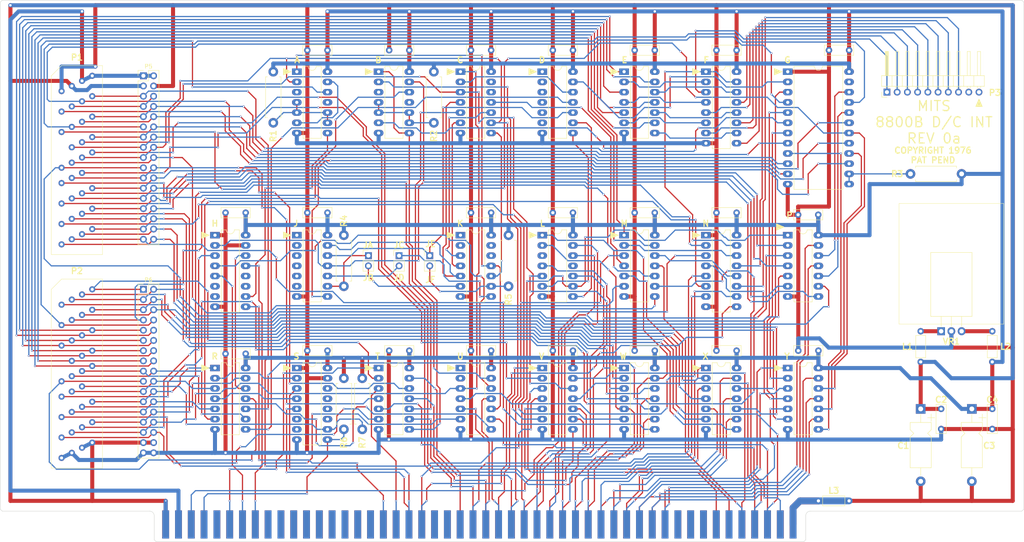
<source format=kicad_pcb>
(kicad_pcb (version 20221018) (generator pcbnew)
  (layers (0 "F.Cu" signal) (31 "B.Cu" signal) (34 "B.Paste" user) (35 "F.Paste" user) (36 "B.SilkS" user "B.Silkscreen") (37 "F.SilkS" user "F.Silkscreen") (38 "B.Mask" user) (39 "F.Mask" user) (44 "Edge.Cuts" user))
  (net 0 "")
  (net 1 "+8V")
  (net 2 "GND")
  (net 3 "+5V")
  (net 6 "D0")
  (net 7 "D1")
  (net 8 "D2")
  (net 9 "D3")
  (net 10 "D4")
  (net 11 "D5")
  (net 12 "D6")
  (net 13 "D7")
  (net 31 "UNPROT")
  (net 32 "SS")
  (net 35 "Φ2")
  (net 36 "Φ1")
  (net 37 "PHLDA")
  (net 38 "PWAIT")
  (net 39 "PINTE")
  (net 40 "A5")
  (net 41 "A4")
  (net 42 "A3")
  (net 43 "A15")
  (net 44 "A12")
  (net 45 "A9")
  (net 46 "DO1")
  (net 47 "DO0")
  (net 48 "A10")
  (net 49 "DO4")
  (net 50 "DO5")
  (net 51 "DO6")
  (net 55 "SMI")
  (net 56 "SOUT")
  (net 57 "SINP")
  (net 58 "SMEMR")
  (net 59 "SHLTA")
  (net 61 "{slash}SSWI")
  (net 63 "{slash}STSTB")
  (net 64 "DIG1")
  (net 65 "FRDY")
  (net 75 "MWRITE")
  (net 76 "{slash}PS")
  (net 77 "PROT")
  (net 78 "RUN")
  (net 82 "{slash}PRESET")
  (net 83 "PSYNC")
  (net 84 "{slash}PWR")
  (net 85 "PDBIN")
  (net 86 "A0")
  (net 87 "A1")
  (net 88 "A2")
  (net 89 "A6")
  (net 90 "A7")
  (net 91 "A8")
  (net 92 "A13")
  (net 93 "A14")
  (net 94 "A11")
  (net 95 "DO2")
  (net 96 "DO3")
  (net 97 "DO7")
  (net 103 "SINTA")
  (net 104 "{slash}SWO")
  (net 105 "SSTACK")
  (net 106 "{slash}POC")
  (net 107 "Net-(JP1-A)")
  (net 108 "Net-(JP1-B)")
  (net 109 "Net-(JP2-A)")
  (net 110 "Net-(JP2-B)")
  (net 111 "Net-(JP3-A)")
  (net 112 "Net-(JP3-B)")
  (net 113 "Net-(VR1-IN)")
  (net 114 "Net-(VR1-OUT)")
  (net 115 "Net-(R1-Pad2)")
  (net 116 "Net-(R2-Pad2)")
  (net 117 "Net-(U7-DS2)")
  (net 118 "PWR")
  (net 119 "{slash}SOUT")
  (net 120 "Net-(U1-Pad13)")
  (net 121 "Net-(U1-Pad8)")
  (net 122 "{slash}DEP")
  (net 123 "/DIG2")
  (net 124 "Net-(U13-Pad15)")
  (net 125 "{slash}FDIG2")
  (net 126 "{slash}RUN")
  (net 127 "Net-(U3-Pad2)")
  (net 128 "{slash}SINP")
  (net 129 "Net-(U10-Pad5)")
  (net 130 "{slash}Φ1")
  (net 131 "Net-(U10-Pad4)")
  (net 132 "Net-(U10-Pad10)")
  (net 133 "Net-(U10-Pad3)")
  (net 134 "{slash}PDBIN")
  (net 143 "Net-(U11-Pad6)")
  (net 144 "Net-(U11-Pad8)")
  (net 145 "Net-(U16-Pad8)")
  (net 146 "Net-(U7-MD)")
  (net 147 "{slash}FDI7")
  (net 148 "Net-(U5-Pad2)")
  (net 149 "{slash}FDI5")
  (net 150 "Net-(U5-Pad4)")
  (net 151 "{slash}FDI3")
  (net 152 "Net-(U5-Pad6)")
  (net 153 "Net-(U5-Pad8)")
  (net 154 "{slash}FDI2")
  (net 155 "Net-(U5-Pad10)")
  (net 156 "{slash}FDI4")
  (net 157 "Net-(U5-Pad12)")
  (net 158 "{slash}FDI6")
  (net 159 "{slash}DO0")
  (net 160 "{slash}LD0")
  (net 161 "{slash}DO1")
  (net 162 "{slash}LD1")
  (net 163 "{slash}DO2")
  (net 164 "{slash}LD2")
  (net 165 "{slash}DO3")
  (net 166 "{slash}LD3")
  (net 167 "Net-(U7-STB)")
  (net 168 "{slash}LD4")
  (net 169 "{slash}DO4")
  (net 170 "{slash}LD5")
  (net 171 "{slash}DO5")
  (net 172 "{slash}LD6")
  (net 173 "{slash}DO6")
  (net 174 "{slash}LD7")
  (net 175 "{slash}DO7")
  (net 177 "Net-(U19-Pad12)")
  (net 182 "Net-(U16-Pad12)")
  (net 193 "{slash}FDI1")
  (net 194 "Net-(U12-Pad2)")
  (net 195 "{slash}SSTACK")
  (net 196 "SWO")
  (net 197 "{slash}SINTA")
  (net 198 "Net-(U12-Pad12)")
  (net 199 "{slash}FDI0")
  (net 200 "Net-(U13-Pad4)")
  (net 201 "Net-(U13-Pad6)")
  (net 202 "Net-(U13-Pad10)")
  (net 203 "{slash}A0")
  (net 204 "{slash}A1")
  (net 205 "{slash}A2")
  (net 206 "{slash}A3")
  (net 207 "{slash}PROT")
  (net 208 "Net-(U16-Pad2)")
  (net 209 "{slash}UNPROT")
  (net 210 "Net-(U16-Pad4)")
  (net 211 "{slash}SS")
  (net 212 "{slash}ACCDSP")
  (net 213 "PRESET")
  (net 214 "{slash}FRDY")
  (net 221 "STSTB")
  (net 222 "PS")
  (net 223 "{slash}Φ2")
  (net 224 "{slash}PHLDA")
  (net 225 "{slash}PINTE")
  (net 228 "{slash}PSYNC")
  (net 229 "POC")
  (net 230 "{slash}PWAIT")
  (net 231 "{slash}SMI")
  (net 232 "{slash}SHLTA")
  (net 233 "{slash}SMEMR")
  (net 234 "{slash}A5")
  (net 235 "{slash}A4")
  (net 236 "{slash}A6")
  (net 237 "{slash}A8")
  (net 238 "{slash}A9")
  (net 239 "{slash}A7")
  (net 240 "{slash}A15")
  (net 241 "{slash}A12")
  (net 242 "{slash}A13")
  (net 243 "{slash}A14")
  (net 244 "{slash}A11")
  (net 245 "{slash}A10")
  (net 246 "+18V")
  (net 247 "-18V")
  (net 248 "{slash}SSWI_DC")
  (net 249 "{slash}SSWI_BUS")
  (net 250 "{slash}EXTCLR_DC")
  (net 251 "{slash}EXTCLR_BUS")
  (footprint "Resistor_THT:R_Axial_DIN0411_L9.9mm_D3.6mm_P12.70mm_Horizontal" (layer "F.Cu") (at 89.916 93.98 -90)
    (fp_text reference "R7")
    (fp_text value "2.2K")
  )
  (footprint "Capacitor_THT_Custom:C_Disc_D7.0mm_W2.3mm_P5.00mm" (layer "F.Cu") (at 203.16 53.34 180)
    (fp_text reference "C18" hide)
    (fp_text value "0.1uF / 12V")
  )
  (footprint "Capacitor_THT_Custom:C_Disc_D7.0mm_W2.3mm_P5.00mm" (layer "F.Cu") (at 81.28 52.832 180)
    (fp_text reference "C13" hide)
    (fp_text value "0.1uF / 12V")
  )
  (footprint "Resistor_THT:R_Axial_DIN0411_L9.9mm_D3.6mm_P12.70mm_Horizontal" (layer "F.Cu") (at 238.76 43.18 180)
    (fp_text reference "R3")
    (fp_text value "2.2K")
  )
  (footprint "Capacitor_THT_Custom:C_Disc_D7.0mm_W2.3mm_P5.00mm" (layer "F.Cu") (at 101.6 87.122 180)
    (fp_text reference "C21" hide)
    (fp_text value "0.1uF / 12V")
  )
  (footprint "Capacitor_THT_Custom:C_Disc_D7.0mm_W2.3mm_P5.00mm" (layer "F.Cu") (at 162.56 87.122 180)
    (fp_text reference "C24" hide)
    (fp_text value "0.1uF / 12V")
  )
  (footprint "Capacitor_THT_Custom:C_Disc_D7.0mm_W2.3mm_P5.00mm" (layer "F.Cu") (at 142.24 12.446 180)
    (fp_text reference "C8" hide)
    (fp_text value "0.1uF / 12V")
  )
  (footprint "Connector_PinHeader_2.54mm:PinHeader_2x17_P2.54mm_Vertical" (layer "F.Cu") (at 35.56 71.882)
    (fp_text reference "P6")
    (fp_text value "Conn_02x17_Top_Bottom")
  )
  (footprint "Resistor_THT:R_Axial_DIN0411_L9.9mm_D3.6mm_P12.70mm_Horizontal" (layer "F.Cu") (at 67.818 17.78 -90)
    (fp_text reference "R1")
    (fp_text value "2.2K")
  )
  (footprint "Package_DIP:DIP-14_W7.62mm_LongPads" (layer "F.Cu") (at 134.62 58.42)
    (fp_text reference "U11" hide)
    (fp_text value "74LS13 (L)")
  )
  (footprint "Package_DIP:DIP-14_W7.62mm_LongPads" (layer "F.Cu") (at 195.58 91.44)
    (fp_text reference "U23" hide)
    (fp_text value "74LS04 (Y)")
  )
  (footprint "Resistor_THT:R_Axial_DIN0411_L9.9mm_D3.6mm_P12.70mm_Horizontal" (layer "F.Cu") (at 107.696 17.78 -90)
    (fp_text reference "R2")
    (fp_text value "2.2K")
  )
  (footprint "Capacitor_THT_Custom:C_Disc_D7.0mm_W2.3mm_P5.00mm" (layer "F.Cu") (at 233.68 101.6 -90)
    (fp_text reference "C2")
    (fp_text value "0.1uF / 16V")
  )
  (footprint "Package_DIP:DIP-14_W7.62mm_LongPads" (layer "F.Cu") (at 73.66 58.42)
    (fp_text reference "U9" hide)
    (fp_text value "74LS00 (J)")
  )
  (footprint "Package_DIP:DIP-14_W7.62mm_LongPads" (layer "F.Cu") (at 134.62 17.78)
    (fp_text reference "U4" hide)
    (fp_text value "74LS02 (D)")
  )
  (footprint "Inductor_THT:L_Axial_L5.3mm_D2.2mm_P7.62mm_Horizontal_Vishay_IM-1" (layer "F.Cu") (at 246.38 82.296 -90)
    (fp_text reference "L2")
    (fp_text value "L")
  )
  (footprint "Capacitor_THT_Custom:C_Disc_D7.0mm_W2.3mm_P5.00mm" (layer "F.Cu") (at 246.38 101.6 -90)
    (fp_text reference "C4")
    (fp_text value "0.1uF / 16V")
  )
  (footprint "Connector_Custom:Ribbon_Cable_Header_PCB_Connector_34_Pin" (layer "F.Cu") (at 19.05 39.116)
    (fp_text reference "P1")
    (fp_text value "~" hide)
  )
  (footprint "Capacitor_THT_Custom:C_Disc_D7.0mm_W2.3mm_P5.00mm" (layer "F.Cu") (at 162.56 52.832 180)
    (fp_text reference "C16" hide)
    (fp_text value "0.1uF / 12V")
  )
  (footprint "Resistor_THT:R_Axial_DIN0411_L9.9mm_D3.6mm_P12.70mm_Horizontal" (layer "F.Cu") (at 85.344 93.98 -90)
    (fp_text reference "R6")
    (fp_text value "2.2K")
  )
  (footprint "Resistor_THT:R_Axial_DIN0411_L9.9mm_D3.6mm_P12.70mm_Horizontal" (layer "F.Cu") (at 85.344 58.42 -90)
    (fp_text reference "R4")
    (fp_text value "2.2K")
  )
  (footprint "Connector_Custom:Altair_8800_Bus_Card_Edge" (layer "F.Cu") (at 41.092 130.326)
    (fp_text reference "P4" hide)
    (fp_text value "Altair System Bus (S-100)")
  )
  (footprint "Connector_PinHeader_2.54mm:PinHeader_1x02_P2.54mm_Vertical" (layer "F.Cu") (at 106.68 63.5)
    (fp_text reference "JP3" hide)
    (fp_text value "JE-JF")
  )
  (footprint "Package_DIP:DIP-14_W7.62mm_LongPads" (layer "F.Cu") (at 154.94 91.44)
    (fp_text reference "U21" hide)
    (fp_text value "74LS04 (W)")
  )
  (footprint "Inductor_THT:L_Axial_L5.3mm_D2.2mm_P7.62mm_Horizontal_Vishay_IM-1" (layer "F.Cu") (at 228.6 89.916 90)
    (fp_text reference "L1")
    (fp_text value "L")
  )
  (footprint "Capacitor_THT_Custom:C_Disc_D7.0mm_W2.3mm_P5.00mm" (layer "F.Cu") (at 121.92 52.832 180)
    (fp_text reference "C14" hide)
    (fp_text value "0.1uF / 12V")
  )
  (footprint "Inductor_THT:L_Axial_L5.3mm_D2.2mm_P7.62mm_Horizontal_Vishay_IM-1" (layer "F.Cu") (at 203.2 124.46)
    (fp_text reference "L3")
    (fp_text value "L")
  )
  (footprint "Package_DIP:DIP-16_W7.62mm_LongPads" (layer "F.Cu") (at 53.34 58.42)
    (fp_text reference "U8" hide)
    (fp_text value "74LS367 (H)")
  )
  (footprint "Package_DIP:DIP-14_W7.62mm_LongPads" (layer "F.Cu") (at 93.98 17.78)
    (fp_text reference "U2" hide)
    (fp_text value "74LS13 (B)")
  )
  (footprint "Capacitor_THT_Custom:C_Disc_D7.0mm_W2.3mm_P5.00mm" (layer "F.Cu") (at 210.82 12.446 180)
    (fp_text reference "C11" hide)
    (fp_text value "0.1uF / 12V")
  )
  (footprint "Connector_PinHeader_2.54mm:PinHeader_1x02_P2.54mm_Vertical" (layer "F.Cu") (at 91.44 63.5)
    (fp_text reference "JP1" hide)
    (fp_text value "JA-JB")
  )
  (footprint "Package_DIP:DIP-14_W7.62mm_LongPads" (layer "F.Cu") (at 154.94 58.42)
    (fp_text reference "U12" hide)
    (fp_text value "74LS04 (M)")
  )
  (footprint "Capacitor_THT_Custom:C_Disc_D7.0mm_W2.3mm_P5.00mm" (layer "F.Cu") (at 60.96 87.884 180)
    (fp_text reference "C19" hide)
    (fp_text value "0.1uF / 12V")
  )
  (footprint "Connector_Custom:Ribbon_Cable_Header_PCB_Connector_34_Pin" (layer "F.Cu") (at 19.05 92.202)
    (fp_text reference "P2")
    (fp_text value "~" hide)
  )
  (footprint "Package_DIP:DIP-14_W7.62mm_LongPads" (layer "F.Cu") (at 134.62 91.44)
    (fp_text reference "U20" hide)
    (fp_text value "74LS04 (V)")
  )
  (footprint "Capacitor_THT_Custom:C_Disc_D7.0mm_W2.3mm_P5.00mm" (layer "F.Cu") (at 182.88 87.122 180)
    (fp_text reference "C25" hide)
    (fp_text value "0.1uF / 12V")
  )
  (footprint "Resistor_THT:R_Axial_DIN0411_L9.9mm_D3.6mm_P12.70mm_Horizontal" (layer "F.Cu") (at 126.238 58.42 -90)
    (fp_text reference "R5")
    (fp_text value "2.2K")
  )
  (footprint "Package_TO_SOT_THT:TO-220-3_Horizontal_TabDown" (layer "F.Cu") (at 233.68 82.296)
    (fp_text reference "VR1")
    (fp_text value "7805")
  )
  (footprint "Capacitor_THT_Custom:C_Disc_D7.0mm_W2.3mm_P5.00mm" (layer "F.Cu") (at 182.88 12.446 180)
    (fp_text reference "C10" hide)
    (fp_text value "0.1uF / 12V")
  )
  (footprint "Capacitor_THT_Custom:C_Disc_D7.0mm_W2.3mm_P5.00mm" (layer "F.Cu") (at 142.24 52.832 180)
    (fp_text reference "C15" hide)
    (fp_text value "0.1uF / 12V")
  )
  (footprint "Connector_PinHeader_2.54mm:PinHeader_1x10_P2.54mm_Horizontal" (layer "F.Cu") (at 220.218 22.86 90)
    (fp_text reference "P3" hide)
    (fp_text value "CPU Data Bus Conn")
  )
  (footprint "Capacitor_THT_Custom:C_Disc_D7.0mm_W2.3mm_P5.00mm" (layer "F.Cu") (at 81.28 87.122 180)
    (fp_text reference "C20" hide)
    (fp_text value "0.1uF / 12V")
  )
  (footprint "Connector_PinHeader_2.54mm:PinHeader_1x02_P2.54mm_Vertical" (layer "F.Cu") (at 99.06 63.505)
    (fp_text reference "JP2" hide)
    (fp_text value "JC-JD")
  )
  (footprint "Package_DIP:DIP-14_W7.62mm_LongPads" (layer "F.Cu") (at 53.34 91.44)
    (fp_text reference "U16" hide)
    (fp_text value "74LS04 (R)")
  )
  (footprint "Package_DIP:DIP-24_W15.24mm_LongPads" (layer "F.Cu") (at 195.58 17.78)
    (fp_text reference "U7" hide)
    (fp_text value "8212 (G)")
  )
  (footprint "Capacitor_THT_Custom:C_Disc_D7.0mm_W2.3mm_P5.00mm" (layer "F.Cu") (at 101.6 12.446 180)
    (fp_text reference "C6" hide)
    (fp_text value "0.1uF / 12V")
  )
  (footprint "Capacitor_THT_Custom:C_Disc_D7.0mm_W2.3mm_P5.00mm" (layer "F.Cu") (at 121.92 12.446 180)
    (fp_text reference "C7" hide)
    (fp_text value "0.1uF / 12V")
  )
  (footprint "Package_DIP:DIP-16_W7.62mm_LongPads" (layer "F.Cu") (at 175.26 17.78)
    (fp_text reference "U6" hide)
    (fp_text value "74LS367 (F)")
  )
  (footprint "Package_DIP:DIP-14_W7.62mm_LongPads" (layer "F.Cu") (at 114.3 58.42)
    (fp_text reference "U10" hide)
    (fp_text value "74LS10 (K)")
  )
  (footprint "Capacitor_THT_Custom:C_Disc_D7.0mm_W2.3mm_P5.00mm" (layer "F.Cu") (at 142.24 87.122 180)
    (fp_text reference "C23" hide)
    (fp_text value "0.1uF / 12V")
  )
  (footprint "Capacitor_THT_Custom:C_Disc_D7.0mm_W2.3mm_P5.00mm" (layer "F.Cu") (at 121.92 87.122 180)
    (fp_text reference "C22" hide)
    (fp_text value "0.1uF / 12V")
  )
  (footprint "Package_DIP:DIP-14_W7.62mm_LongPads" (layer "F.Cu") (at 114.3 17.78)
    (fp_text reference "U3" hide)
    (fp_text value "74LS04 (C)")
  )
  (footprint "Capacitor_THT:CP_Axial_L11.0mm_D5.0mm_P18.00mm_Horizontal" (layer "F.Cu") (at 241.3 101.6 -90)
    (fp_text reference "C3")
    (fp_text value "33uF / 16V")
  )
  (footprint "Package_DIP:DIP-16_W7.62mm_LongPads" (layer "F.Cu") (at 175.26 58.42)
    (fp_text reference "U13" hide)
    (fp_text value "74LS367 (N)")
  )
  (footprint "Connector_PinHeader_2.54mm:PinHeader_2x17_P2.54mm_Vertical" (layer "F.Cu") (at 35.56 18.796)
    (fp_text reference "P5")
    (fp_text value "Conn_02x17_Top_Bottom")
  )
  (footprint "Capacitor_THT_Custom:C_Disc_D7.0mm_W2.3mm_P5.00mm" (layer "F.Cu") (at 162.56 12.446 180)
    (fp_text reference "C9" hide)
    (fp_text value "0.1uF / 12V")
  )
  (footprint "Package_DIP:DIP-14_W7.62mm_LongPads" (layer "F.Cu") (at 93.98 91.44)
    (fp_text reference "U18" hide)
    (fp_text value "74LS04 (T)")
  )
  (footprint "Package_DIP:DIP-16_W7.62mm_LongPads" (layer "F.Cu") (at 73.66 91.44)
    (fp_text reference "U17" hide)
    (fp_text value "74LS367 (S)")
  )
  (footprint "Capacitor_THT:CP_Axial_L11.0mm_D5.0mm_P18.00mm_Horizontal" (layer "F.Cu") (at 228.6 101.6 -90)
    (fp_text reference "C1")
    (fp_text value "33uF / 16V")
  )
  (footprint "Package_DIP:DIP-14_W7.62mm_LongPads" (layer "F.Cu") (at 175.26 91.44)
    (fp_text reference "U22" hide)
    (fp_text value "74LS04 (X)")
  )
  (footprint "Package_DIP:DIP-14_W7.62mm_LongPads" (layer "F.Cu") (at 154.94 17.78)
    (fp_text reference "U5" hide)
    (fp_text value "74LS04 (E)")
  )
  (footprint "Capacitor_THT_Custom:C_Disc_D7.0mm_W2.3mm_P5.00mm" (layer "F.Cu") (at 60.96 52.832 180)
    (fp_text reference "C12" hide)
    (fp_text value "0.1uF / 12V")
  )
  (footprint "Package_DIP:DIP-14_W7.62mm_LongPads" (layer "F.Cu") (at 114.3 91.44)
    (fp_text reference "U19" hide)
    (fp_text value "74LS04 (U)")
  )
  (footprint "Package_DIP:DIP-14_W7.62mm_LongPads" (layer "F.Cu") (at 73.66 17.78)
    (fp_text reference "U1" hide)
    (fp_text value "74LS13 (A)")
  )
  (footprint "Capacitor_THT_Custom:C_Disc_D7.0mm_W2.3mm_P5.00mm" (layer "F.Cu") (at 81.28 12.446 180)
    (fp_text reference "C5" hide)
    (fp_text value "0.1uF / 12V")
  )
  (footprint "Package_DIP:DIP-14_W7.62mm_LongPads" (layer "F.Cu") (at 195.58 58.42)
    (fp_text reference "U14" hide)
    (fp_text value "74LS04 (P)")
  )
  (footprint "Capacitor_THT_Custom:C_Disc_D7.0mm_W2.3mm_P5.00mm" (layer "F.Cu") (at 182.88 52.832 180)
    (fp_text reference "C17" hide)
    (fp_text value "0.1uF / 12V")
  )
  (footprint "Capacitor_THT_Custom:C_Disc_D7.0mm_W2.3mm_P5.00mm" (layer "F.Cu") (at 203.2 87.122 180)
    (fp_text reference "C26" hide)
    (fp_text value "0.1uF / 12V")
  )
  (gr_poly (pts (xy 133.096 58.42) (xy 131.318 59.182) (xy 131.318 57.658)) (stroke (width 0.2)) (fill solid) (layer "F.SilkS"))
  (gr_poly (pts (xy 112.872345 91.44) (xy 111.094345 92.202) (xy 111.094345 90.678)) (stroke (width 0.2)) (fill solid) (layer "F.SilkS"))
  (gr_poly (pts (xy 133.096 17.78) (xy 131.318 18.542) (xy 131.318 17.018)) (stroke (width 0.2)) (fill solid) (layer "F.SilkS"))
  (gr_poly (pts (xy 92.456 91.44) (xy 90.678 92.202) (xy 90.678 90.678)) (stroke (width 0.2)) (fill solid) (layer "F.SilkS"))
  (gr_poly (pts (xy 133.096 91.44) (xy 131.318 92.202) (xy 131.318 90.678)) (stroke (width 0.2)) (fill solid) (layer "F.SilkS"))
  (gr_poly (pts (xy 153.416 58.42) (xy 151.638 59.182) (xy 151.638 57.658)) (stroke (width 0.2)) (fill solid) (layer "F.SilkS"))
  (gr_poly (pts (xy 51.816 91.44) (xy 50.038 92.202) (xy 50.038 90.678)) (stroke (width 0.2)) (fill solid) (layer "F.SilkS"))
  (gr_rect (start 223.22 50.532) (end 249.22 80.532) (stroke (width 0.1)) (fill none) (layer "F.SilkS"))
  (gr_poly (pts (xy 194.564 56.388) (xy 192.786 57.15) (xy 192.786 55.626)) (stroke (width 0.2)) (fill solid) (layer "F.SilkS"))
  (gr_poly (pts (xy 153.416 91.44) (xy 151.638 92.202) (xy 151.638 90.678)) (stroke (width 0.2)) (fill solid) (layer "F.SilkS"))
  (gr_poly (pts (xy 51.816 58.42) (xy 50.038 59.182) (xy 50.038 57.658)) (stroke (width 0.2)) (fill solid) (layer "F.SilkS"))
  (gr_poly (pts (xy 243.078 24.638) (xy 243.84 26.416) (xy 242.316 26.416)) (stroke (width 0.2)) (fill solid) (layer "F.SilkS"))
  (gr_poly (pts (xy 194.056 91.44) (xy 192.278 92.202) (xy 192.278 90.678)) (stroke (width 0.2)) (fill solid) (layer "F.SilkS"))
  (gr_poly (pts (xy 173.736 58.42) (xy 171.958 59.182) (xy 171.958 57.658)) (stroke (width 0.2)) (fill solid) (layer "F.SilkS"))
  (gr_poly (pts (xy 112.776 17.78) (xy 110.998 18.542) (xy 110.998 17.018)) (stroke (width 0.2)) (fill solid) (layer "F.SilkS"))
  (gr_poly (pts (xy 72.136 91.44) (xy 70.358 92.202) (xy 70.358 90.678)) (stroke (width 0.2)) (fill solid) (layer "F.SilkS"))
  (gr_poly (pts (xy 173.736 17.78) (xy 171.958 18.542) (xy 171.958 17.018)) (stroke (width 0.2)) (fill solid) (layer "F.SilkS"))
  (gr_poly (pts (xy 112.776 58.42) (xy 110.998 59.182) (xy 110.998 57.658)) (stroke (width 0.2)) (fill solid) (layer "F.SilkS"))
  (gr_poly (pts (xy 72.136 17.78) (xy 70.358 18.542) (xy 70.358 17.018)) (stroke (width 0.2)) (fill solid) (layer "F.SilkS"))
  (gr_poly (pts (xy 72.136 58.42) (xy 70.358 59.182) (xy 70.358 57.658)) (stroke (width 0.2)) (fill solid) (layer "F.SilkS"))
  (gr_poly (pts (xy 194.056 17.78) (xy 192.278 18.542) (xy 192.278 17.018)) (stroke (width 0.2)) (fill solid) (layer "F.SilkS"))
  (gr_poly (pts (xy 92.456 17.78) (xy 90.678 18.542) (xy 90.678 17.018)) (stroke (width 0.2)) (fill solid) (layer "F.SilkS"))
  (gr_poly (pts (xy 173.736 91.44) (xy 171.958 92.202) (xy 171.958 90.678)) (stroke (width 0.2)) (fill solid) (layer "F.SilkS"))
  (gr_poly (pts (xy 153.416 17.78) (xy 151.638 18.542) (xy 151.638 17.018)) (stroke (width 0.2)) (fill solid) (layer "F.SilkS"))
  (gr_line (start 38.75 134.628) (end 199.55 134.628) (stroke (width 0.1)) (layer "Edge.Cuts"))
  (gr_arc (start 200.049998 128.173998) (mid 200.391512 127.349512) (end 201.215998 127.007998) (stroke (width 0.1)) (layer "Edge.Cuts"))
  (gr_line (start 200.05 134.128) (end 199.55 134.628) (stroke (width 0.1)) (layer "Edge.Cuts"))
  (gr_line (start 253.72 0.008) (end 254.22 0.508) (stroke (width 0.1)) (layer "Edge.Cuts"))
  (gr_line (start 254.22 126.508) (end 253.72 127.008) (stroke (width 0.1)) (layer "Edge.Cuts"))
  (gr_line (start 201.215998 127.007998) (end 253.72 127.008) (stroke (width 0.1)) (layer "Edge.Cuts"))
  (gr_line (start 200.049998 128.173998) (end 200.05 134.128) (stroke (width 0.1)) (layer "Edge.Cuts"))
  (gr_line (start 0 0.508) (end 0 126.508) (stroke (width 0.1)) (layer "Edge.Cuts"))
  (gr_line (start 0.5 127.008) (end 37.084 127.008) (stroke (width 0.1)) (layer "Edge.Cuts"))
  (gr_line (start 38.25 134.128) (end 38.75 134.628) (stroke (width 0.1)) (layer "Edge.Cuts"))
  (gr_line (start 0.5 0.008) (end 253.72 0.008) (stroke (width 0.1)) (layer "Edge.Cuts"))
  (gr_arc (start 37.084 127.008) (mid 37.908487 127.349513) (end 38.25 128.174) (stroke (width 0.1)) (layer "Edge.Cuts"))
  (gr_line (start 0 0.508) (end 0.5 0.008) (stroke (width 0.1)) (layer "Edge.Cuts"))
  (gr_line (start 38.25 128.174) (end 38.25 134.128) (stroke (width 0.1)) (layer "Edge.Cuts"))
  (gr_line (start 0 126.508) (end 0.5 127.008) (stroke (width 0.1)) (layer "Edge.Cuts"))
  (gr_line (start 254.22 0.508) (end 254.22 126.508) (stroke (width 0.1)) (layer "Edge.Cuts"))
  (gr_text "A" (at 72.898 15.748) (layer "F.SilkS") (effects (font (size 1.5 1.5) (thickness 0.3) bold) (justify left bottom)))
  (gr_text "JC" (at 97.536 61.727) (layer "F.SilkS") (effects (font (size 1.5 1.5) (thickness 0.3) bold) (justify left bottom)))
  (gr_text "R" (at 52.324 89.408) (layer "F.SilkS") (effects (font (size 1.5 1.5) (thickness 0.3) bold) (justify left bottom)))
  (gr_text "L" (at 133.858 56.388) (layer "F.SilkS") (effects (font (size 1.5 1.5) (thickness 0.3) bold) (justify left bottom)))
  (gr_text "K" (at 113.284 56.388) (layer "F.SilkS") (effects (font (size 1.5 1.5) (thickness 0.3) bold) (justify left bottom)))
  (gr_text "Y" (at 194.564 89.408) (layer "F.SilkS") (effects (font (size 1.5 1.5) (thickness 0.3) bold) (justify left bottom)))
  (gr_text "MITS\n8800B D/C INT\nREV 0a" (at 231.902 35.814) (layer "F.SilkS") (effects (font (size 2.5 2.5) (thickness 0.3) bold) (justify bottom)))
  (gr_text "JE" (at 105.41 61.473) (layer "F.SilkS") (effects (font (size 1.5 1.5) (thickness 0.3) bold) (justify left bottom)))
  (gr_text "M" (at 153.924 56.388) (layer "F.SilkS") (effects (font (size 1.5 1.5) (thickness 0.3) bold) (justify left bottom)))
  (gr_text "P" (at 195.072 54.356) (layer "F.SilkS") (effects (font (size 1.5 1.5) (thickness 0.3) bold) (justify left bottom)))
  (gr_text "COPYRIGHT 1976\nPAT PEND" (at 231.648 40.64) (layer "F.SilkS") (effects (font (size 1.5 1.5) (thickness 0.3) bold) (justify bottom)))
  (gr_text "F" (at 174.498 15.748) (layer "F.SilkS") (effects (font (size 1.5 1.5) (thickness 0.3) bold) (justify left bottom)))
  (gr_text "G" (at 194.564 15.748) (layer "F.SilkS") (effects (font (size 1.5 1.5) (thickness 0.3) bold) (justify left bottom)))
  (gr_text "W" (at 153.67 89.408) (layer "F.SilkS") (effects (font (size 1.5 1.5) (thickness 0.3) bold) (justify left bottom)))
  (gr_text "E" (at 154.178 15.748) (layer "F.SilkS") (effects (font (size 1.5 1.5) (thickness 0.3) bold) (justify left bottom)))
  (gr_text "D" (at 133.604 15.748) (layer "F.SilkS") (effects (font (size 1.5 1.5) (thickness 0.3) bold) (justify left bottom)))
  (gr_text "H" (at 52.324 56.388) (layer "F.SilkS") (effects (font (size 1.5 1.5) (thickness 0.3) bold) (justify left bottom)))
  (gr_text "JF" (at 105.41 70.363) (layer "F.SilkS") (effects (font (size 1.5 1.5) (thickness 0.3) bold) (justify left bottom)))
  (gr_text "C" (at 113.284 15.748) (layer "F.SilkS") (effects (font (size 1.5 1.5) (thickness 0.3) bold) (justify left bottom)))
  (gr_text "X" (at 174.244 89.408) (layer "F.SilkS") (effects (font (size 1.5 1.5) (thickness 0.3) bold) (justify left bottom)))
  (gr_text "S" (at 72.644 89.408) (layer "F.SilkS") (effects (font (size 1.5 1.5) (thickness 0.3) bold) (justify left bottom)))
  (gr_text "B" (at 92.964 15.748) (layer "F.SilkS") (effects (font (size 1.5 1.5) (thickness 0.3) bold) (justify left bottom)))
  (gr_text "JD" (at 97.536 69.855) (layer "F.SilkS") (effects (font (size 1.5 1.5) (thickness 0.3) bold) (justify left bottom)))
  (gr_text "U" (at 113.284 89.408) (layer "F.SilkS") (effects (font (size 1.5 1.5) (thickness 0.3) bold) (justify left bottom)))
  (gr_text "N" (at 174.244 56.388) (layer "F.SilkS") (effects (font (size 1.5 1.5) (thickness 0.3) bold) (justify left bottom)))
  (gr_text "V" (at 133.604 89.408) (layer "F.SilkS") (effects (font (size 1.5 1.5) (thickness 0.3) bold) (justify left bottom)))
  (gr_text "JA" (at 89.916 61.727) (layer "F.SilkS") (effects (font (size 1.5 1.5) (thickness 0.3) bold) (justify left bottom)))
  (gr_text "T" (at 92.964 89.408) (layer "F.SilkS") (effects (font (size 1.5 1.5) (thickness 0.3) bold) (justify left bottom)))
  (gr_text "P3" (at 245.364 23.876) (layer "F.SilkS") (effects (font (size 1.5 1.5) (thickness 0.3) bold) (justify left bottom)))
  (gr_text "JB" (at 89.916 69.855) (layer "F.SilkS") (effects (font (size 1.5 1.5) (thickness 0.3) bold) (justify left bottom)))
  (gr_text "J" (at 72.644 56.388) (layer "F.SilkS") (effects (font (size 1.5 1.5) (thickness 0.3) bold) (justify left bottom)))
  (segment (start 41.092 130.326) (end 41.092 124.46) (width 1) (layer "F.Cu") (net 1))
  (segment (start 2.54 124.46) (end 2.54 20.066) (width 1) (layer "F.Cu") (net 1))
  (segment (start 41.092 124.46) (end 2.54 124.46) (width 1) (layer "F.Cu") (net 1))
  (segment (start 22.86 124.46) (end 22.86 109.982) (width 1) (layer "F.Cu") (net 1))
  (segment (start 2.54 1.27) (end 2.54 20.066) (width 1) (layer "F.Cu") (net 1))
  (segment (start 35.56 109.982) (end 38.1 109.982) (width 1) (layer "F.Cu") (net 1))
  (segment (start 228.6 89.916) (end 228.6 101.6) (width 1) (layer "F.Cu") (net 1))
  (segment (start 22.86 109.982) (end 35.56 109.982) (width 1) (layer "F.Cu") (net 1))
  (segment (start 2.54 20.066) (end 16.51 20.066) (width 1) (layer "F.Cu") (net 1))
  (segment (start 16.51 20.066) (end 17.78 21.336) (width 1) (layer "F.Cu") (net 1))
  (segment (start 233.68 101.6) (end 228.6 101.6) (width 1) (layer "F.Cu") (net 1))
  (via (at 41.092 124.46) (size 0.5) (drill 0.3) (layers "F.Cu" "B.Cu") (net 1))
  (via (at 2.54 1.27) (size 1) (drill 0.6) (layers "F.Cu" "B.Cu") (net 1))
  (segment (start 236.22 93.98) (end 232.156 89.916) (width 1) (layer "B.Cu") (net 1))
  (segment (start 232.156 89.916) (end 228.6 89.916) (width 1) (layer "B.Cu") (net 1))
  (segment (start 41.092 124.46) (end 41.092 130.326) (width 1) (layer "B.Cu") (net 1))
  (segment (start 17.78 21.336) (end 18.796 22.352) (width 1) (layer "B.Cu") (net 1))
  (segment (start 22.606 21.336) (end 35.56 21.336) (width 1) (layer "B.Cu") (net 1))
  (segment (start 21.59 22.352) (end 22.606 21.336) (width 1) (layer "B.Cu") (net 1))
  (segment (start 251.46 1.27) (end 251.46 93.98) (width 1) (layer "B.Cu") (net 1))
  (segment (start 22.86 109.982) (end 20.32 111.252) (width 1) (layer "B.Cu") (net 1))
  (segment (start 18.796 22.352) (end 21.59 22.352) (width 1) (layer "B.Cu") (net 1))
  (segment (start 251.46 93.98) (end 236.22 93.98) (width 1) (layer "B.Cu") (net 1))
  (segment (start 2.54 1.27) (end 251.46 1.27) (width 1) (layer "B.Cu") (net 1))
  (segment (start 241.3 119.6) (end 241.3 124.46) (width 1) (layer "F.Cu") (net 2))
  (segment (start 196.912 130.326) (end 196.912 126.176) (width 1.7) (layer "F.Cu") (net 2))
  (segment (start 236.22 86.36) (end 251.46 86.36) (width 1) (layer "F.Cu") (net 2))
  (segment (start 116.84 1.27) (end 116.92 1.35) (width 1) (layer "F.Cu") (net 2))
  (segment (start 76.2 93.98) (end 81.28 93.98) (width 1) (layer "F.Cu") (net 2))
  (segment (start 76.2 91.44) (end 76.2 87.122) (width 1) (layer "F.Cu") (net 2))
  (segment (start 55.96 60.96) (end 60.96 60.96) (width 1) (layer "F.Cu") (net 2))
  (segment (start 198.628 124.46) (end 203.2 124.46) (width 1.7) (layer "F.Cu") (net 2))
  (segment (start 198.2 73.62) (end 198.16 73.66) (width 1) (layer "F.Cu") (net 2))
  (segment (start 251.46 124.46) (end 251.46 106.68) (width 1) (layer "F.Cu") (net 2))
  (segment (start 177.88 35.48) (end 177.88 52.832) (width 1) (layer "F.Cu") (net 2))
  (segment (start 228.6 119.6) (end 228.6 124.46) (width 1) (layer "F.Cu") (net 2))
  (segment (start 251.38 106.6) (end 233.68 106.6) (width 1) (layer "F.Cu") (net 2))
  (segment (start 177.88 52.832) (end 177.88 58.34) (width 1) (layer "F.Cu") (net 2))
  (segment (start 251.46 106.68) (end 251.38 106.6) (width 1) (layer "F.Cu") (net 2))
  (segment (start 137.24 12.7) (end 137.24 1.35) (width 1) (layer "F.Cu") (net 2))
  (segment (start 116.92 1.35) (end 116.92 12.7) (width 1) (layer "F.Cu") (net 2))
  (segment (start 198.2 73.7) (end 198.2 87.122) (width 1) (layer "F.Cu") (net 2))
  (segment (start 177.88 12.7) (end 177.88 1.27) (width 1) (layer "F.Cu") (net 2))
  (segment (start 137.24 1.35) (end 137.16 1.27) (width 1) (layer "F.Cu") (net 2))
  (segment (start 55.96 76.2) (end 53.34 76.2) (width 1) (layer "F.Cu") (net 2))
  (segment (start 205.82 12.7) (end 205.82 45.72) (width 1) (layer "F.Cu") (net 2))
  (segment (start 137.24 73.66) (end 134.62 73.66) (width 1) (layer "F.Cu") (net 2))
  (segment (start 76.2 1.27) (end 76.28 1.35) (width 1) (layer "F.Cu") (net 2))
  (segment (start 177.88 12.7) (end 177.88 35.48) (width 1) (layer "F.Cu") (net 2))
  (segment (start 205.82 17.78) (end 195.58 17.78) (width 1) (layer "F.Cu") (net 2))
  (segment (start 42.926 1.27) (end 42.926 21.336) (width 1) (layer "F.Cu") (net 2))
  (segment (start 177.88 1.27) (end 157.48 1.27) (width 1) (layer "F.Cu") (net 2))
  (segment (start 55.96 76.2) (end 55.96 60.96) (width 1) (layer "F.Cu") (net 2))
  (segment (start 55.96 58.42) (end 53.34 58.42) (width 1) (layer "F.Cu") (net 2))
  (segment (start 195.58 45.72) (end 195.58 53.34) (width 1) (layer "F.Cu") (net 2))
  (segment (start 177.88 76.12) (end 177.88 87.122) (width 1) (layer "F.Cu") (net 2))
  (segment (start 76.2 112.522) (end 76.2 93.98) (width 1) (layer "F.Cu") (net 2))
  (segment (start 205.82 1.27) (end 177.88 1.27) (width 1) (layer "F.Cu") (net 2))
  (segment (start 177.88 58.34) (end 177.88 76.12) (width 1) (layer "F.Cu") (net 2))
  (segment (start 137.24 109.22) (end 137.24 87.122) (width 1) (layer "F.Cu") (net 2))
  (segment (start 116.84 1.27) (end 96.52 1.27) (width 1) (layer "F.Cu") (net 2))
  (segment (start 205.82 1.27) (end 205.82 12.7) (width 1) (layer "F.Cu") (net 2))
  (segment (start 198.2 53.38) (end 198.2 73.62) (width 1) (layer "F.Cu") (net 2))
  (segment (start 76.2 91.44) (end 73.66 91.44) (width 1) (layer "F.Cu") (net 2))
  (segment (start 76.28 73.66) (end 73.66 73.66) (width 1) (layer "F.Cu") (net 2))
  (segment (start 55.96 58.42) (end 55.96 52.832) (width 1) (layer "F.Cu") (net 2))
  (segment (start 205.82 45.72) (end 205.82 51.308) (width 1) (layer "F.Cu") (net 2))
  (segment (start 76.28 12.7) (end 76.28 33.02) (width 1) (layer "F.Cu") (net 2))
  (segment (start 236.22 82.296) (end 236.22 86.36) (width 1) (layer "F.Cu") (net 2))
  (segment (start 177.88 35.48) (end 177.8 35.56) (width 1) (layer "F.Cu") (net 2))
  (segment (start 251.46 1.27) (end 205.82 1.27) (width 1) (layer "F.Cu") (net 2))
  (segment (start 157.48 1.27) (end 137.16 1.27) (width 1) (layer "F.Cu") (net 2))
  (segment (start 76.28 73.66) (end 76.28 87.122) (width 1) (layer "F.Cu") (net 2))
  (segment (start 157.56 73.66) (end 157.56 87.122) (width 1) (layer "F.Cu") (net 2))
  (segment (start 198.16 53.34) (end 198.2 53.38) (width 1) (layer "F.Cu") (net 2))
  (segment (start 210.82 124.46) (end 251.46 124.46) (width 1) (layer "F.Cu") (net 2))
  (segment (start 116.92 12.7) (end 116.92 52.832) (width 1) (layer "F.Cu") (net 2))
  (segment (start 76.28 33.02) (end 76.28 52.832) (width 1) (layer "F.Cu") (net 2))
  (segment (start 198.16 51.308) (end 198.16 53.34) (width 1) (layer "F.Cu") (net 2))
  (segment (start 251.46 86.36) (end 251.46 1.27) (width 1) (layer "F.Cu") (net 2))
  (segment (start 96.6 1.35) (end 96.52 1.27) (width 1) (layer "F.Cu") (net 2))
  (segment (start 177.8 58.42) (end 175.26 58.42) (width 1) (layer "F.Cu") (net 2))
  (segment (start 96.6 12.7) (end 96.6 1.35) (width 1) (layer "F.Cu") (net 2))
  (segment (start 76.2 1.27) (end 42.926 1.27) (width 1) (layer "F.Cu") (net 2))
  (segment (start 157.56 73.66) (end 154.94 73.66) (width 1) (layer "F.Cu") (net 2))
  (segment (start 137.24 52.832) (end 137.24 73.66) (width 1) (layer "F.Cu") (net 2))
  (segment (start 195.58 53.34) (end 198.16 53.34) (width 1) (layer "F.Cu") (net 2))
  (segment (start 177.8 35.56) (end 175.26 35.56) (width 1) (layer "F.Cu") (net 2))
  (segment (start 55.96 60.96) (end 55.96 58.42) (width 1) (layer "F.Cu") (net 2))
  (segment (start 76.28 52.832) (end 76.28 73.66) (width 1) (layer "F.Cu") (net 2))
  (segment (start 177.8 76.2) (end 175.26 76.2) (width 1) (layer "F.Cu") (net 2))
  (segment (start 42.926 1.27) (end 23.622 1.27) (width 1) (layer "F.Cu") (net 2))
  (segment (start 137.24 12.7) (end 137.24 52.832) (width 1) (layer "F.Cu") (net 2))
  (segment (start 55.96 112.522) (end 55.96 76.2) (width 1) (layer "F.Cu") (net 2))
  (segment (start 177.88 76.12) (end 177.8 76.2) (width 1) (layer "F.Cu") (net 2))
  (segment (start 76.28 1.35) (end 76.28 12.7) (width 1) (layer "F.Cu") (net 2))
  (segment (start 96.52 1.27) (end 76.2 1.27) (width 1) (layer "F.Cu") (net 2))
  (segment (start 251.46 106.68) (end 251.46 86.36) (width 1) (layer "F.Cu") (net 2))
  (segment (start 177.88 58.34) (end 177.8 58.42) (width 1) (layer "F.Cu") (net 2))
  (segment (start 76.2 93.98) (end 76.2 91.44) (width 1) (layer "F.Cu") (net 2))
  (segment (start 137.24 73.66) (end 137.24 87.122) (width 1) (layer "F.Cu") (net 2))
  (segment (start 198.16 73.66) (end 198.2 73.7) (width 1) (layer "F.Cu") (net 2))
  (segment (start 116.92 109.22) (end 116.92 87.122) (width 1) (layer "F.Cu") (net 2))
  (segment (start 205.82 51.308) (end 198.16 51.308) (width 1) (layer "F.Cu") (net 2))
  (segment (start 96.52 109.22) (end 96.52 87.122) (width 1) (layer "F.Cu") (net 2))
  (segment (start 23.622 1.27) (end 23.622 16.51) (width 1) (layer "F.Cu") (net 2))
  (segment (start 157.56 12.7) (end 157.56 52.832) (width 1) (layer "F.Cu") (net 2))
  (segment (start 116.92 73.66) (end 116.92 87.122) (width 1) (layer "F.Cu") (net 2))
  (segment (start 116.92 52.832) (end 116.92 73.66) (width 1) (layer "F.Cu") (net 2))
  (segment (start 196.912 126.176) (end 198.628 124.46) (width 1.7) (layer "F.Cu") (net 2))
  (segment (start 137.16 1.27) (end 116.84 1.27) (width 1) (layer "F.Cu") (net 2))
  (segment (start 116.92 73.66) (end 114.3 73.66) (width 1) (layer "F.Cu") (net 2))
  (segment (start 42.926 21.336) (end 38.1 21.336) (width 1) (layer "F.Cu") (net 2))
  (segment (start 157.56 1.35) (end 157.56 12.7) (width 1) (layer "F.Cu") (net 2))
  (segment (start 157.48 1.27) (end 157.56 1.35) (width 1) (layer "F.Cu") (net 2))
  (segment (start 76.28 33.02) (end 73.66 33.02) (width 1) (layer "F.Cu") (net 2))
  (segment (start 157.56 52.832) (end 157.56 73.66) (width 1) (layer "F.Cu") (net 2))
  (segment (start 198.16 73.66) (end 195.58 73.66) (width 1) (layer "F.Cu") (net 2))
  (via (at 96.52 109.22) (size 1) (drill 0.6) (layers "F.Cu" "B.Cu") (net 2))
  (via (at 116.92 109.22) (size 1) (drill 0.6) (layers "F.Cu" "B.Cu") (net 2))
  (via (at 55.96 112.522) (size 1) (drill 0.6) (layers "F.Cu" "B.Cu") (net 2))
  (via (at 76.2 112.522) (size 1) (drill 0.6) (layers "F.Cu" "B.Cu") (net 2))
  (via (at 23.622 16.51) (size 1) (drill 0.6) (layers "F.Cu" "B.Cu") (net 2))
  (via (at 137.24 109.22) (size 1) (drill 0.6) (layers "F.Cu" "B.Cu") (net 2))
  (segment (start 203.2 124.46) (end 198.628 124.46) (width 1.7) (layer "B.Cu") (net 2))
  (segment (start 93.98 112.522) (end 52.578 112.522) (width 1) (layer "B.Cu") (net 2))
  (segment (start 233.68 109.22) (end 195.58 109.22) (width 1) (layer "B.Cu") (net 2))
  (segment (start 114.3 35.56) (end 93.98 35.56) (width 1) (layer "B.Cu") (net 2))
  (segment (start 17.78 112.522) (end 15.24 113.792) (width 1) (layer "B.Cu") (net 2))
  (segment (start 114.3 109.22) (end 114.3 106.68) (width 1) (layer "B.Cu") (net 2))
  (segment (start 93.98 109.22) (end 93.98 112.522) (width 1) (layer "B.Cu") (net 2))
  (segment (start 154.94 35.56) (end 134.62 35.56) (width 1) (layer "B.Cu") (net 2))
  (segment (start 203.2 124.46) (end 210.82 124.46) (width 1.7) (layer "B.Cu") (net 2))
  (segment (start 175.26 35.56) (end 154.94 35.56) (width 1) (layer "B.Cu") (net 2))
  (segment (start 154.94 109.22) (end 154.94 106.68) (width 1) (layer "B.Cu") (net 2))
  (segment (start 236.22 82.296) (end 236.22 86.36) (width 1) (layer "B.Cu") (net 2))
  (segment (start 53.34 112.522) (end 53.34 106.68) (width 1) (layer "B.Cu") (net 2))
  (segment (start 196.912 126.176) (end 196.912 130.326) (width 1.7) (layer "B.Cu") (net 2))
  (segment (start 93.98 109.22) (end 93.98 106.68) (width 1) (layer "B.Cu") (net 2))
  (segment (start 23.622 16.51) (end 15.24 16.51) (width 1) (layer "B.Cu") (net 2))
  (segment (start 205.74 86.36) (end 203.454 84.074) (width 1) (layer "B.Cu") (net 2))
  (segment (start 19.558 114.3) (end 33.782 114.3) (width 1) (layer "B.Cu") (net 2))
  (segment (start 195.58 109.22) (end 175.26 109.22) (width 1) (layer "B.Cu") (net 2))
  (segment (start 35.56 112.522) (end 38.1 112.522) (width 1) (layer "B.Cu") (net 2))
  (segment (start 38.1 112.522) (end 52.578 112.522) (width 1) (layer "B.Cu") (net 2))
  (segment (start 134.62 35.56) (end 134.62 33.02) (width 1) (layer "B.Cu") (net 2))
  (segment (start 93.98 35.56) (end 73.66 35.56) (width 1) (layer "B.Cu") (net 2))
  (segment (start 195.58 109.22) (end 195.58 106.68) (width 1) (layer "B.Cu") (net 2))
  (segment (start 198.628 124.46) (end 196.912 126.176) (width 1.7) (layer "B.Cu") (net 2))
  (segment (start 73.66 112.522) (end 73.66 109.22) (width 1) (layer "B.Cu") (net 2))
  (segment (start 15.24 16.51) (end 15.24 22.606) (width 1) (layer "B.Cu") (net 2))
  (segment (start 134.62 35.56) (end 114.3 35.56) (width 1) (layer "B.Cu") (net 2))
  (segment (start 17.78 112.522) (end 19.558 114.3) (width 1) (layer "B.Cu") (net 2))
  (segment (start 203.454 84.074) (end 198.2 84.074) (width 1) (layer "B.Cu") (net 2))
  (segment (start 236.22 86.36) (end 205.74 86.36) (width 1) (layer "B.Cu") (net 2))
  (segment (start 114.3 35.56) (end 114.3 33.02) (width 1) (layer "B.Cu") (net 2))
  (segment (start 114.3 109.22) (end 93.98 109.22) (width 1) (layer "B.Cu") (net 2))
  (segment (start 233.68 106.6) (end 233.68 109.22) (width 1) (layer "B.Cu") (net 2))
  (segment (start 134.62 109.22) (end 134.62 106.68) (width 1) (layer "B.Cu") (net 2))
  (segment (start 198.2 84.074) (end 198.2 87.122) (width 1) (layer "B.Cu") (net 2))
  (segment (start 175.26 109.22) (end 154.94 109.22) (width 1) (layer "B.Cu") (net 2))
  (segment (start 73.66 35.56) (end 73.66 33.02) (width 1) (layer "B.Cu") (net 2))
  (segment (start 33.782 114.3) (end 35.56 112.522) (width 1) (layer "B.Cu") (net 2))
  (segment (start 134.62 109.22) (end 114.3 109.22) (width 1) (layer "B.Cu") (net 2))
  (segment (start 93.98 35.56) (end 93.98 33.02) (width 1) (layer "B.Cu") (net 2))
  (segment (start 154.94 109.22) (end 134.62 109.22) (width 1) (layer "B.Cu") (net 2))
  (segment (start 175.26 109.22) (end 175.26 106.68) (width 1) (layer "B.Cu") (net 2))
  (segment (start 154.94 35.56) (end 154.94 33.02) (width 1) (layer "B.Cu") (net 2))
  (segment (start 162.56 87.122) (end 162.56 91.44) (width 1) (layer "F.Cu") (net 3))
  (segment (start 162.56 12.7) (end 162.56 17.78) (width 1) (layer "F.Cu") (net 3))
  (segment (start 203.2 87.122) (end 203.2 91.44) (width 1) (layer "F.Cu") (net 3))
  (segment (start 142.24 12.7) (end 142.24 17.78) (width 1) (layer "F.Cu") (net 3))
  (segment (start 101.6 12.7) (end 101.6 17.78) (width 1) (layer "F.Cu") (net 3))
  (segment (start 182.88 12.7) (end 182.88 17.78) (width 1) (layer "F.Cu") (net 3))
  (segment (start 210.82 12.7) (end 210.82 2.794) (width 1) (layer "F.Cu") (net 3))
  (segment (start 121.92 12.7) (end 121.92 17.78) (width 1) (layer "F.Cu") (net 3))
  (segment (start 101.6 87.122) (end 101.6 91.44) (width 1) (layer "F.Cu") (net 3))
  (segment (start 203.16 53.34) (end 203.16 58.38) (width 1) (layer "F.Cu") (net 3))
  (segment (start 142.24 12.7) (end 142.24 2.794) (width 1) (layer "F.Cu") (net 3))
  (segment (start 60.96 52.832) (end 60.96 58.42) (width 1) (layer "F.Cu") (net 3))
  (segment (start 85.344 88.9) (end 85.344 93.98) (width 1) (layer "F.Cu") (net 3))
  (segment (start 101.6 12.7) (end 101.6 2.794) (width 1) (layer "F.Cu") (net 3))
  (segment (start 121.92 52.832) (end 121.92 58.42) (width 1) (layer "F.Cu") (net 3))
  (segment (start 182.88 87.122) (end 182.88 91.44) (width 1) (layer "F.Cu") (net 3))
  (segment (start 89.916 88.9) (end 89.916 93.98) (width 1) (layer "F.Cu") (net 3))
  (segment (start 142.24 87.122) (end 142.24 91.44) (width 1) (layer "F.Cu") (net 3))
  (segment (start 246.38 89.916) (end 246.38 101.6) (width 1) (layer "F.Cu") (net 3))
  (segment (start 121.92 12.7) (end 121.92 2.794) (width 1) (layer "F.Cu") (net 3))
  (segment (start 142.24 52.832) (end 142.24 58.42) (width 1) (layer "F.Cu") (net 3))
  (segment (start 81.28 12.7) (end 81.28 17.78) (width 1) (layer "F.Cu") (net 3))
  (segment (start 241.3 101.6) (end 246.38 101.6) (width 1) (layer "F.Cu") (net 3))
  (segment (start 60.96 87.884) (end 60.96 91.44) (width 1) (layer "F.Cu") (net 3))
  (segment (start 182.88 12.7) (end 182.88 2.794) (width 1) (layer "F.Cu") (net 3))
  (segment (start 121.92 87.122) (end 121.92 91.44) (width 1) (layer "F.Cu") (net 3))
  (segment (start 162.56 52.832) (end 162.56 58.42) (width 1) (layer "F.Cu") (net 3))
  (segment (start 81.28 52.832) (end 81.28 58.42) (width 1) (layer "F.Cu") (net 3))
  (segment (start 182.88 52.832) (end 182.88 58.42) (width 1) (layer "F.Cu") (net 3))
  (segment (start 210.82 12.7) (end 210.82 17.78) (width 1) (layer "F.Cu") (net 3))
  (segment (start 162.56 12.7) (end 162.56 2.794) (width 1) (layer "F.Cu") (net 3))
  (segment (start 81.28 87.122) (end 81.28 91.44) (width 1) (layer "F.Cu") (net 3))
  (segment (start 81.28 2.794) (end 81.28 12.7) (width 1) (layer "F.Cu") (net 3))
  (via (at 89.916 88.9) (size 0.5) (drill 0.3) (layers "F.Cu" "B.Cu") (net 3))
  (via (at 142.24 2.794) (size 1) (drill 0.6) (layers "F.Cu" "B.Cu") (net 3))
  (via (at 162.56 2.794) (size 1) (drill 0.6) (layers "F.Cu" "B.Cu") (net 3))
  (via (at 81.28 2.794) (size 1) (drill 0.6) (layers "F.Cu" "B.Cu") (net 3))
  (via (at 210.82 2.794) (size 1) (drill 0.6) (layers "F.Cu" "B.Cu") (net 3))
  (via (at 101.6 2.794) (size 1) (drill 0.6) (layers "F.Cu" "B.Cu") (net 3))
  (via (at 182.88 2.794) (size 1) (drill 0.6) (layers "F.Cu" "B.Cu") (net 3))
  (via (at 121.92 2.794) (size 1) (drill 0.6) (layers "F.Cu" "B.Cu") (net 3))
  (via (at 85.344 88.9) (size 0.5) (drill 0.3) (layers "F.Cu" "B.Cu") (net 3))
  (segment (start 60.96 88.9) (end 60.96 91.44) (width 1) (layer "B.Cu") (net 3))
  (segment (start 81.28 17.78) (end 81.28 15.748) (width 1) (layer "B.Cu") (net 3))
  (segment (start 203.2 87.122) (end 203.2 88.9) (width 1) (layer "B.Cu") (net 3))
  (segment (start 231.14 93.98) (end 238.76 101.6) (width 1) (layer "B.Cu") (net 3))
  (segment (start 162.56 52.832) (end 162.56 55.88) (width 1) (layer "B.Cu") (net 3))
  (segment (start 248.92 43.18) (end 238.76 43.18) (width 1) (layer "B.Cu") (net 3))
  (segment (start 182.88 55.88) (end 182.88 58.42) (width 1) (layer "B.Cu") (net 3))
  (segment (start 142.24 55.88) (end 142.24 58.42) (width 1) (layer "B.Cu") (net 3))
  (segment (start 203.16 55.84) (end 203.2 55.88) (width 1) (layer "B.Cu") (net 3))
  (segment (start 107.696 15.748) (end 107.696 17.78) (width 1) (layer "B.Cu") (net 3))
  (segment (start 203.2 91.44) (end 203.2 88.9) (width 1) (layer "B.Cu") (net 3))
  (segment (start 142.24 88.9) (end 121.92 88.9) (width 1) (layer "B.Cu") (net 3))
  (segment (start 162.56 87.122) (end 162.56 88.9) (width 1) (layer "B.Cu") (net 3))
  (segment (start 215.9 45.72) (end 238.76 45.72) (width 1) (layer "B.Cu") (net 3))
  (segment (start 81.28 15.748) (end 67.818 15.748) (width 1) (layer "B.Cu") (net 3))
  (segment (start 182.88 88.9) (end 162.56 88.9) (width 1) (layer "B.Cu") (net 3))
  (segment (start 81.28 88.9) (end 60.96 88.9) (width 1) (layer "B.Cu") (net 3))
  (segment (start 203.2 58.42) (end 203.2 55.88) (width 1) (layer "B.Cu") (net 3))
  (segment (start 203.16 53.34) (end 203.16 55.84) (width 1) (layer "B.Cu") (net 3))
  (segment (start 60.96 55.88) (end 60.96 58.42) (width 1) (layer "B.Cu") (net 3))
  (segment (start 121.92 55.88) (end 85.344 55.88) (width 1) (layer "B.Cu") (net 3))
  (segment (start 248.92 2.794) (end 248.92 43.18) (width 1) (layer "B.Cu") (net 3))
  (segment (start 121.92 58.42) (end 121.92 55.88) (width 1) (layer "B.Cu") (net 3))
  (segment (start 182.88 87.122) (end 182.88 88.9) (width 1) (layer "B.Cu") (net 3))
  (segment (start 162.56 55.88) (end 162.56 58.42) (width 1) (layer "B.Cu") (net 3))
  (segment (start 215.9 58.42) (end 215.9 45.72) (width 1) (layer "B.Cu") (net 3))
  (segment (start 126.238 55.88) (end 126.238 58.42) (width 1) (layer "B.Cu") (net 3))
  (segment (start 248.92 89.916) (end 248.92 43.18) (width 1) (layer "B.Cu") (net 3))
  (segment (start 121.92 15.748) (end 101.6 15.748) (width 1) (layer "B.Cu") (net 3))
  (segment (start 203.2 88.9) (end 182.88 88.9) (width 1) (layer "B.Cu") (net 3))
  (segment (start 81.28 2.794) (end 248.92 2.794) (width 1) (layer "B.Cu") (net 3))
  (segment (start 162.56 17.78) (end 162.56 16.002) (width 1) (layer "B.Cu") (net 3))
  (segment (start 223.52 91.44) (end 226.06 93.98) (width 1) (layer "B.Cu") (net 3))
  (segment (start 203.2 58.42) (end 215.9 58.42) (width 1) (layer "B.Cu") (net 3))
  (segment (start 142.24 17.78) (end 142.24 15.748) (width 1) (layer "B.Cu") (net 3))
  (segment (start 67.818 15.748) (end 67.818 17.78) (width 1) (layer "B.Cu") (net 3))
  (segment (start 246.38 89.916) (end 248.92 89.916) (width 1) (layer "B.Cu") (net 3))
  (segment (start 182.88 88.9) (end 182.88 91.44) (width 1) (layer "B.Cu") (net 3))
  (segment (start 142.24 55.88) (end 126.238 55.88) (width 1) (layer "B.Cu") (net 3))
  (segment (start 238.76 45.72) (end 238.76 43.18) (width 1) (layer "B.Cu") (net 3))
  (segment (start 126.238 55.88) (end 121.92 55.88) (width 1) (layer "B.Cu") (net 3))
  (segment (start 162.814 15.748) (end 121.92 15.748) (width 1) (layer "B.Cu") (net 3))
  (segment (start 162.56 16.002) (end 162.814 15.748) (width 1) (layer "B.Cu") (net 3))
  (segment (start 81.28 52.832) (end 81.28 55.88) (width 1) (layer "B.Cu") (net 3))
  (segment (start 226.06 93.98) (end 231.14 93.98) (width 1) (layer "B.Cu") (net 3))
  (segment (start 121.92 52.832) (end 121.92 55.88) (width 1) (layer "B.Cu") (net 3))
  (segment (start 162.56 88.9) (end 142.24 88.9) (width 1) (layer "B.Cu") (net 3))
  (segment (start 85.344 55.88) (end 81.28 55.88) (width 1) (layer "B.Cu") (net 3))
  (segment (start 210.82 15.748) (end 182.372 15.748) (width 1) (layer "B.Cu") (net 3))
  (segment (start 142.24 87.122) (end 142.24 88.9) (width 1) (layer "B.Cu") (net 3))
  (segment (start 81.28 87.122) (end 81.28 88.9) (width 1) (layer "B.Cu") (net 3))
  (segment (start 121.92 17.78) (end 121.92 15.748) (width 1) (layer "B.Cu") (net 3))
  (segment (start 238.76 101.6) (end 241.3 101.6) (width 1) (layer "B.Cu") (net 3))
  (segment (start 60.96 52.832) (end 60.96 55.88) (width 1) (layer "B.Cu") (net 3))
  (segment (start 182.88 55.88) (end 162.56 55.88) (width 1) (layer "B.Cu") (net 3))
  (segment (start 101.6 15.748) (end 81.28 15.748) (width 1) (layer "B.Cu") (net 3))
  (segment (start 182.372 15.748) (end 162.814 15.748) (width 1) (layer "B.Cu") (net 3))
  (segment (start 182.88 17.78) (end 182.88 15.748) (width 1) (layer "B.Cu") (net 3))
  (segment (start 182.88 52.832) (end 182.88 55.88) (width 1) (layer "B.Cu") (net 3))
  (segment (start 162.56 55.88) (end 142.24 55.88) (width 1) (layer "B.Cu") (net 3))
  (segment (start 101.6 88.9) (end 88.9 88.9) (width 1) (layer "B.Cu") (net 3))
  (segment (start 203.2 91.44) (end 223.52 91.44) (width 1) (layer "B.Cu") (net 3))
  (segment (start 81.28 55.88) (end 60.96 55.88) (width 1) (layer "B.Cu") (net 3))
  (segment (start 85.344 55.88) (end 85.344 58.42) (width 1) (layer "B.Cu") (net 3))
  (segment (start 60.96 87.884) (end 60.96 88.9) (width 1) (layer "B.Cu") (net 3))
  (segment (start 210.82 17.78) (end 210.82 15.748) (width 1) (layer "B.Cu") (net 3))
  (segment (start 203.2 55.88) (end 182.88 55.88) (width 1) (layer "B.Cu") (net 3))
  (segment (start 121.92 88.9) (end 101.6 88.9) (width 1) (layer "B.Cu") (net 3))
  (segment (start 88.9 88.9) (end 81.28 88.9) (width 1) (layer "B.Cu") (net 3))
  (segment (start 101.6 87.122) (end 101.6 88.9) (width 1) (layer "B.Cu") (net 3))
  (segment (start 81.28 58.42) (end 81.28 55.88) (width 1) (layer "B.Cu") (net 3))
  (segment (start 121.92 87.122) (end 121.92 88.9) (width 1) (layer "B.Cu") (net 3))
  (segment (start 142.24 52.832) (end 142.24 55.88) (width 1) (layer "B.Cu") (net 3))
  (segment (start 162.56 88.9) (end 162.56 91.44) (width 1) (layer "B.Cu") (net 3))
  (segment (start 101.6 17.78) (end 101.6 15.748) (width 1) (layer "B.Cu") (net 3))
  (segment (start 189.484 71.12) (end 189.484 50.038) (width 0.3) (layer "F.Cu") (net 6))
  (segment (start 189.992 49.53) (end 189.992 4.318) (width 0.3) (layer "F.Cu") (net 6))
  (segment (start 189.484 50.038) (end 189.992 49.53) (width 0.3) (layer "F.Cu") (net 6))
  (via (at 189.992 4.318) (size 0.5) (drill 0.3) (layers "F.Cu" "B.Cu") (net 6))
  (via (at 189.484 71.12) (size 0.5) (drill 0.3) (layers "F.Cu" "B.Cu") (net 6))
  (segment (start 237.998 7.112) (end 237.998 22.86) (width 0.3) (layer "B.Cu") (net 6))
  (segment (start 189.992 4.318) (end 235.204 4.318) (width 0.3) (layer "B.Cu") (net 6))
  (segment (start 235.204 4.318) (end 237.998 7.112) (width 0.3) (layer "B.Cu") (net 6))
  (segment (start 182.88 71.12) (end 189.484 71.12) (width 0.3) (layer "B.Cu") (net 6))
  (segment (start 189.23 49.276) (end 189.23 5.08) (width 0.3) (layer "F.Cu") (net 7))
  (segment (start 188.722 49.784) (end 189.23 49.276) (width 0.3) (layer "F.Cu") (net 7))
  (segment (start 188.722 66.04) (end 188.722 49.784) (width 0.3) (layer "F.Cu") (net 7))
  (via (at 189.23 5.08) (size 0.5) (drill 0.3) (layers "F.Cu" "B.Cu") (net 7))
  (via (at 188.722 66.04) (size 0.5) (drill 0.3) (layers "F.Cu" "B.Cu") (net 7))
  (segment (start 189.23 5.08) (end 232.41 5.08) (width 0.3) (layer "B.Cu") (net 7))
  (segment (start 182.88 66.04) (end 188.722 66.04) (width 0.3) (layer "B.Cu") (net 7))
  (segment (start 232.41 5.08) (end 235.458 8.128) (width 0.3) (layer "B.Cu") (net 7))
  (segment (start 235.458 8.128) (end 235.458 22.86) (width 0.3) (layer "B.Cu") (net 7))
  (segment (start 185.42 35.56) (end 182.88 35.56) (width 0.3) (layer "F.Cu") (net 8))
  (segment (start 188.468 32.512) (end 185.42 35.56) (width 0.3) (layer "F.Cu") (net 8))
  (segment (start 188.468 5.842) (end 188.468 32.512) (width 0.3) (layer "F.Cu") (net 8))
  (via (at 188.468 5.842) (size 0.5) (drill 0.3) (layers "F.Cu" "B.Cu") (net 8))
  (segment (start 188.468 5.842) (end 229.87 5.842) (width 0.3) (layer "B.Cu") (net 8))
  (segment (start 232.918 8.89) (end 232.918 22.86) (width 0.3) (layer "B.Cu") (net 8))
  (segment (start 229.87 5.842) (end 232.918 8.89) (width 0.3) (layer "B.Cu") (net 8))
  (segment (start 187.706 30.988) (end 186.944 31.75) (width 0.3) (layer "F.Cu") (net 9))
  (segment (start 187.706 6.604) (end 187.706 30.988) (width 0.3) (layer "F.Cu") (net 9))
  (segment (start 186.944 31.75) (end 185.42 31.75) (width 0.3) (layer "F.Cu") (net 9))
  (via (at 185.42 31.75) (size 0.5) (drill 0.3) (layers "F.Cu" "B.Cu") (net 9))
  (via (at 187.706 6.604) (size 0.5) (drill 0.3) (layers "F.Cu" "B.Cu") (net 9))
  (segment (start 230.378 9.906) (end 230.378 22.86) (width 0.3) (layer "B.Cu") (net 9))
  (segment (start 227.076 6.604) (end 230.378 9.906) (width 0.3) (layer "B.Cu") (net 9))
  (segment (start 177.8 33.02) (end 179.07 31.75) (width 0.3) (layer "B.Cu") (net 9))
  (segment (start 175.26 33.02) (end 177.8 33.02) (width 0.3) (layer "B.Cu") (net 9))
  (segment (start 187.706 6.604) (end 227.076 6.604) (width 0.3) (layer "B.Cu") (net 9))
  (segment (start 179.07 31.75) (end 185.42 31.75) (width 0.3) (layer "B.Cu") (net 9))
  (segment (start 186.944 29.718) (end 186.182 30.48) (width 0.3) (layer "F.Cu") (net 10))
  (segment (start 186.944 7.366) (end 186.944 29.718) (width 0.3) (layer "F.Cu") (net 10))
  (segment (start 186.182 30.48) (end 182.88 30.48) (width 0.3) (layer "F.Cu") (net 10))
  (via (at 186.944 7.366) (size 0.5) (drill 0.3) (layers "F.Cu" "B.Cu") (net 10))
  (segment (start 186.944 7.366) (end 224.028 7.366) (width 0.3) (layer "B.Cu") (net 10))
  (segment (start 224.028 7.366) (end 227.838 11.176) (width 0.3) (layer "B.Cu") (net 10))
  (segment (start 227.838 11.176) (end 227.838 22.86) (width 0.3) (layer "B.Cu") (net 10))
  (segment (start 186.182 8.128) (end 186.182 25.908) (width 0.3) (layer "F.Cu") (net 11))
  (segment (start 186.182 25.908) (end 185.42 26.67) (width 0.3) (layer "F.Cu") (net 11))
  (via (at 185.42 26.67) (size 0.5) (drill 0.3) (layers "F.Cu" "B.Cu") (net 11))
  (via (at 186.182 8.128) (size 0.5) (drill 0.3) (layers "F.Cu" "B.Cu") (net 11))
  (segment (start 225.298 11.43) (end 225.298 22.86) (width 0.3) (layer "B.Cu") (net 11))
  (segment (start 179.07 26.67) (end 183.134 26.67) (width 0.3) (layer "B.Cu") (net 11))
  (segment (start 177.8 27.94) (end 179.07 26.67) (width 0.3) (layer "B.Cu") (net 11))
  (segment (start 175.26 27.94) (end 177.8 27.94) (width 0.3) (layer "B.Cu") (net 11))
  (segment (start 186.182 8.128) (end 221.996 8.128) (width 0.3) (layer "B.Cu") (net 11))
  (segment (start 221.996 8.128) (end 225.298 11.43) (width 0.3) (layer "B.Cu") (net 11))
  (segment (start 183.134 26.67) (end 185.42 26.67) (width 0.3) (layer "B.Cu") (net 11))
  (segment (start 185.42 8.89) (end 185.42 24.638) (width 0.3) (layer "F.Cu") (net 12))
  (segment (start 185.42 24.638) (end 184.658 25.4) (width 0.3) (layer "F.Cu") (net 12))
  (segment (start 184.658 25.4) (end 182.88 25.4) (width 0.3) (layer "F.Cu") (net 12))
  (via (at 185.42 8.89) (size 0.5) (drill 0.3) (layers "F.Cu" "B.Cu") (net 12))
  (segment (start 222.758 12.954) (end 222.758 22.86) (width 0.3) (layer "B.Cu") (net 12))
  (segment (start 218.694 8.89) (end 222.758 12.954) (width 0.3) (layer "B.Cu") (net 12))
  (segment (start 185.42 8.89) (end 218.694 8.89) (width 0.3) (layer "B.Cu") (net 12))
  (segment (start 173.482 22.86) (end 175.26 22.86) (width 0.3) (layer "F.Cu") (net 13))
  (segment (start 172.72 7.62) (end 172.72 22.098) (width 0.3) (layer "F.Cu") (net 13))
  (segment (start 172.72 22.098) (end 173.482 22.86) (width 0.3) (layer "F.Cu") (net 13))
  (via (at 172.72 7.62) (size 0.5) (drill 0.3) (layers "F.Cu" "B.Cu") (net 13))
  (segment (start 220.218 13.97) (end 220.218 22.86) (width 0.3) (layer "B.Cu") (net 13))
  (segment (start 182.626 7.62) (end 184.658 9.652) (width 0.3) (layer "B.Cu") (net 13))
  (segment (start 172.72 7.62) (end 182.626 7.62) (width 0.3) (layer "B.Cu") (net 13))
  (segment (start 215.9 9.652) (end 220.218 13.97) (width 0.3) (layer "B.Cu") (net 13))
  (segment (start 184.658 9.652) (end 215.9 9.652) (width 0.3) (layer "B.Cu") (net 13))
  (segment (start 101.512 126.15) (end 101.512 130.326) (width 0.3) (layer "F.Cu") (net 31))
  (segment (start 71.12 101.6) (end 71.12 117.348) (width 0.3) (layer "F.Cu") (net 31))
  (segment (start 100.33 118.618) (end 100.33 124.968) (width 0.3) (layer "F.Cu") (net 31))
  (segment (start 100.33 124.968) (end 101.512 126.15) (width 0.3) (layer "F.Cu") (net 31))
  (via (at 100.33 118.618) (size 0.5) (drill 0.3) (layers "F.Cu" "B.Cu") (net 31))
  (via (at 71.12 117.348) (size 0.5) (drill 0.3) (layers "F.Cu" "B.Cu") (net 31))
  (via (at 71.12 101.6) (size 0.5) (drill 0.3) (layers "F.Cu" "B.Cu") (net 31))
  (segment (start 99.06 117.348) (end 71.12 117.348) (width 0.3) (layer "B.Cu") (net 31))
  (segment (start 100.33 118.618) (end 99.06 117.348) (width 0.3) (layer "B.Cu") (net 31))
  (segment (start 73.66 101.6) (end 71.12 101.6) (width 0.3) (layer "B.Cu") (net 31))
  (segment (start 171.704 73.66) (end 171.704 112.776) (width 0.3) (layer "F.Cu") (net 32))
  (segment (start 104.692 118.364) (end 104.692 130.326) (width 0.3) (layer "F.Cu") (net 32))
  (via (at 171.704 112.776) (size 0.5) (drill 0.3) (layers "F.Cu" "B.Cu") (net 32))
  (via (at 104.692 118.364) (size 0.5) (drill 0.3) (layers "F.Cu" "B.Cu") (net 32))
  (via (at 171.704 73.66) (size 0.5) (drill 0.3) (layers "F.Cu" "B.Cu") (net 32))
  (segment (start 175.26 73.66) (end 171.704 73.66) (width 0.3) (layer "B.Cu") (net 32))
  (segment (start 156.745447 115.824) (end 157.761447 114.808) (width 0.3) (layer "B.Cu") (net 32))
  (segment (start 157.761447 114.808) (end 159.766 114.808) (width 0.3) (layer "B.Cu") (net 32))
  (segment (start 170.942 113.538) (end 171.704 112.776) (width 0.3) (layer "B.Cu") (net 32))
  (segment (start 161.036 113.538) (end 170.942 113.538) (width 0.3) (layer "B.Cu") (net 32))
  (segment (start 107.232 115.824) (end 156.745447 115.824) (width 0.3) (layer "B.Cu") (net 32))
  (segment (start 159.766 114.808) (end 161.036 113.538) (width 0.3) (layer "B.Cu") (net 32))
  (segment (start 104.692 118.364) (end 107.232 115.824) (width 0.3) (layer "B.Cu") (net 32))
  (segment (start 109.22 112.522) (end 114.232 117.534) (width 0.3) (layer "F.Cu") (net 35))
  (segment (start 114.232 117.534) (end 114.232 130.326) (width 0.3) (layer "F.Cu") (net 35))
  (segment (start 104.648 101.346) (end 103.632 100.33) (width 0.3) (layer "F.Cu") (net 35))
  (segment (start 104.648 110.49) (end 104.648 101.346) (width 0.3) (layer "F.Cu") (net 35))
  (via (at 103.632 100.33) (size 0.5) (drill 0.3) (layers "F.Cu" "B.Cu") (net 35))
  (via (at 104.648 110.49) (size 0.5) (drill 0.3) (layers "F.Cu" "B.Cu") (net 35))
  (via (at 109.22 112.522) (size 0.5) (drill 0.3) (layers "F.Cu" "B.Cu") (net 35))
  (segment (start 97.79 100.33) (end 96.52 101.6) (width 0.3) (layer "B.Cu") (net 35))
  (segment (start 96.52 101.6) (end 93.98 101.6) (width 0.3) (layer "B.Cu") (net 35))
  (segment (start 103.632 100.33) (end 97.79 100.33) (width 0.3) (layer "B.Cu") (net 35))
  (segment (start 107.188 110.49) (end 104.648 110.49) (width 0.3) (layer "B.Cu") (net 35))
  (segment (start 109.22 112.522) (end 107.188 110.49) (width 0.3) (layer "B.Cu") (net 35))
  (segment (start 117.412 120.904) (end 117.412 130.326) (width 0.3) (layer "F.Cu") (net 36))
  (segment (start 106.934 113.792) (end 106.934 104.14) (width 0.3) (layer "F.Cu") (net 36))
  (segment (start 112.014 118.872) (end 106.934 113.792) (width 0.3) (layer "F.Cu") (net 36))
  (segment (start 112.014 120.904) (end 112.014 118.872) (width 0.3) (layer "F.Cu") (net 36))
  (via (at 112.014 120.904) (size 0.5) (drill 0.3) (layers "F.Cu" "B.Cu") (net 36))
  (via (at 106.934 104.14) (size 0.5) (drill 0.3) (layers "F.Cu" "B.Cu") (net 36))
  (via (at 117.412 120.904) (size 0.5) (drill 0.3) (layers "F.Cu" "B.Cu") (net 36))
  (segment (start 112.014 120.904) (end 117.412 120.904) (width 0.3) (layer "B.Cu") (net 36))
  (segment (start 101.6 104.14) (end 106.934 104.14) (width 0.3) (layer "B.Cu") (net 36))
  (segment (start 107.696 113.411) (end 107.696 100.838) (width 0.3) (layer "F.Cu") (net 37))
  (segment (start 120.592 119.38) (end 120.592 130.326) (width 0.3) (layer "F.Cu") (net 37))
  (segment (start 112.776 119.38) (end 112.776 118.491) (width 0.3) (layer "F.Cu") (net 37))
  (segment (start 112.776 118.491) (end 107.696 113.411) (width 0.3) (layer "F.Cu") (net 37))
  (via (at 107.696 100.838) (size 0.5) (drill 0.3) (layers "F.Cu" "B.Cu") (net 37))
  (via (at 120.592 119.38) (size 0.5) (drill 0.3) (layers "F.Cu" "B.Cu") (net 37))
  (via (at 112.776 119.38) (size 0.5) (drill 0.3) (layers "F.Cu" "B.Cu") (net 37))
  (segment (start 101.6 99.06) (end 105.918 99.06) (width 0.3) (layer "B.Cu") (net 37))
  (segment (start 105.918 99.06) (end 107.696 100.838) (width 0.3) (layer "B.Cu") (net 37))
  (segment (start 120.592 119.38) (end 112.776 119.38) (width 0.3) (layer "B.Cu") (net 37))
  (segment (start 123.772 123.624) (end 123.772 130.326) (width 0.3) (layer "F.Cu") (net 38))
  (segment (start 127.762 98.044) (end 126.492 99.314) (width 0.3) (layer "F.Cu") (net 38))
  (segment (start 125.222 117.348) (end 125.222 122.174) (width 0.3) (layer "F.Cu") (net 38))
  (segment (start 126.492 99.314) (end 126.492 116.078) (width 0.3) (layer "F.Cu") (net 38))
  (segment (start 127.762 91.44) (end 127.762 98.044) (width 0.3) (layer "F.Cu") (net 38))
  (segment (start 125.222 122.174) (end 123.772 123.624) (width 0.3) (layer "F.Cu") (net 38))
  (segment (start 126.492 116.078) (end 125.222 117.348) (width 0.3) (layer "F.Cu") (net 38))
  (via (at 127.762 91.44) (size 0.5) (drill 0.3) (layers "F.Cu" "B.Cu") (net 38))
  (segment (start 134.62 91.44) (end 127.762 91.44) (width 0.3) (layer "B.Cu") (net 38))
  (segment (start 107.95 96.52) (end 108.458 97.028) (width 0.3) (layer "F.Cu") (net 39))
  (segment (start 126.952 119.078) (end 126.952 130.326) (width 0.3) (layer "F.Cu") (net 39))
  (segment (start 108.458 97.028) (end 108.458 113.03) (width 0.3) (layer "F.Cu") (net 39))
  (segment (start 108.458 113.03) (end 113.538 118.11) (width 0.3) (layer "F.Cu") (net 39))
  (via (at 107.95 96.52) (size 0.5) (drill 0.3) (layers "F.Cu" "B.Cu") (net 39))
  (via (at 126.952 119.078) (size 0.5) (drill 0.3) (layers "F.Cu" "B.Cu") (net 39))
  (via (at 113.538 118.11) (size 0.5) (drill 0.3) (layers "F.Cu" "B.Cu") (net 39))
  (segment (start 105.41 93.98) (end 101.6 93.98) (width 0.3) (layer "B.Cu") (net 39))
  (segment (start 107.95 96.52) (end 105.41 93.98) (width 0.3) (layer "B.Cu") (net 39))
  (segment (start 126.952 119.078) (end 125.984 118.11) (width 0.3) (layer "B.Cu") (net 39))
  (segment (start 125.984 118.11) (end 113.538 118.11) (width 0.3) (layer "B.Cu") (net 39))
  (segment (start 147.32 111.76) (end 147.32 93.98) (width 0.3) (layer "F.Cu") (net 40))
  (segment (start 149.86 86.36) (end 149.86 91.44) (width 0.3) (layer "F.Cu") (net 40))
  (segment (start 134.112 115.824) (end 134.112 122.174) (width 0.3) (layer "F.Cu") (net 40))
  (segment (start 146.304 112.776) (end 147.32 111.76) (width 0.3) (layer "F.Cu") (net 40))
  (segment (start 130.132 126.154) (end 130.132 130.326) (width 0.3) (layer "F.Cu") (net 40))
  (segment (start 147.32 93.98) (end 149.86 91.44) (width 0.3) (layer "F.Cu") (net 40))
  (segment (start 131.572 72.39) (end 131.572 68.58) (width 0.3) (layer "F.Cu") (net 40))
  (segment (start 150.622 74.93) (end 150.622 85.598) (width 0.3) (layer "F.Cu") (net 40))
  (segment (start 150.622 85.598) (end 149.86 86.36) (width 0.3) (layer "F.Cu") (net 40))
  (segment (start 136.398 113.538) (end 134.112 115.824) (width 0.3) (layer "F.Cu") (net 40))
  (segment (start 134.112 122.174) (end 130.132 126.154) (width 0.3) (layer "F.Cu") (net 40))
  (via (at 149.86 91.44) (size 0.5) (drill 0.3) (layers "F.Cu" "B.Cu") (net 40))
  (via (at 136.398 113.538) (size 0.5) (drill 0.3) (layers "F.Cu" "B.Cu") (net 40))
  (via (at 146.304 112.776) (size 0.5) (drill 0.3) (layers "F.Cu" "B.Cu") (net 40))
  (via (at 131.572 72.39) (size 0.5) (drill 0.3) (layers "F.Cu" "B.Cu") (net 40))
  (via (at 131.572 68.58) (size 0.5) (drill 0.3) (layers "F.Cu" "B.Cu") (net 40))
  (via (at 150.622 74.93) (size 0.5) (drill 0.3) (layers "F.Cu" "B.Cu") (net 40))
  (segment (start 137.16 112.776) (end 136.398 113.538) (width 0.3) (layer "B.Cu") (net 40))
  (segment (start 131.572 68.58) (end 134.62 68.58) (width 0.3) (layer "B.Cu") (net 40))
  (segment (start 148.082 72.39) (end 131.572 72.39) (width 0.3) (layer "B.Cu") (net 40))
  (segment (start 150.622 74.93) (end 148.082 72.39) (width 0.3) (layer "B.Cu") (net 40))
  (segment (start 154.94 91.44) (end 149.86 91.44) (width 0.3) (layer "B.Cu") (net 40))
  (segment (start 146.304 112.776) (end 137.16 112.776) (width 0.3) (layer "B.Cu") (net 40))
  (segment (start 150.622 73.66) (end 151.384 74.422) (width 0.3) (layer "F.Cu") (net 41))
  (segment (start 134.874 116.586) (end 134.874 124.46) (width 0.3) (layer "F.Cu") (net 41))
  (segment (start 150.622 70.612) (end 150.622 73.66) (width 0.3) (layer "F.Cu") (net 41))
  (segment (start 137.16 114.3) (end 134.874 116.586) (width 0.3) (layer "F.Cu") (net 41))
  (segment (start 151.384 96.52) (end 151.384 108.966) (width 0.3) (layer "F.Cu") (net 41))
  (segment (start 151.384 108.966) (end 148.336 112.014) (width 0.3) (layer "F.Cu") (net 41))
  (segment (start 133.312 126.022) (end 133.312 130.326) (width 0.3) (layer "F.Cu") (net 41))
  (segment (start 134.874 124.46) (end 133.312 126.022) (width 0.3) (layer "F.Cu") (net 41))
  (segment (start 151.384 74.422) (end 151.384 96.52) (width 0.3) (layer "F.Cu") (net 41))
  (via (at 151.384 96.52) (size 0.5) (drill 0.3) (layers "F.Cu" "B.Cu") (net 41))
  (via (at 148.336 112.014) (size 0.5) (drill 0.3) (layers "F.Cu" "B.Cu") (net 41))
  (via (at 137.16 114.3) (size 0.5) (drill 0.3) (layers "F.Cu" "B.Cu") (net 41))
  (via (at 150.622 70.612) (size 0.5) (drill 0.3) (layers "F.Cu" "B.Cu") (net 41))
  (segment (start 137.922 113.538) (end 146.812 113.538) (width 0.3) (layer "B.Cu") (net 41))
  (segment (start 138.43 67.31) (end 137.16 66.04) (width 0.3) (layer "B.Cu") (net 41))
  (segment (start 154.94 96.52) (end 151.384 96.52) (width 0.3) (layer "B.Cu") (net 41))
  (segment (start 137.16 66.04) (end 134.62 66.04) (width 0.3) (layer "B.Cu") (net 41))
  (segment (start 147.32 67.31) (end 138.43 67.31) (width 0.3) (layer "B.Cu") (net 41))
  (segment (start 137.16 114.3) (end 137.922 113.538) (width 0.3) (layer "B.Cu") (net 41))
  (segment (start 150.622 70.612) (end 147.32 67.31) (width 0.3) (layer "B.Cu") (net 41))
  (segment (start 146.812 113.538) (end 148.336 112.014) (width 0.3) (layer "B.Cu") (net 41))
  (segment (start 204.724 71.12) (end 203.2 71.12) (width 0.3) (layer "F.Cu") (net 42))
  (segment (start 140.208 111.76) (end 140.208 82.804) (width 0.3) (layer "F.Cu") (net 42))
  (segment (start 205.74 76.2) (end 205.74 72.136) (width 0.3) (layer "F.Cu") (net 42))
  (segment (start 205.74 72.136) (end 204.724 71.12) (width 0.3) (layer "F.Cu") (net 42))
  (segment (start 138.684 113.284) (end 140.208 111.76) (width 0.3) (layer "F.Cu") (net 42))
  (segment (start 138.684 122.268) (end 138.684 113.284) (width 0.3) (layer "F.Cu") (net 42))
  (segment (start 136.492 130.326) (end 136.492 124.46747) (width 0.3) (layer "F.Cu") (net 42))
  (segment (start 140.208 82.804) (end 142.494 80.518) (width 0.3) (layer "F.Cu") (net 42))
  (segment (start 142.494 80.518) (end 148.336 80.518) (width 0.3) (layer "F.Cu") (net 42))
  (segment (start 136.492 124.46) (end 138.684 122.268) (width 0.3) (layer "F.Cu") (net 42))
  (segment (start 148.336 62.484) (end 148.336 80.518) (width 0.3) (layer "F.Cu") (net 42))
  (via (at 148.336 80.518) (size 0.5) (drill 0.3) (layers "F.Cu" "B.Cu") (net 42))
  (via (at 205.74 76.2) (size 0.5) (drill 0.3) (layers "F.Cu" "B.Cu") (net 42))
  (via (at 148.336 62.484) (size 0.5) (drill 0.3) (layers "F.Cu" "B.Cu") (net 42))
  (segment (start 205.74 76.2) (end 204.47 76.2) (width 0.3) (layer "B.Cu") (net 42))
  (segment (start 204.47 76.2) (end 200.152 80.518) (width 0.3) (layer "B.Cu") (net 42))
  (segment (start 200.152 80.518) (end 148.336 80.518) (width 0.3) (layer "B.Cu") (net 42))
  (segment (start 146.812 60.96) (end 148.336 62.484) (width 0.3) (layer "B.Cu") (net 42))
  (segment (start 142.24 60.96) (end 146.812 60.96) (width 0.3) (layer "B.Cu") (net 42))
  (segment (start 173.736 91.44) (end 175.26 91.44) (width 0.3) (layer "F.Cu") (net 43))
  (segment (start 173.228 91.948) (end 173.736 91.44) (width 0.3) (layer "F.Cu") (net 43))
  (segment (start 141.478 124.46) (end 139.672 126.266) (width 0.3) (layer "F.Cu") (net 43))
  (segment (start 173.228 93.98) (end 173.228 91.948) (width 0.3) (layer "F.Cu") (net 43))
  (segment (start 172.466 113.538) (end 172.466 94.742) (width 0.3) (layer "F.Cu") (net 43))
  (segment (start 172.466 94.742) (end 173.228 93.98) (width 0.3) (layer "F.Cu") (net 43))
  (segment (start 139.672 126.266) (end 139.672 130.326) (width 0.3) (layer "F.Cu") (net 43))
  (via (at 141.478 124.46) (size 0.5) (drill 0.3) (layers "F.Cu" "B.Cu") (net 43))
  (via (at 172.466 113.538) (size 0.5) (drill 0.3) (layers "F.Cu" "B.Cu") (net 43))
  (segment (start 160.02 115.57) (end 157.988 115.57) (width 0.3) (layer "B.Cu") (net 43))
  (segment (start 142.24 118.11) (end 141.478 118.872) (width 0.3) (layer "B.Cu") (net 43))
  (segment (start 171.704 114.3) (end 161.29 114.3) (width 0.3) (layer "B.Cu") (net 43))
  (segment (start 141.478 118.872) (end 141.478 124.46) (width 0.3) (layer "B.Cu") (net 43))
  (segment (start 155.448 118.11) (end 142.24 118.11) (width 0.3) (layer "B.Cu") (net 43))
  (segment (start 157.988 115.57) (end 155.448 118.11) (width 0.3) (layer "B.Cu") (net 43))
  (segment (start 161.29 114.3) (end 160.02 115.57) (width 0.3) (layer "B.Cu") (net 43))
  (segment (start 172.466 113.538) (end 171.704 114.3) (width 0.3) (layer "B.Cu") (net 43))
  (segment (start 173.228 97.028) (end 173.736 96.52) (width 0.3) (layer "F.Cu") (net 44))
  (segment (start 173.736 96.52) (end 175.26 96.52) (width 0.3) (layer "F.Cu") (net 44))
  (segment (start 142.852 126.134) (end 142.852 130.326) (width 0.3) (layer "F.Cu") (net 44))
  (segment (start 173.228 114.3) (end 173.228 97.028) (width 0.3) (layer "F.Cu") (net 44))
  (segment (start 144.526 124.46) (end 142.852 126.134) (width 0.3) (layer "F.Cu") (net 44))
  (via (at 173.228 114.3) (size 0.5) (drill 0.3) (layers "F.Cu" "B.Cu") (net 44))
  (via (at 144.526 124.46) (size 0.5) (drill 0.3) (layers "F.Cu" "B.Cu") (net 44))
  (segment (start 144.526 119.634) (end 144.526 124.46) (width 0.3) (layer "B.Cu") (net 44))
  (segment (start 161.544 115.062) (end 160.274 116.332) (width 0.3) (layer "B.Cu") (net 44))
  (segment (start 160.274 116.332) (end 158.242 116.332) (width 0.3) (layer "B.Cu") (net 44))
  (segment (start 158.242 116.332) (end 155.702 118.872) (width 0.3) (layer "B.Cu") (net 44))
  (segment (start 155.702 118.872) (end 145.288 118.872) (width 0.3) (layer "B.Cu") (net 44))
  (segment (start 173.228 114.3) (end 172.466 115.062) (width 0.3) (layer "B.Cu") (net 44))
  (segment (start 172.466 115.062) (end 161.544 115.062) (width 0.3) (layer "B.Cu") (net 44))
  (segment (start 145.288 118.872) (end 144.526 119.634) (width 0.3) (layer "B.Cu") (net 44))
  (segment (start 151.384 112.776) (end 147.574 116.586) (width 0.3) (layer "F.Cu") (net 45))
  (segment (start 147.574 116.586) (end 147.574 124.46) (width 0.3) (layer "F.Cu") (net 45))
  (segment (start 159.004 110.744) (end 159.004 100.584) (width 0.3) (layer "F.Cu") (net 45))
  (segment (start 152.4 112.776) (end 151.384 112.776) (width 0.3) (layer "F.Cu") (net 45))
  (segment (start 156.972 112.776) (end 159.004 110.744) (width 0.3) (layer "F.Cu") (net 45))
  (segment (start 147.574 124.46) (end 146.032 126.002) (width 0.3) (layer "F.Cu") (net 45))
  (segment (start 160.528 99.06) (end 162.56 99.06) (width 0.3) (layer "F.Cu") (net 45))
  (segment (start 159.004 100.584) (end 160.528 99.06) (width 0.3) (layer "F.Cu") (net 45))
  (segment (start 146.032 126.002) (end 146.032 130.326) (width 0.3) (layer "F.Cu") (net 45))
  (via (at 156.972 112.776) (size 0.5) (drill 0.3) (layers "F.Cu" "B.Cu") (net 45))
  (via (at 152.4 112.776) (size 0.5) (drill 0.3) (layers "F.Cu" "B.Cu") (net 45))
  (segment (start 152.4 112.776) (end 156.972 112.776) (width 0.3) (layer "B.Cu") (net 45))
  (segment (start 149.212 125.87) (end 149.212 130.326) (width 0.3) (layer "F.Cu") (net 46))
  (segment (start 188.722 116.586) (end 188.722 97.79) (width 0.3) (layer "F.Cu") (net 46))
  (segment (start 150.622 124.46) (end 149.212 125.87) (width 0.3) (layer "F.Cu") (net 46))
  (via (at 150.622 124.46) (size 0.5) (drill 0.3) (layers "F.Cu" "B.Cu") (net 46))
  (via (at 188.722 97.79) (size 0.5) (drill 0.3) (layers "F.Cu" "B.Cu") (net 46))
  (via (at 188.722 116.586) (size 0.5) (drill 0.3) (layers "F.Cu" "B.Cu") (net 46))
  (segment (start 164.084 119.634) (end 160.02 123.698) (width 0.3) (layer "B.Cu") (net 46))
  (segment (start 160.02 123.698) (end 151.384 123.698) (width 0.3) (layer "B.Cu") (net 46))
  (segment (start 193.548 96.52) (end 195.58 96.52) (width 0.3) (layer "B.Cu") (net 46))
  (segment (start 185.674 119.634) (end 164.084 119.634) (width 0.3) (layer "B.Cu") (net 46))
  (segment (start 151.384 123.698) (end 150.622 124.46) (width 0.3) (layer "B.Cu") (net 46))
  (segment (start 188.722 116.586) (end 185.674 119.634) (width 0.3) (layer "B.Cu") (net 46))
  (segment (start 192.278 97.79) (end 193.548 96.52) (width 0.3) (layer "B.Cu") (net 46))
  (segment (start 188.722 97.79) (end 192.278 97.79) (width 0.3) (layer "B.Cu") (net 46))
  (segment (start 187.96 92.456) (end 188.976 91.44) (width 0.3) (layer "F.Cu") (net 47))
  (segment (start 187.96 115.824) (end 187.96 92.456) (width 0.3) (layer "F.Cu") (net 47))
  (segment (start 152.392 121.92) (end 152.392 130.326) (width 0.3) (layer "F.Cu") (net 47))
  (via (at 188.976 91.44) (size 0.5) (drill 0.3) (layers "F.Cu" "B.Cu") (net 47))
  (via (at 152.392 121.92) (size 0.5) (drill 0.3) (layers "F.Cu" "B.Cu") (net 47))
  (via (at 187.96 115.824) (size 0.5) (drill 0.3) (layers "F.Cu" "B.Cu") (net 47))
  (segment (start 187.96 116.332) (end 187.96 115.824) (width 0.3) (layer "B.Cu") (net 47))
  (segment (start 185.42 118.872) (end 187.96 116.332) (width 0.3) (layer "B.Cu") (net 47))
  (segment (start 195.58 91.44) (end 188.976 91.44) (width 0.3) (layer "B.Cu") (net 47))
  (segment (start 163.83 118.872) (end 185.42 118.872) (width 0.3) (layer "B.Cu") (net 47))
  (segment (start 160.782 121.92) (end 163.83 118.872) (width 0.3) (layer "B.Cu") (net 47))
  (segment (start 152.392 121.92) (end 160.782 121.92) (width 0.3) (layer "B.Cu") (net 47))
  (segment (start 158.75 118.11) (end 158.75 121.92) (width 0.3) (layer "F.Cu") (net 48))
  (segment (start 158.75 121.92) (end 155.572 125.098) (width 0.3) (layer "F.Cu") (net 48))
  (segment (start 155.572 125.098) (end 155.572 130.326) (width 0.3) (layer "F.Cu") (net 48))
  (segment (start 178.816 112.776) (end 178.816 94.742) (width 0.3) (layer "F.Cu") (net 48))
  (segment (start 178.816 94.742) (end 179.578 93.98) (width 0.3) (layer "F.Cu") (net 48))
  (segment (start 179.578 93.98) (end 182.88 93.98) (width 0.3) (layer "F.Cu") (net 48))
  (via (at 178.816 112.776) (size 0.5) (drill 0.3) (layers "F.Cu" "B.Cu") (net 48))
  (via (at 158.75 118.11) (size 0.5) (drill 0.3) (layers "F.Cu" "B.Cu") (net 48))
  (segment (start 175.006 116.586) (end 162.052 116.586) (width 0.3) (layer "B.Cu") (net 48))
  (segment (start 178.816 112.776) (end 175.006 116.586) (width 0.3) (layer "B.Cu") (net 48))
  (segment (start 160.528 118.11) (end 158.75 118.11) (width 0.3) (layer "B.Cu") (net 48))
  (segment (start 162.052 116.586) (end 160.528 118.11) (width 0.3) (layer "B.Cu") (net 48))
  (segment (start 200.152 100.076) (end 201.168 99.06) (width 0.3) (layer "F.Cu") (net 49))
  (segment (start 162.56 123.444) (end 161.29 123.444) (width 0.3) (layer "F.Cu") (net 49))
  (segment (start 158.752 125.982) (end 158.752 130.326) (width 0.3) (layer "F.Cu") (net 49))
  (segment (start 161.29 123.444) (end 158.752 125.982) (width 0.3) (layer "F.Cu") (net 49))
  (segment (start 201.168 99.06) (end 203.2 99.06) (width 0.3) (layer "F.Cu") (net 49))
  (segment (start 200.152 117.348) (end 200.152 100.076) (width 0.3) (layer "F.Cu") (net 49))
  (via (at 162.56 123.444) (size 0.5) (drill 0.3) (layers "F.Cu" "B.Cu") (net 49))
  (via (at 200.152 117.348) (size 0.5) (drill 0.3) (layers "F.Cu" "B.Cu") (net 49))
  (segment (start 200.152 117.348) (end 195.326 122.174) (width 0.3) (layer "B.Cu") (net 49))
  (segment (start 188.214 122.174) (end 186.944 123.444) (width 0.3) (layer "B.Cu") (net 49))
  (segment (start 195.326 122.174) (end 188.214 122.174) (width 0.3) (layer "B.Cu") (net 49))
  (segment (start 186.944 123.444) (end 162.56 123.444) (width 0.3) (layer "B.Cu") (net 49))
  (segment (start 163.83 124.206) (end 161.932 126.104) (width 0.3) (layer "F.Cu") (net 50))
  (segment (start 199.39 116.84) (end 199.39 94.742) (width 0.3) (layer "F.Cu") (net 50))
  (segment (start 199.39 94.742) (end 200.152 93.98) (width 0.3) (layer "F.Cu") (net 50))
  (segment (start 163.83 122.682) (end 163.83 124.206) (width 0.3) (layer "F.Cu") (net 50))
  (segment (start 161.932 126.104) (end 161.932 130.326) (width 0.3) (layer "F.Cu") (net 50))
  (segment (start 200.152 93.98) (end 203.2 93.98) (width 0.3) (layer "F.Cu") (net 50))
  (via (at 163.83 122.682) (size 0.5) (drill 0.3) (layers "F.Cu" "B.Cu") (net 50))
  (via (at 199.39 116.84) (size 0.5) (drill 0.3) (layers "F.Cu" "B.Cu") (net 50))
  (segment (start 187.96 121.412) (end 186.69 122.682) (width 0.3) (layer "B.Cu") (net 50))
  (segment (start 199.39 116.84) (end 194.818 121.412) (width 0.3) (layer "B.Cu") (net 50))
  (segment (start 186.69 122.682) (end 163.83 122.682) (width 0.3) (layer "B.Cu") (net 50))
  (segment (start 194.818 121.412) (end 187.96 121.412) (width 0.3) (layer "B.Cu") (net 50))
  (segment (start 198.628 116.332) (end 198.628 90.17) (width 0.3) (layer "F.Cu") (net 51))
  (segment (start 201.422 66.04) (end 203.2 66.04) (width 0.3) (layer "F.Cu") (net 51))
  (segment (start 198.628 90.17) (end 200.66 88.138) (width 0.3) (layer "F.Cu") (net 51))
  (segment (start 200.66 66.802) (end 201.422 66.04) (width 0.3) (layer "F.Cu") (net 51))
  (segment (start 165.112 121.92) (end 165.112 130.326) (width 0.3) (layer "F.Cu") (net 51))
  (segment (start 200.66 88.138) (end 200.66 66.802) (width 0.3) (layer "F.Cu") (net 51))
  (via (at 165.112 121.92) (size 0.5) (drill 0.3) (layers "F.Cu" "B.Cu") (net 51))
  (via (at 198.628 116.332) (size 0.5) (drill 0.3) (layers "F.Cu" "B.Cu") (net 51))
  (segment (start 198.628 116.332) (end 194.31 120.65) (width 0.3) (layer "B.Cu") (net 51))
  (segment (start 186.436 121.92) (end 165.354 121.92) (width 0.3) (layer "B.Cu") (net 51))
  (segment (start 187.706 120.65) (end 186.436 121.92) (width 0.3) (layer "B.Cu") (net 51))
  (segment (start 194.31 120.65) (end 187.706 120.65) (width 0.3) (layer "B.Cu") (net 51))
  (segment (start 177.832 121.952) (end 177.832 130.326) (width 0.3) (layer "F.Cu") (net 55))
  (segment (start 131.572 99.314) (end 131.064 99.822) (width 0.3) (layer "F.Cu") (net 55))
  (segment (start 154.94 117.348) (end 173.228 117.348) (width 0.3) (layer "F.Cu") (net 55))
  (segment (start 173.228 117.348) (end 177.832 121.952) (width 0.3) (layer "F.Cu") (net 55))
  (segment (start 131.572 97.536) (end 131.572 99.314) (width 0.3) (layer "F.Cu") (net 55))
  (segment (start 131.064 99.822) (end 131.064 116.586) (width 0.3) (layer "F.Cu") (net 55))
  (segment (start 131.064 116.586) (end 131.826 117.348) (width 0.3) (layer "F.Cu") (net 55))
  (via (at 131.572 97.536) (size 0.5) (drill 0.3) (layers "F.Cu" "B.Cu") (net 55))
  (via (at 131.826 117.348) (size 0.5) (drill 0.3) (layers "F.Cu" "B.Cu") (net 55))
  (via (at 154.94 117.348) (size 0.5) (drill 0.3) (layers "F.Cu" "B.Cu") (net 55))
  (segment (start 132.588 96.52) (end 134.62 96.52) (width 0.3) (layer "B.Cu") (net 55))
  (segment (start 131.572 97.536) (end 132.588 96.52) (width 0.3) (layer "B.Cu") (net 55))
  (segment (start 131.826 117.348) (end 154.94 117.348) (width 0.3) (layer "B.Cu") (net 55))
  (segment (start 130.302 116.586) (end 130.302 101.6) (width 0.3) (layer "F.Cu") (net 56))
  (segment (start 181.012 124.116) (end 181.012 130.326) (width 0.3) (layer "F.Cu") (net 56))
  (segment (start 155.702 116.586) (end 173.482 116.586) (width 0.3) (layer "F.Cu") (net 56))
  (segment (start 173.482 116.586) (end 181.012 124.116) (width 0.3) (layer "F.Cu") (net 56))
  (via (at 130.302 116.586) (size 0.5) (drill 0.3) (layers "F.Cu" "B.Cu") (net 56))
  (via (at 155.702 116.586) (size 0.5) (drill 0.3) (layers "F.Cu" "B.Cu") (net 56))
  (via (at 130.302 101.6) (size 0.5) (drill 0.3) (layers "F.Cu" "B.Cu") (net 56))
  (segment (start 130.302 116.586) (end 155.702 116.586) (width 0.3) (layer "B.Cu") (net 56))
  (segment (start 130.302 101.6) (end 134.62 101.6) (width 0.3) (layer "B.Cu") (net 56))
  (segment (start 184.912 92.71) (end 184.912 124.206) (width 0.3) (layer "F.Cu") (net 57))
  (segment (start 184.192 124.926) (end 184.192 130.326) (width 0.3) (layer "F.Cu") (net 57))
  (segment (start 184.912 124.206) (end 184.192 124.926) (width 0.3) (layer "F.Cu") (net 57))
  (via (at 184.912 92.71) (size 0.5) (drill 0.3) (layers "F.Cu" "B.Cu") (net 57))
  (segment (start 150.368 93.98) (end 142.24 93.98) (width 0.3) (layer "B.Cu") (net 57))
  (segment (start 151.638 92.71) (end 150.368 93.98) (width 0.3) (layer "B.Cu") (net 57))
  (segment (start 184.912 92.71) (end 151.638 92.71) (width 0.3) (layer "B.Cu") (net 57))
  (segment (start 185.674 95.25) (end 185.674 118.364) (width 0.3) (layer "F.Cu") (net 58))
  (segment (start 187.372 120.062) (end 187.372 130.326) (width 0.3) (layer "F.Cu") (net 58))
  (segment (start 185.674 118.364) (end 187.372 120.062) (width 0.3) (layer "F.Cu") (net 58))
  (via (at 185.674 95.25) (size 0.5) (drill 0.3) (layers "F.Cu" "B.Cu") (net 58))
  (segment (start 144.018 99.06) (end 142.24 99.06) (width 0.3) (layer "B.Cu") (net 58))
  (segment (start 185.674 95.25) (end 147.828 95.25) (width 0.3) (layer "B.Cu") (net 58))
  (segment (start 147.828 95.25) (end 144.018 99.06) (width 0.3) (layer "B.Cu") (net 58))
  (segment (start 190.552 111.812) (end 190.552 130.326) (width 0.3) (layer "F.Cu") (net 59))
  (segment (start 144.78 110.40347) (end 144.78 104.902) (width 0.3) (layer "F.Cu") (net 59))
  (segment (start 190.5 111.76) (end 190.552 111.812) (width 0.3) (layer "F.Cu") (net 59))
  (segment (start 144.736735 110.446735) (end 144.78 110.40347) (width 0.3) (layer "F.Cu") (net 59))
  (segment (start 144.018 104.14) (end 142.24 104.14) (width 0.3) (layer "F.Cu") (net 59))
  (segment (start 144.78 104.902) (end 144.018 104.14) (width 0.3) (layer "F.Cu") (net 59))
  (via (at 144.736735 110.446735) (size 0.5) (drill 0.3) (layers "F.Cu" "B.Cu") (net 59))
  (via (at 190.5 111.76) (size 0.5) (drill 0.3) (layers "F.Cu" "B.Cu") (net 59))
  (segment (start 189.23 110.49) (end 190.5 111.76) (width 0.3) (layer "B.Cu") (net 59))
  (segment (start 144.736735 110.446735) (end 144.78 110.49) (width 0.3) (layer "B.Cu") (net 59))
  (segment (start 144.78 110.49) (end 189.23 110.49) (width 0.3) (layer "B.Cu") (net 59))
  (segment (start 103.886 46.482) (end 105.156 45.212) (width 0.3) (layer "F.Cu") (net 61))
  (segment (start 105.156 21.336) (end 105.156 45.212) (width 0.3) (layer "F.Cu") (net 61))
  (segment (start 103.886 64.77) (end 103.886 46.482) (width 0.3) (layer "F.Cu") (net 61))
  (segment (start 101.6 20.32) (end 104.14 20.32) (width 0.3) (layer "F.Cu") (net 61))
  (segment (start 104.14 20.32) (end 105.156 21.336) (width 0.3) (layer "F.Cu") (net 61))
  (segment (start 171.196 53.848) (end 171.196 60.452) (width 0.3) (layer "F.Cu") (net 61))
  (via (at 171.196 60.452) (size 0.5) (drill 0.3) (layers "F.Cu" "B.Cu") (net 61))
  (via (at 103.886 64.77) (size 0.5) (drill 0.3) (layers "F.Cu" "B.Cu") (net 61))
  (via (at 171.196 53.848) (size 0.5) (drill 0.3) (layers "F.Cu" "B.Cu") (net 61))
  (via (at 105.156 45.212) (size 0.5) (drill 0.3) (layers "F.Cu" "B.Cu") (net 61))
  (segment (start 88.138 64.77) (end 86.868 66.04) (width 0.3) (layer "B.Cu") (net 61))
  (segment (start 57.15 59.69) (end 55.88 60.96) (width 0.3) (layer "B.Cu") (net 61))
  (segment (start 175.26 60.96) (end 171.704 60.96) (width 0.3) (layer "B.Cu") (net 61))
  (segment (start 86.868 66.04) (end 81.28 66.04) (width 0.3) (layer "B.Cu") (net 61))
  (segment (start 81.28 66.04) (end 79.756 66.04) (width 0.3) (layer "B.Cu") (net 61))
  (segment (start 79.756 66.04) (end 78.994 65.278) (width 0.3) (layer "B.Cu") (net 61))
  (segment (start 78.232 59.69) (end 57.15 59.69) (width 0.3) (layer "B.Cu") (net 61))
  (segment (start 55.88 60.96) (end 53.34 60.96) (width 0.3) (layer "B.Cu") (net 61))
  (segment (start 103.886 64.77) (end 88.138 64.77) (width 0.3) (layer "B.Cu") (net 61))
  (segment (start 146.05 45.974) (end 145.288 45.212) (width 0.3) (layer "B.Cu") (net 61))
  (segment (start 166.878 53.848) (end 159.004 45.974) (width 0.3) (layer "B.Cu") (net 61))
  (segment (start 78.994 60.452) (end 78.232 59.69) (width 0.3) (layer "B.Cu") (net 61))
  (segment (start 159.004 45.974) (end 146.05 45.974) (width 0.3) (layer "B.Cu") (net 61))
  (segment (start 145.288 45.212) (end 105.156 45.212) (width 0.3) (layer "B.Cu") (net 61))
  (segment (start 171.704 60.96) (end 171.196 60.452) (width 0.3) (layer "B.Cu") (net 61))
  (segment (start 171.196 53.848) (end 166.878 53.848) (width 0.3) (layer "B.Cu") (net 61))
  (segment (start 78.994 65.278) (end 78.994 60.452) (width 0.3) (layer "B.Cu") (net 61))
  (segment (start 70.358 112.776) (end 70.358 92.71) (width 0.3) (layer "F.Cu") (net 63))
  (segment (start 68.58 114.554) (end 70.358 112.776) (width 0.3) (layer "F.Cu") (net 63))
  (segment (start 68.58 116.586) (end 68.58 114.554) (width 0.3) (layer "F.Cu") (net 63))
  (segment (start 56.992 116.586) (end 56.992 124.46) (width 0.3) (layer "F.Cu") (net 63))
  (via (at 56.992 116.586) (size 0.5) (drill 0.3) (layers "F.Cu" "B.Cu") (net 63))
  (via (at 70.358 92.71) (size 0.5) (drill 0.3) (layers "F.Cu" "B.Cu") (net 63))
  (via (at 68.58 116.586) (size 0.5) (drill 0.3) (layers "F.Cu" "B.Cu") (net 63))
  (via (at 56.992 124.46) (size 0.5) (drill 0.3) (layers "F.Cu" "B.Cu") (net 63))
  (segment (start 70.358 92.71) (end 82.55 92.71) (width 0.3) (layer "B.Cu") (net 63))
  (segment (start 83.82 91.44) (end 93.98 91.44) (width 0.3) (layer "B.Cu") (net 63))
  (segment (start 56.992 124.46) (end 56.992 130.326) (width 0.3) (layer "B.Cu") (net 63))
  (segment (start 82.55 92.71) (end 83.82 91.44) (width 0.3) (layer "B.Cu") (net 63))
  (segment (start 56.992 116.586) (end 68.58 116.586) (width 0.3) (layer "B.Cu") (net 63))
  (segment (start 57.658 115.57) (end 60.172 118.084) (width 0.3) (layer "F.Cu") (net 64))
  (segment (start 60.172 118.084) (end 60.172 124.46) (width 0.3) (layer "F.Cu") (net 64))
  (segment (start 57.658 71.12) (end 57.658 115.57) (width 0.3) (layer "F.Cu") (net 64))
  (via (at 57.658 71.12) (size 0.5) (drill 0.3) (layers "F.Cu" "B.Cu") (net 64))
  (via (at 60.172 124.46) (size 0.5) (drill 0.3) (layers "F.Cu" "B.Cu") (net 64))
  (segment (start 55.118 68.58) (end 53.34 68.58) (width 0.3) (layer "B.Cu") (net 64))
  (segment (start 57.658 71.12) (end 55.118 68.58) (width 0.3) (layer "B.Cu") (net 64))
  (segment (start 60.172 124.46) (end 60.172 130.326) (width 0.3) (layer "B.Cu") (net 64))
  (segment (start 65.024 75.438) (end 65.024 115.824) (width 0.3) (layer "F.Cu") (net 65))
  (segment (start 65.024 115.824) (end 63.352 117.496) (width 0.3) (layer "F.Cu") (net 65))
  (segment (start 64.262 66.04) (end 64.262 74.676) (width 0.3) (layer "F.Cu") (net 65))
  (segment (start 64.262 74.676) (end 65.024 75.438) (width 0.3) (layer "F.Cu") (net 65))
  (segment (start 63.352 117.496) (end 63.352 124.46) (width 0.3) (layer "F.Cu") (net 65))
  (via (at 64.262 66.04) (size 0.5) (drill 0.3) (layers "F.Cu" "B.Cu") (net 65))
  (via (at 63.352 124.46) (size 0.5) (drill 0.3) (layers "F.Cu" "B.Cu") (net 65))
  (segment (start 63.352 124.46) (end 63.352 130.326) (width 0.3) (layer "B.Cu") (net 65))
  (segment (start 60.96 66.04) (end 64.262 66.04) (width 0.3) (layer "B.Cu") (net 65))
  (segment (start 88.646 115.062) (end 88.646 116.586) (width 0.3) (layer "F.Cu") (net 75))
  (segment (start 64.262 114.3) (end 64.262 76.2) (width 0.3) (layer "F.Cu") (net 75))
  (segment (start 88.646 116.586) (end 95.152 123.092) (width 0.3) (layer "F.Cu") (net 75))
  (segment (start 95.152 123.092) (end 95.152 124.46) (width 0.3) (layer "F.Cu") (net 75))
  (via (at 95.152 124.46) (size 0.5) (drill 0.3) (layers "F.Cu" "B.Cu") (net 75))
  (via (at 64.262 114.3) (size 0.5) (drill 0.3) (layers "F.Cu" "B.Cu") (net 75))
  (via (at 88.646 115.062) (size 0.5) (drill 0.3) (layers "F.Cu" "B.Cu") (net 75))
  (via (at 64.262 76.2) (size 0.5) (drill 0.3) (layers "F.Cu" "B.Cu") (net 75))
  (segment (start 95.152 124.46) (end 95.152 130.326) (width 0.3) (layer "B.Cu") (net 75))
  (segment (start 77.47 115.062) (end 88.646 115.062) (width 0.3) (layer "B.Cu") (net 75))
  (segment (start 64.262 114.3) (end 76.708 114.3) (width 0.3) (layer "B.Cu") (net 75))
  (segment (start 76.708 114.3) (end 77.47 115.062) (width 0.3) (layer "B.Cu") (net 75))
  (segment (start 64.262 76.2) (end 60.96 76.2) (width 0.3) (layer "B.Cu") (net 75))
  (segment (start 98.298 114.554) (end 92.202 108.458) (width 0.3) (layer "F.Cu") (net 76))
  (segment (start 92.202 98.298) (end 93.98 96.52) (width 0.3) (layer "F.Cu") (net 76))
  (segment (start 98.298 124.46) (end 98.298 114.554) (width 0.3) (layer "F.Cu") (net 76))
  (segment (start 92.202 108.458) (end 92.202 98.298) (width 0.3) (layer "F.Cu") (net 76))
  (via (at 98.298 124.46) (size 0.5) (drill 0.3) (layers "F.Cu" "B.Cu") (net 76))
  (segment (start 98.298 124.46) (end 98.332 124.494) (width 0.3) (layer "B.Cu") (net 76))
  (segment (start 98.332 124.494) (end 98.332 130.326) (width 0.3) (layer "B.Cu") (net 76))
  (segment (start 71.882 98.298) (end 73.66 96.52) (width 0.3) (layer "F.Cu") (net 77))
  (segment (start 71.882 116.586) (end 71.882 98.298) (width 0.3) (layer "F.Cu") (net 77))
  (segment (start 101.512 117.768) (end 101.512 124.46) (width 0.3) (layer "F.Cu") (net 77))
  (via (at 101.512 124.46) (size 0.5) (drill 0.3) (layers "F.Cu" "B.Cu") (net 77))
  (via (at 101.512 117.768) (size 0.5) (drill 0.3) (layers "F.Cu" "B.Cu") (net 77))
  (via (at 71.882 116.586) (size 0.5) (drill 0.3) (layers "F.Cu" "B.Cu") (net 77))
  (segment (start 100.33 116.586) (end 71.882 116.586) (width 0.3) (layer "B.Cu") (net 77))
  (segment (start 101.512 117.768) (end 100.33 116.586) (width 0.3) (layer "B.Cu") (net 77))
  (segment (start 101.512 124.46) (end 101.512 130.326) (width 0.3) (layer "B.Cu") (net 77))
  (segment (start 179.324 77.978) (end 181.102 76.2) (width 0.3) (layer "F.Cu") (net 78))
  (segment (start 124.46 120.142) (end 124.46 116.84) (width 0.3) (layer "F.Cu") (net 78))
  (segment (start 125.73 115.57) (end 125.73 99.06) (width 0.3) (layer "F.Cu") (net 78))
  (segment (start 124.46 116.84) (end 125.73 115.57) (width 0.3) (layer "F.Cu") (net 78))
  (segment (start 107.188 120.142) (end 105.918 121.412) (width 0.3) (layer "F.Cu") (net 78))
  (segment (start 179.324 83.82) (end 179.324 77.978) (width 0.3) (layer "F.Cu") (net 78))
  (segment (start 105.918 121.412) (end 105.918 124.46) (width 0.3) (layer "F.Cu") (net 78))
  (segment (start 148.082 90.678) (end 147.32 91.44) (width 0.3) (layer "F.Cu") (net 78))
  (segment (start 149.098 87.63) (end 148.082 88.646) (width 0.3) (layer "F.Cu") (net 78))
  (segment (start 125.73 99.06) (end 127 97.79) (width 0.3) (layer "F.Cu") (net 78))
  (segment (start 127 97.79) (end 127 92.71) (width 0.3) (layer "F.Cu") (net 78))
  (segment (start 181.102 76.2) (end 182.88 76.2) (width 0.3) (layer "F.Cu") (net 78))
  (segment (start 148.082 88.646) (end 148.082 90.678) (width 0.3) (layer "F.Cu") (net 78))
  (via (at 149.098 87.63) (size 0.5) (drill 0.3) (layers "F.Cu" "B.Cu") (net 78))
  (via (at 179.324 83.82) (size 0.5) (drill 0.3) (layers "F.Cu" "B.Cu") (net 78))
  (via (at 105.918 124.46) (size 0.5) (drill 0.3) (layers "F.Cu" "B.Cu") (net 78))
  (via (at 124.46 120.142) (size 0.5) (drill 0.3) (layers "F.Cu" "B.Cu") (net 78))
  (via (at 107.188 120.142) (size 0.5) (drill 0.3) (layers "F.Cu" "B.Cu") (net 78))
  (via (at 127 92.71) (size 0.5) (drill 0.3) (layers "F.Cu" "B.Cu") (net 78))
  (via (at 147.32 91.44) (size 0.5) (drill 0.3) (layers "F.Cu" "B.Cu") (net 78))
  (segment (start 154.178 85.852) (end 168.402 85.852) (width 0.3) (layer "B.Cu") (net 78))
  (segment (start 147.32 91.44) (end 146.05 92.71) (width 0.3) (layer "B.Cu") (net 78))
  (segment (start 152.4 87.63) (end 154.178 85.852) (width 0.3) (layer "B.Cu") (net 78))
  (segment (start 146.05 92.71) (end 127 92.71) (width 0.3) (layer "B.Cu") (net 78))
  (segment (start 107.188 120.142) (end 124.46 120.142) (width 0.3) (layer "B.Cu") (net 78))
  (segment (start 149.098 87.63) (end 152.4 87.63) (width 0.3) (layer "B.Cu") (net 78))
  (segment (start 168.402 85.852) (end 170.434 83.82) (width 0.3) (layer "B.Cu") (net 78))
  (segment (start 170.434 83.82) (end 179.324 83.82) (width 0.3) (layer "B.Cu") (net 78))
  (segment (start 105.918 124.46) (end 104.692 125.686) (width 0.3) (layer "B.Cu") (net 78))
  (segment (start 104.692 125.686) (end 104.692 130.326) (width 0.3) (layer "B.Cu") (net 78))
  (segment (start 120.65 115.062) (end 118.872 116.84) (width 0.3) (layer "F.Cu") (net 82))
  (segment (start 170.942 69.596) (end 170.942 112.014) (width 0.3) (layer "F.Cu") (net 82))
  (segment (start 171.958 68.58) (end 170.942 69.596) (width 0.3) (layer "F.Cu") (net 82))
  (segment (start 118.872 116.84) (end 118.872 124.46) (width 0.3) (layer "F.Cu") (net 82))
  (via (at 120.65 115.062) (size 0.5) (drill 0.3) (layers "F.Cu" "B.Cu") (net 82))
  (via (at 170.942 112.014) (size 0.5) (drill 0.3) (layers "F.Cu" "B.Cu") (net 82))
  (via (at 118.872 124.46) (size 0.5) (drill 0.3) (layers "F.Cu" "B.Cu") (net 82))
  (via (at 171.958 68.58) (size 0.5) (drill 0.3) (layers "F.Cu" "B.Cu") (net 82))
  (segment (start 170.18 112.776) (end 170.942 112.014) (width 0.3) (layer "B.Cu") (net 82))
  (segment (start 117.412 125.92) (end 117.412 130.326) (width 0.3) (layer "B.Cu") (net 82))
  (segment (start 120.65 115.062) (end 156.464 115.062) (width 0.3) (layer "B.Cu") (net 82))
  (segment (start 159.512 114.046) (end 160.782 112.776) (width 0.3) (layer "B.Cu") (net 82))
  (segment (start 156.464 115.062) (end 157.48 114.046) (width 0.3) (layer "B.Cu") (net 82))
  (segment (start 118.872 124.46) (end 117.412 125.92) (width 0.3) (layer "B.Cu") (net 82))
  (segment (start 160.782 112.776) (end 170.18 112.776) (width 0.3) (layer "B.Cu") (net 82))
  (segment (start 157.48 114.046) (end 159.512 114.046) (width 0.3) (layer "B.Cu") (net 82))
  (segment (start 171.958 68.58) (end 175.26 68.58) (width 0.3) (layer "B.Cu") (net 82))
  (segment (start 121.412 109.982) (end 118.11 106.68) (width 0.3) (layer "F.Cu") (net 83))
  (segment (start 118.11 106.68) (end 118.11 101.6) (width 0.3) (layer "F.Cu") (net 83))
  (segment (start 121.412 124.46) (end 121.412 109.982) (width 0.3) (layer "F.Cu") (net 83))
  (via (at 121.412 124.46) (size 0.5) (drill 0.3) (layers "F.Cu" "B.Cu") (net 83))
  (via (at 118.11 101.6) (size 0.5) (drill 0.3) (layers "F.Cu" "B.Cu") (net 83))
  (segment (start 120.592 125.28) (end 120.592 130.326) (width 0.3) (layer "B.Cu") (net 83))
  (segment (start 121.412 124.46) (end 120.592 125.28) (width 0.3) (layer "B.Cu") (net 83))
  (segment (start 114.3 101.6) (end 118.11 101.6) (width 0.3) (layer "B.Cu") (net 83))
  (segment (start 122.174 123.952) (end 122.174 109.728) (width 0.3) (layer "F.Cu") (net 84))
  (segment (start 122.174 109.728) (end 119.634 107.188) (width 0.3) (layer "F.Cu") (net 84))
  (segment (start 119.634 107.188) (end 119.634 99.568) (width 0.3) (layer "F.Cu") (net 84))
  (segment (start 122.682 124.46) (end 122.174 123.952) (width 0.3) (layer "F.Cu") (net 84))
  (segment (start 120.142 99.06) (end 121.92 99.06) (width 0.3) (layer "F.Cu") (net 84))
  (segment (start 119.634 99.568) (end 120.142 99.06) (width 0.3) (layer "F.Cu") (net 84))
  (via (at 122.682 124.46) (size 0.5) (drill 0.3) (layers "F.Cu" "B.Cu") (net 84))
  (segment (start 123.772 125.55) (end 123.772 130.326) (width 0.3) (layer "B.Cu") (net 84))
  (segment (start 122.682 124.46) (end 123.772 125.55) (width 0.3) (layer "B.Cu") (net 84))
  (segment (start 128.016 99.822) (end 128.016 123.952) (width 0.3) (layer "F.Cu") (net 85))
  (segment (start 125.984 21.59) (end 125.984 28.956) (width 0.3) (layer "F.Cu") (net 85))
  (segment (start 128.016 123.952) (end 128.524 124.46) (width 0.3) (layer "F.Cu") (net 85))
  (segment (start 126.746 54.102) (end 129.286 56.642) (width 0.3) (layer "F.Cu") (net 85))
  (segment (start 151.13 63.5) (end 149.098 65.532) (width 0.3) (layer "F.Cu") (net 85))
  (segment (start 126.746 29.718) (end 126.746 54.102) (width 0.3) (layer "F.Cu") (net 85))
  (segment (start 125.984 28.956) (end 126.746 29.718) (width 0.3) (layer "F.Cu") (net 85))
  (segment (start 129.286 56.642) (end 129.286 75.184) (width 0.3) (layer "F.Cu") (net 85))
  (segment (start 149.098 65.532) (end 149.098 75.184) (width 0.3) (layer "F.Cu") (net 85))
  (segment (start 129.286 98.552) (end 128.016 99.822) (width 0.3) (layer "F.Cu") (net 85))
  (segment (start 129.286 75.184) (end 129.286 98.552) (width 0.3) (layer "F.Cu") (net 85))
  (via (at 149.098 75.184) (size 0.5) (drill 0.3) (layers "F.Cu" "B.Cu") (net 85))
  (via (at 151.13 63.5) (size 0.5) (drill 0.3) (layers "F.Cu" "B.Cu") (net 85))
  (via (at 129.286 75.184) (size 0.5) (drill 0.3) (layers "F.Cu" "B.Cu") (net 85))
  (via (at 128.524 124.46) (size 0.5) (drill 0.3) (layers "F.Cu" "B.Cu") (net 85))
  (via (at 125.984 21.59) (size 0.5) (drill 0.3) (layers "F.Cu" "B.Cu") (net 85))
  (segment (start 125.984 21.59) (end 97.79 21.59) (width 0.3) (layer "B.Cu") (net 85))
  (segment (start 154.94 63.5) (end 151.13 63.5) (width 0.3) (layer "B.Cu") (net 85))
  (segment (start 128.524 124.46) (end 126.952 126.032) (width 0.3) (layer "B.Cu") (net 85))
  (segment (start 97.79 21.59) (end 96.52 20.32) (width 0.3) (layer "B.Cu") (net 85))
  (segment (start 96.52 20.32) (end 93.98 20.32) (width 0.3) (layer "B.Cu") (net 85))
  (segment (start 126.952 126.032) (end 126.952 130.326) (width 0.3) (layer "B.Cu") (net 85))
  (segment (start 129.286 75.184) (end 149.098 75.184) (width 0.3) (layer "B.Cu") (net 85))
  (segment (start 130.81 99.06) (end 129.54 100.33) (width 0.3) (layer "F.Cu") (net 86))
  (segment (start 130.81 69.85) (end 130.81 99.06) (width 0.3) (layer "F.Cu") (net 86))
  (segment (start 139.7 68.58) (end 139.7 70.358) (width 0.3) (layer "F.Cu") (net 86))
  (segment (start 145.288 58.928) (end 145.288 70.104) (width 0.3) (layer "F.Cu") (net 86))
  (segment (start 129.54 100.33) (end 129.54 123.868) (width 0.3) (layer "F.Cu") (net 86))
  (segment (start 145.288 70.104) (end 144.272 71.12) (width 0.3) (layer "F.Cu") (net 86))
  (segment (start 144.272 71.12) (end 142.24 71.12) (width 0.3) (layer "F.Cu") (net 86))
  (segment (start 129.54 123.868) (end 130.132 124.46) (width 0.3) (layer "F.Cu") (net 86))
  (segment (start 140.462 71.12) (end 142.24 71.12) (width 0.3) (layer "F.Cu") (net 86))
  (segment (start 139.7 70.358) (end 140.462 71.12) (width 0.3) (layer "F.Cu") (net 86))
  (via (at 130.132 124.46) (size 0.5) (drill 0.3) (layers "F.Cu" "B.Cu") (net 86))
  (via (at 145.288 58.928) (size 0.5) (drill 0.3) (layers "F.Cu" "B.Cu") (net 86))
  (via (at 130.81 69.85) (size 0.5) (drill 0.3) (layers "F.Cu" "B.Cu") (net 86))
  (via (at 139.7 68.58) (size 0.5) (drill 0.3) (layers "F.Cu" "B.Cu") (net 86))
  (segment (start 180.086 58.928) (end 180.848 59.69) (width 0.3) (layer "B.Cu") (net 86))
  (segment (start 167.64 57.15) (end 178.054 57.15) (width 0.3) (layer "B.Cu") (net 86))
  (segment (start 180.848 59.69) (end 184.912 59.69) (width 0.3) (layer "B.Cu") (net 86))
  (segment (start 145.288 58.928) (end 150.876 58.928) (width 0.3) (layer "B.Cu") (net 86))
  (segment (start 178.054 57.15) (end 179.832 58.928) (width 0.3) (layer "B.Cu") (net 86))
  (segment (start 136.144 69.85) (end 137.414 68.58) (width 0.3) (layer "B.Cu") (net 86))
  (segment (start 165.1 59.69) (end 167.64 57.15) (width 0.3) (layer "B.Cu") (net 86))
  (segment (start 150.876 58.928) (end 152.654 57.15) (width 0.3) (layer "B.Cu") (net 86))
  (segment (start 130.132 130.326) (end 130.132 124.46) (width 0.3) (layer "B.Cu") (net 86))
  (segment (start 137.414 68.58) (end 139.7 68.58) (width 0.3) (layer "B.Cu") (net 86))
  (segment (start 157.48 57.15) (end 160.02 59.69) (width 0.3) (layer "B.Cu") (net 86))
  (segment (start 152.654 57.15) (end 157.48 57.15) (width 0.3) (layer "B.Cu") (net 86))
  (segment (start 130.81 69.85) (end 136.144 69.85) (width 0.3) (layer "B.Cu") (net 86))
  (segment (start 160.02 59.69) (end 165.1 59.69) (width 0.3) (layer "B.Cu") (net 86))
  (segment (start 186.182 58.42) (end 195.58 58.42) (width 0.3) (layer "B.Cu") (net 86))
  (segment (start 184.912 59.69) (end 186.182 58.42) (width 0.3) (layer "B.Cu") (net 86))
  (segment (start 179.832 58.928) (end 180.086 58.928) (width 0.3) (layer "B.Cu") (net 86))
  (segment (start 190.246 76.708) (end 187.96 78.994) (width 0.3) (layer "F.Cu") (net 87))
  (segment (start 133.35 115.062) (end 135.636 112.776) (width 0.3) (layer "F.Cu") (net 87))
  (segment (start 149.86 78.994) (end 149.86 71.374) (width 0.3) (layer "F.Cu") (net 87))
  (segment (start 146.558 110.998) (end 146.558 88.646) (width 0.3) (layer "F.Cu") (net 87))
  (segment (start 146.558 88.646) (end 149.86 85.344) (width 0.3) (layer "F.Cu") (net 87))
  (segment (start 145.542 112.014) (end 146.558 110.998) (width 0.3) (layer "F.Cu") (net 87))
  (segment (start 149.86 85.344) (end 149.86 78.994) (width 0.3) (layer "F.Cu") (net 87))
  (segment (start 133.35 121.412) (end 133.35 115.062) (width 0.3) (layer "F.Cu") (net 87))
  (segment (start 190.246 63.5) (end 190.246 76.708) (width 0.3) (layer "F.Cu") (net 87))
  (via (at 145.542 112.014) (size 0.5) (drill 0.3) (layers "F.Cu" "B.Cu") (net 87))
  (via (at 133.35 121.412) (size 0.5) (drill 0.3) (layers "F.Cu" "B.Cu") (net 87))
  (via (at 187.96 78.994) (size 0.5) (drill 0.3) (layers "F.Cu" "B.Cu") (net 87))
  (via (at 149.86 71.374) (size 0.5) (drill 0.3) (layers "F.Cu" "B.Cu") (net 87))
  (via (at 135.636 112.776) (size 0.5) (drill 0.3) (layers "F.Cu" "B.Cu") (net 87))
  (via (at 190.246 63.5) (size 0.5) (drill 0.3) (layers "F.Cu" "B.Cu") (net 87))
  (via (at 149.86 78.994) (size 0.5) (drill 0.3) (layers "F.Cu" "B.Cu") (net 87))
  (segment (start 135.636 112.776) (end 136.398 112.014) (width 0.3) (layer "B.Cu") (net 87))
  (segment (start 190.246 63.5) (end 195.58 63.5) (width 0.3) (layer "B.Cu") (net 87))
  (segment (start 147.066 68.58) (end 149.86 71.374) (width 0.3) (layer "B.Cu") (net 87))
  (segment (start 149.86 78.994) (end 187.96 78.994) (width 0.3) (layer "B.Cu") (net 87))
  (segment (start 136.398 112.014) (end 145.542 112.014) (width 0.3) (layer "B.Cu") (net 87))
  (segment (start 133.312 121.45) (end 133.312 130.326) (width 0.3) (layer "B.Cu") (net 87))
  (segment (start 133.35 121.412) (end 133.312 121.45) (width 0.3) (layer "B.Cu") (net 87))
  (segment (start 142.24 68.58) (end 147.066 68.58) (width 0.3) (layer "B.Cu") (net 87))
  (segment (start 145.641553 78.232) (end 143.764 78.232) (width 0.3) (layer "F.Cu") (net 88))
  (segment (start 193.802 68.58) (end 195.58 68.58) (width 0.3) (layer "F.Cu") (net 88))
  (segment (start 137.922 113.03) (end 137.922 121.412) (width 0.3) (layer "F.Cu") (net 88))
  (segment (start 147.574 76.299553) (end 147.574 63.5) (width 0.3) (layer "F.Cu") (net 88))
  (segment (start 193.294 69.088) (end 193.802 68.58) (width 0.3) (layer "F.Cu") (net 88))
  (segment (start 145.641553 78.232) (end 147.574 76.299553) (width 0.3) (layer "F.Cu") (net 88))
  (segment (start 143.764 78.232) (end 139.438 82.558) (width 0.3) (layer "F.Cu") (net 88))
  (segment (start 139.438 111.514) (end 137.922 113.03) (width 0.3) (layer "F.Cu") (net 88))
  (segment (start 139.438 82.558) (end 139.438 111.514) (width 0.3) (layer "F.Cu") (net 88))
  (segment (start 193.294 78.74) (end 193.294 69.088) (width 0.3) (layer "F.Cu") (net 88))
  (via (at 147.574 63.5) (size 0.5) (drill 0.3) (layers "F.Cu" "B.Cu") (net 88))
  (via (at 145.641553 78.232) (size 0.5) (drill 0.3) (layers "F.Cu" "B.Cu") (net 88))
  (via (at 137.922 121.412) (size 0.5) (drill 0.3) (layers "F.Cu" "B.Cu") (net 88))
  (via (at 193.294 78.74) (size 0.5) (drill 0.3) (layers "F.Cu" "B.Cu") (net 88))
  (segment (start 147.165553 79.756) (end 189.484 79.756) (width 0.3) (layer "B.Cu") (net 88))
  (segment (start 136.492 126.144) (end 136.492 130.326) (width 0.3) (layer "B.Cu") (net 88))
  (segment (start 189.484 79.756) (end 190.5 78.74) (width 0.3) (layer "B.Cu") (net 88))
  (segment (start 190.5 78.74) (end 193.294 78.74) (width 0.3) (layer "B.Cu") (net 88))
  (segment (start 145.641553 78.232) (end 147.165553 79.756) (width 0.3) (layer "B.Cu") (net 88))
  (segment (start 137.922 124.714) (end 136.492 126.144) (width 0.3) (layer "B.Cu") (net 88))
  (segment (start 137.922 121.412) (end 137.922 124.714) (width 0.3) (layer "B.Cu") (net 88))
  (segment (start 142.24 63.5) (end 147.574 63.5) (width 0.3) (layer "B.Cu") (net 88))
  (segment (start 157.48 102.616) (end 156.464 101.6) (width 0.3) (layer "F.Cu") (net 89))
  (segment (start 139.7 114.3) (end 139.672 114.328) (width 0.3) (layer "F.Cu") (net 89))
  (segment (start 139.672 114.328) (end 139.672 124.46) (width 0.3) (layer "F.Cu") (net 89))
  (segment (start 152.908 68.834) (end 152.908 101.092) (width 0.3) (layer "F.Cu") (net 89))
  (segment (start 153.416 114.3) (end 157.48 110.236) (width 0.3) (layer "F.Cu") (net 89))
  (segment (start 156.464 101.6) (end 154.94 101.6) (width 0.3) (layer "F.Cu") (net 89))
  (segment (start 151.13 67.056) (end 152.908 68.834) (width 0.3) (layer "F.Cu") (net 89))
  (segment (start 153.416 101.6) (end 154.94 101.6) (width 0.3) (layer "F.Cu") (net 89))
  (segment (start 152.908 101.092) (end 153.416 101.6) (width 0.3) (layer "F.Cu") (net 89))
  (segment (start 157.48 110.236) (end 157.48 102.616) (width 0.3) (layer "F.Cu") (net 89))
  (via (at 153.416 114.3) (size 0.5) (drill 0.3) (layers "F.Cu" "B.Cu") (net 89))
  (via (at 151.13 67.056) (size 0.5) (drill 0.3) (layers "F.Cu" "B.Cu") (net 89))
  (via (at 139.7 114.3) (size 0.5) (drill 0.3) (layers "F.Cu" "B.Cu") (net 89))
  (via (at 139.672 124.46) (size 0.5) (drill 0.3) (layers "F.Cu" "B.Cu") (net 89))
  (segment (start 137.16 60.96) (end 134.62 60.96) (width 0.3) (layer "B.Cu") (net 89))
  (segment (start 139.672 124.46) (end 139.672 130.326) (width 0.3) (layer "B.Cu") (net 89))
  (segment (start 148.844 64.77) (end 140.97 64.77) (width 0.3) (layer "B.Cu") (net 89))
  (segment (start 151.13 67.056) (end 148.844 64.77) (width 0.3) (layer "B.Cu") (net 89))
  (segment (start 140.97 64.77) (end 137.16 60.96) (width 0.3) (layer "B.Cu") (net 89))
  (segment (start 153.416 114.3) (end 139.7 114.3) (width 0.3) (layer "B.Cu") (net 89))
  (segment (start 155.194 113.538) (end 158.242 110.49) (width 0.3) (layer "F.Cu") (net 90))
  (segment (start 158.242 110.49) (end 158.242 96.52) (width 0.3) (layer "F.Cu") (net 90))
  (segment (start 159.766 64.008) (end 159.766 82.042) (width 0.3) (layer "F.Cu") (net 90))
  (segment (start 165.608 87.884) (end 165.608 92.964) (width 0.3) (layer "F.Cu") (net 90))
  (segment (start 160.782 93.98) (end 162.56 93.98) (width 0.3) (layer "F.Cu") (net 90))
  (segment (start 158.242 96.52) (end 160.782 93.98) (width 0.3) (layer "F.Cu") (net 90))
  (segment (start 164.592 93.98) (end 162.56 93.98) (width 0.3) (layer "F.Cu") (net 90))
  (segment (start 165.608 92.964) (end 164.592 93.98) (width 0.3) (layer "F.Cu") (net 90))
  (segment (start 148.082 113.538) (end 142.852 118.768) (width 0.3) (layer "F.Cu") (net 90))
  (segment (start 142.852 118.768) (end 142.852 124.46) (width 0.3) (layer "F.Cu") (net 90))
  (segment (start 159.766 82.042) (end 165.608 87.884) (width 0.3) (layer "F.Cu") (net 90))
  (via (at 142.852 124.46) (size 0.5) (drill 0.3) (layers "F.Cu" "B.Cu") (net 90))
  (via (at 148.082 113.538) (size 0.5) (drill 0.3) (layers "F.Cu" "B.Cu") (net 90))
  (via (at 159.766 64.008) (size 0.5) (drill 0.3) (layers "F.Cu" "B.Cu") (net 90))
  (via (at 155.194 113.538) (size 0.5) (drill 0.3) (layers "F.Cu" "B.Cu") (net 90))
  (segment (start 152.4 62.23) (end 149.86 59.69) (width 0.3) (layer "B.Cu") (net 90))
  (segment (start 138.43 59.69) (end 137.16 58.42) (width 0.3) (layer "B.Cu") (net 90))
  (segment (start 142.852 124.46) (end 142.852 130.326) (width 0.3) (layer "B.Cu") (net 90))
  (segment (start 137.16 58.42) (end 134.62 58.42) (width 0.3) (layer "B.Cu") (net 90))
  (segment (start 159.766 64.008) (end 157.988 62.23) (width 0.3) (layer "B.Cu") (net 90))
  (segment (start 157.988 62.23) (end 152.4 62.23) (width 0.3) (layer "B.Cu") (net 90))
  (segment (start 149.86 59.69) (end 138.43 59.69) (width 0.3) (layer "B.Cu") (net 90))
  (segment (start 155.194 113.538) (end 148.082 113.538) (width 0.3) (layer "B.Cu") (net 90))
  (segment (start 158.75 112.014) (end 159.766 110.998) (width 0.3) (layer "F.Cu") (net 91))
  (segment (start 159.766 105.156) (end 160.782 104.14) (width 0.3) (layer "F.Cu") (net 91))
  (segment (start 159.766 110.998) (end 159.766 105.156) (width 0.3) (layer "F.Cu") (net 91))
  (segment (start 146.05 116.84) (end 146.05 124.46) (width 0.3) (layer "F.Cu") (net 91))
  (segment (start 160.782 104.14) (end 162.56 104.14) (width 0.3) (layer "F.Cu") (net 91))
  (segment (start 150.876 112.014) (end 146.05 116.84) (width 0.3) (layer "F.Cu") (net 91))
  (via (at 150.876 112.014) (size 0.5) (drill 0.3) (layers "F.Cu" "B.Cu") (net 91))
  (via (at 158.75 112.014) (size 0.5) (drill 0.3) (layers "F.Cu" "B.Cu") (net 91))
  (via (at 146.05 124.46) (size 0.5) (drill 0.3) (layers "F.Cu" "B.Cu") (net 91))
  (segment (start 150.876 112.014) (end 158.75 112.014) (width 0.3) (layer "B.Cu") (net 91))
  (segment (start 146.032 124.478) (end 146.032 130.326) (width 0.3) (layer "B.Cu") (net 91))
  (segment (start 146.05 124.46) (end 146.032 124.478) (width 0.3) (layer "B.Cu") (net 91))
  (segment (start 178.054 112.014) (end 178.054 102.362) (width 0.3) (layer "F.Cu") (net 92))
  (segment (start 177.292 101.6) (end 175.26 101.6) (width 0.3) (layer "F.Cu") (net 92))
  (segment (start 178.054 102.362) (end 177.292 101.6) (width 0.3) (layer "F.Cu") (net 92))
  (via (at 178.054 112.014) (size 0.5) (drill 0.3) (layers "F.Cu" "B.Cu") (net 92))
  (segment (start 149.212 120.536) (end 149.212 130.326) (width 0.3) (layer "B.Cu") (net 92))
  (segment (start 158.623 117.094) (end 156.083 119.634) (width 0.3) (layer "B.Cu") (net 92))
  (segment (start 161.798 115.824) (end 160.528 117.094) (width 0.3) (layer "B.Cu") (net 92))
  (segment (start 174.244 115.824) (end 161.798 115.824) (width 0.3) (layer "B.Cu") (net 92))
  (segment (start 156.083 119.634) (end 150.114 119.634) (width 0.3) (layer "B.Cu") (net 92))
  (segment (start 160.528 117.094) (end 158.623 117.094) (width 0.3) (layer "B.Cu") (net 92))
  (segment (start 150.114 119.634) (end 149.212 120.536) (width 0.3) (layer "B.Cu") (net 92))
  (segment (start 178.054 112.014) (end 174.244 115.824) (width 0.3) (layer "B.Cu") (net 92))
  (segment (start 180.34 104.902) (end 181.102 104.14) (width 0.3) (layer "F.Cu") (net 93))
  (segment (start 153.924 120.396) (end 153.924 124.46) (width 0.3) (layer "F.Cu") (net 93))
  (segment (start 180.34 114.3) (end 180.34 104.902) (width 0.3) (layer "F.Cu") (net 93))
  (segment (start 181.102 104.14) (end 182.88 104.14) (width 0.3) (layer "F.Cu") (net 93))
  (via (at 153.924 124.46) (size 0.5) (drill 0.3) (layers "F.Cu" "B.Cu") (net 93))
  (via (at 153.924 120.396) (size 0.5) (drill 0.3) (layers "F.Cu" "B.Cu") (net 93))
  (via (at 180.34 114.3) (size 0.5) (drill 0.3) (layers "F.Cu" "B.Cu") (net 93))
  (segment (start 152.392 125.992) (end 152.392 130.326) (width 0.3) (layer "B.Cu") (net 93))
  (segment (start 153.924 124.46) (end 152.392 125.992) (width 0.3) (layer "B.Cu") (net 93))
  (segment (start 153.924 120.396) (end 160.274 120.396) (width 0.3) (layer "B.Cu") (net 93))
  (segment (start 176.53 118.11) (end 180.34 114.3) (width 0.3) (layer "B.Cu") (net 93))
  (segment (start 162.56 118.11) (end 176.53 118.11) (width 0.3) (layer "B.Cu") (net 93))
  (segment (start 160.274 120.396) (end 162.56 118.11) (width 0.3) (layer "B.Cu") (net 93))
  (segment (start 179.578 113.538) (end 179.578 99.822) (width 0.3) (layer "F.Cu") (net 94))
  (segment (start 180.34 99.06) (end 182.88 99.06) (width 0.3) (layer "F.Cu") (net 94))
  (segment (start 159.512 118.872) (end 159.512 122.428) (width 0.3) (layer "F.Cu") (net 94))
  (segment (start 179.578 99.822) (end 180.34 99.06) (width 0.3) (layer "F.Cu") (net 94))
  (segment (start 159.512 122.428) (end 157.48 124.46) (width 0.3) (layer "F.Cu") (net 94))
  (via (at 159.512 118.872) (size 0.5) (drill 0.3) (layers "F.Cu" "B.Cu") (net 94))
  (via (at 157.48 124.46) (size 0.5) (drill 0.3) (layers "F.Cu" "B.Cu") (net 94))
  (via (at 179.578 113.538) (size 0.5) (drill 0.3) (layers "F.Cu" "B.Cu") (net 94))
  (segment (start 155.572 130.326) (end 155.572 126.368) (width 0.3) (layer "B.Cu") (net 94))
  (segment (start 159.512 118.872) (end 160.782 118.872) (width 0.3) (layer "B.Cu") (net 94))
  (segment (start 160.782 118.872) (end 162.306 117.348) (width 0.3) (layer "B.Cu") (net 94))
  (segment (start 175.768 117.348) (end 179.578 113.538) (width 0.3) (layer "B.Cu") (net 94))
  (segment (start 155.572 126.368) (end 157.48 124.46) (width 0.3) (layer "B.Cu") (net 94))
  (segment (start 162.306 117.348) (end 175.768 117.348) (width 0.3) (layer "B.Cu") (net 94))
  (segment (start 191.262 109.474) (end 191.262 101.6) (width 0.3) (layer "F.Cu") (net 95))
  (segment (start 192.278 110.49) (end 191.262 109.474) (width 0.3) (layer "F.Cu") (net 95))
  (via (at 191.262 101.6) (size 0.5) (drill 0.3) (layers "F.Cu" "B.Cu") (net 95))
  (via (at 192.278 110.49) (size 0.5) (drill 0.3) (layers "F.Cu" "B.Cu") (net 95))
  (segment (start 192.278 110.49) (end 192.278 116.248264) (width 0.3) (layer "B.Cu") (net 95))
  (segment (start 185.928 120.396) (end 164.338 120.396) (width 0.3) (layer "B.Cu") (net 95))
  (segment (start 187.198 119.126) (end 185.928 120.396) (width 0.3) (layer "B.Cu") (net 95))
  (segment (start 158.752 125.982) (end 158.752 130.326) (width 0.3) (layer "B.Cu") (net 95))
  (segment (start 195.58 101.6) (end 191.262 101.6) (width 0.3) (layer "B.Cu") (net 95))
  (segment (start 189.400264 119.126) (end 187.198 119.126) (width 0.3) (layer "B.Cu") (net 95))
  (segment (start 192.278 116.248264) (end 189.400264 119.126) (width 0.3) (layer "B.Cu") (net 95))
  (segment (start 164.338 120.396) (end 158.752 125.982) (width 0.3) (layer "B.Cu") (net 95))
  (segment (start 201.676 104.14) (end 203.2 104.14) (width 0.3) (layer "F.Cu") (net 96))
  (segment (start 200.914 117.856) (end 200.914 104.902) (width 0.3) (layer "F.Cu") (net 96))
  (segment (start 200.914 104.902) (end 201.676 104.14) (width 0.3) (layer "F.Cu") (net 96))
  (via (at 200.914 117.856) (size 0.5) (drill 0.3) (layers "F.Cu" "B.Cu") (net 96))
  (segment (start 187.198 124.206) (end 163.83 124.206) (width 0.3) (layer "B.Cu") (net 96))
  (segment (start 161.932 126.104) (end 161.932 130.326) (width 0.3) (layer "B.Cu") (net 96))
  (segment (start 163.83 124.206) (end 161.932 126.104) (width 0.3) (layer "B.Cu") (net 96))
  (segment (start 195.834 122.936) (end 188.468 122.936) (width 0.3) (layer "B.Cu") (net 96))
  (segment (start 200.914 117.856) (end 195.834 122.936) (width 0.3) (layer "B.Cu") (net 96))
  (segment (start 188.468 122.936) (end 187.198 124.206) (width 0.3) (layer "B.Cu") (net 96))
  (segment (start 200.66 60.96) (end 203.2 60.96) (width 0.3) (layer "F.Cu") (net 97))
  (segment (start 166.116 121.158) (end 166.116 125.222) (width 0.3) (layer "F.Cu") (net 97))
  (segment (start 197.866 115.824) (end 197.866 89.916) (width 0.3) (layer "F.Cu") (net 97))
  (segment (start 199.898 87.884) (end 199.898 61.722) (width 0.3) (layer "F.Cu") (net 97))
  (segment (start 199.898 61.722) (end 200.66 60.96) (width 0.3) (layer "F.Cu") (net 97))
  (segment (start 197.866 89.916) (end 199.898 87.884) (width 0.3) (layer "F.Cu") (net 97))
  (via (at 166.116 125.222) (size 0.5) (drill 0.3) (layers "F.Cu" "B.Cu") (net 97))
  (via (at 197.866 115.824) (size 0.5) (drill 0.3) (layers "F.Cu" "B.Cu") (net 97))
  (via (at 166.116 121.158) (size 0.5) (drill 0.3) (layers "F.Cu" "B.Cu") (net 97))
  (segment (start 193.802 119.888) (end 197.866 115.824) (width 0.3) (layer "B.Cu") (net 97))
  (segment (start 186.182 121.158) (end 187.452 119.888) (width 0.3) (layer "B.Cu") (net 97))
  (segment (start 187.452 119.888) (end 193.802 119.888) (width 0.3) (layer "B.Cu") (net 97))
  (segment (start 166.116 125.222) (end 165.112 126.226) (width 0.3) (layer "B.Cu") (net 97))
  (segment (start 165.112 126.226) (end 165.112 130.326) (width 0.3) (layer "B.Cu") (net 97))
  (segment (start 166.116 121.158) (end 186.182 121.158) (width 0.3) (layer "B.Cu") (net 97))
  (segment (start 164.846 79.248) (end 170.18 84.582) (width 0.3) (layer "F.Cu") (net 103))
  (segment (start 164.846 66.548) (end 164.846 79.248) (width 0.3) (layer "F.Cu") (net 103))
  (segment (start 170.18 112.268) (end 182.88 124.968) (width 0.3) (layer "F.Cu") (net 103))
  (segment (start 170.18 84.582) (end 170.18 112.268) (width 0.3) (layer "F.Cu") (net 103))
  (segment (start 162.56 66.04) (end 164.338 66.04) (width 0.3) (layer "F.Cu") (net 103))
  (segment (start 164.338 66.04) (end 164.846 66.548) (width 0.3) (layer "F.Cu") (net 103))
  (via (at 182.88 124.968) (size 0.5) (drill 0.3) (layers "F.Cu" "B.Cu") (net 103))
  (segment (start 182.88 124.968) (end 184.192 126.28) (width 0.3) (layer "B.Cu") (net 103))
  (segment (start 184.192 126.28) (end 184.192 130.326) (width 0.3) (layer "B.Cu") (net 103))
  (segment (start 188.976 120.65) (end 188.976 124.714) (width 0.3) (layer "F.Cu") (net 104))
  (segment (start 179.324 69.85) (end 179.324 68.58) (width 0.3) (layer "F.Cu") (net 104))
  (segment (start 187.198 77.216) (end 186.436 77.978) (width 0.3) (layer "F.Cu") (net 104))
  (segment (start 187.198 68.834) (end 187.198 77.216) (width 0.3) (layer "F.Cu") (net 104))
  (segment (start 186.436 118.11) (end 188.976 120.65) (width 0.3) (layer "F.Cu") (net 104))
  (segment (start 186.436 77.978) (end 186.436 118.11) (width 0.3) (layer "F.Cu") (net 104))
  (segment (start 179.324 68.58) (end 180.594 67.31) (width 0.3) (layer "F.Cu") (net 104))
  (via (at 187.198 68.834) (size 0.5) (drill 0.3) (layers "F.Cu" "B.Cu") (net 104))
  (via (at 179.324 69.85) (size 0.5) (drill 0.3) (layers "F.Cu" "B.Cu") (net 104))
  (via (at 188.976 124.714) (size 0.5) (drill 0.3) (layers "F.Cu" "B.Cu") (net 104))
  (via (at 180.594 67.31) (size 0.5) (drill 0.3) (layers "F.Cu" "B.Cu") (net 104))
  (segment (start 162.56 71.12) (end 171.704 71.12) (width 0.3) (layer "B.Cu") (net 104))
  (segment (start 188.976 124.714) (end 187.372 126.318) (width 0.3) (layer "B.Cu") (net 104))
  (segment (start 187.198 68.834) (end 185.674 67.31) (width 0.3) (layer "B.Cu") (net 104))
  (segment (start 171.704 71.12) (end 172.974 69.85) (width 0.3) (layer "B.Cu") (net 104))
  (segment (start 172.974 69.85) (end 177.854894 69.85) (width 0.3) (layer "B.Cu") (net 104))
  (segment (start 177.854894 69.85) (end 179.324 69.85) (width 0.3) (layer "B.Cu") (net 104))
  (segment (start 187.372 126.318) (end 187.372 130.326) (width 0.3) (layer "B.Cu") (net 104))
  (segment (start 185.674 67.31) (end 180.594 67.31) (width 0.3) (layer "B.Cu") (net 104))
  (segment (start 168.91 101.6) (end 167.894 100.584) (width 0.3) (layer "F.Cu") (net 105))
  (segment (start 167.894 86.36) (end 160.528 78.994) (width 0.3) (layer "F.Cu") (net 105))
  (segment (start 193.04 123.952) (end 192.024 124.968) (width 0.3) (layer "F.Cu") (net 105))
  (segment (start 160.528 78.994) (end 160.528 69.85) (width 0.3) (layer "F.Cu") (net 105))
  (segment (start 193.04 107.95) (end 193.04 123.952) (width 0.3) (layer "F.Cu") (net 105))
  (segment (start 167.894 100.584) (end 167.894 86.36) (width 0.3) (layer "F.Cu") (net 105))
  (via (at 193.04 107.95) (size 0.5) (drill 0.3) (layers "F.Cu" "B.Cu") (net 105))
  (via (at 168.91 101.6) (size 0.5) (drill 0.3) (layers "F.Cu" "B.Cu") (net 105))
  (via (at 192.024 124.968) (size 0.5) (drill 0.3) (layers "F.Cu" "B.Cu") (net 105))
  (via (at 160.528 69.85) (size 0.5) (drill 0.3) (layers "F.Cu" "B.Cu") (net 105))
  (segment (start 168.91 101.6) (end 170.18 102.87) (width 0.3) (layer "B.Cu") (net 105))
  (segment (start 187.96 102.87) (end 193.04 107.95) (width 0.3) (layer "B.Cu") (net 105))
  (segment (start 157.48 68.58) (end 154.94 68.58) (width 0.3) (layer "B.Cu") (net 105))
  (segment (start 192.024 124.968) (end 190.552 126.44) (width 0.3) (layer "B.Cu") (net 105))
  (segment (start 190.552 126.44) (end 190.552 130.326) (width 0.3) (layer "B.Cu") (net 105))
  (segment (start 158.75 69.85) (end 157.48 68.58) (width 0.3) (layer "B.Cu") (net 105))
  (segment (start 170.18 102.87) (end 187.96 102.87) (width 0.3) (layer "B.Cu") (net 105))
  (segment (start 160.528 69.85) (end 158.75 69.85) (width 0.3) (layer "B.Cu") (net 105))
  (segment (start 124.968 110.49) (end 124.968 105.156) (width 0.3) (layer "F.Cu") (net 106))
  (segment (start 187.198 111.252) (end 187.198 117.856) (width 0.3) (layer "F.Cu") (net 106))
  (segment (start 123.952 104.14) (end 121.92 104.14) (width 0.3) (layer "F.Cu") (net 106))
  (segment (start 187.198 117.856) (end 189.738 120.396) (width 0.3) (layer "F.Cu") (net 106))
  (segment (start 124.968 105.156) (end 123.952 104.14) (width 0.3) (layer "F.Cu") (net 106))
  (segment (start 189.738 120.396) (end 189.738 123.698) (width 0.3) (layer "F.Cu") (net 106))
  (via (at 187.198 111.252) (size 0.5) (drill 0.3) (layers "F.Cu" "B.Cu") (net 106))
  (via (at 124.968 110.49) (size 0.5) (drill 0.3) (layers "F.Cu" "B.Cu") (net 106))
  (via (at 189.738 123.698) (size 0.5) (drill 0.3) (layers "F.Cu" "B.Cu") (net 106))
  (segment (start 193.04 123.698) (end 193.732 124.39) (width 0.3) (layer "B.Cu") (net 106))
  (segment (start 189.738 123.698) (end 193.04 123.698) (width 0.3) (layer "B.Cu") (net 106))
  (segment (start 124.968 110.49) (end 137.414 110.49) (width 0.3) (layer "B.Cu") (net 106))
  (segment (start 193.732 124.39) (end 193.732 130.326) (width 0.3) (layer "B.Cu") (net 106))
  (segment (start 137.414 110.49) (end 138.176 111.252) (width 0.3) (layer "B.Cu") (net 106))
  (segment (start 138.176 111.252) (end 187.198 111.252) (width 0.3) (layer "B.Cu") (net 106))
  (segment (start 85.344 65.278) (end 87.122 63.5) (width 0.3) (layer "F.Cu") (net 107))
  (segment (start 87.122 63.5) (end 91.44 63.5) (width 0.3) (layer "F.Cu") (net 107))
  (segment (start 85.344 71.12) (end 85.344 65.278) (width 0.3) (layer "F.Cu") (net 107))
  (segment (start 81.28 71.12) (end 85.344 71.12) (width 0.3) (layer "F.Cu") (net 107))
  (segment (start 91.44 66.04) (end 91.44 68.58) (width 0.3) (layer "F.Cu") (net 108))
  (segment (start 91.44 68.58) (end 92.71 69.85) (width 0.3) (layer "F.Cu") (net 108))
  (via (at 92.71 69.85) (size 0.5) (drill 0.3) (layers "F.Cu" "B.Cu") (net 108))
  (segment (start 92.71 69.85) (end 93.98 71.12) (width 0.3) (layer "B.Cu") (net 108))
  (segment (start 93.98 71.12) (end 114.3 71.12) (width 0.3) (layer "B.Cu") (net 108))
  (segment (start 119.126 69.85) (end 119.126 73.66) (width 0.3) (layer "F.Cu") (net 109))
  (via (at 119.126 73.66) (size 0.5) (drill 0.3) (layers "F.Cu" "B.Cu") (net 109))
  (via (at 119.126 69.85) (size 0.5) (drill 0.3) (layers "F.Cu" "B.Cu") (net 109))
  (segment (start 105.41 64.77) (end 104.14 63.5) (width 0.3) (layer "B.Cu") (net 109))
  (segment (start 110.236 65.786) (end 109.22 64.77) (width 0.3) (layer "B.Cu") (net 109))
  (segment (start 119.126 73.66) (end 121.92 73.66) (width 0.3) (layer "B.Cu") (net 109))
  (segment (start 119.126 69.85) (end 111.506 69.85) (width 0.3) (layer "B.Cu") (net 109))
  (segment (start 104.14 63.5) (end 100.215 63.5) (width 0.3) (layer "B.Cu") (net 109))
  (segment (start 100.21 63.505) (end 99.06 63.505) (width 0.3) (layer "B.Cu") (net 109))
  (segment (start 100.215 63.5) (end 100.21 63.505) (width 0.3) (layer "B.Cu") (net 109))
  (segment (start 111.506 69.85) (end 110.236 68.58) (width 0.3) (layer "B.Cu") (net 109))
  (segment (start 109.22 64.77) (end 105.41 64.77) (width 0.3) (layer "B.Cu") (net 109))
  (segment (start 110.236 68.58) (end 110.236 65.786) (width 0.3) (layer "B.Cu") (net 109))
  (segment (start 96.525 68.58) (end 81.28 68.58) (width 0.3) (layer "B.Cu") (net 110))
  (segment (start 99.06 66.045) (end 96.525 68.58) (width 0.3) (layer "B.Cu") (net 110))
  (segment (start 109.982 26.67) (end 109.982 58.166) (width 0.3) (layer "F.Cu") (net 111))
  (segment (start 109.982 58.166) (end 106.68 61.468) (width 0.3) (layer "F.Cu") (net 111))
  (segment (start 106.68 61.468) (end 106.68 63.5) (width 0.3) (layer "F.Cu") (net 111))
  (via (at 109.982 26.67) (size 0.5) (drill 0.3) (layers "F.Cu" "B.Cu") (net 111))
  (segment (start 132.08 29.21) (end 138.43 29.21) (width 0.3) (layer "B.Cu") (net 111))
  (segment (start 88.9 61.722) (end 87.122 63.5) (width 0.3) (layer "B.Cu") (net 111))
  (segment (start 104.902 61.722) (end 88.9 61.722) (width 0.3) (layer "B.Cu") (net 111))
  (segment (start 139.7 27.94) (end 142.24 27.94) (width 0.3) (layer "B.Cu") (net 111))
  (segment (start 106.68 63.5) (end 104.902 61.722) (width 0.3) (layer "B.Cu") (net 111))
  (segment (start 138.43 29.21) (end 139.7 27.94) (width 0.3) (layer "B.Cu") (net 111))
  (segment (start 129.54 26.67) (end 132.08 29.21) (width 0.3) (layer "B.Cu") (net 111))
  (segment (start 109.982 26.67) (end 129.54 26.67) (width 0.3) (layer "B.Cu") (net 111))
  (segment (start 87.122 63.5) (end 81.28 63.5) (width 0.3) (layer "B.Cu") (net 111))
  (segment (start 106.68 69.85) (end 109.22 72.39) (width 0.3) (layer "F.Cu") (net 112))
  (segment (start 106.68 66.04) (end 106.68 69.85) (width 0.3) (layer "F.Cu") (net 112))
  (via (at 109.22 72.39) (size 0.5) (drill 0.3) (layers "F.Cu" "B.Cu") (net 112))
  (segment (start 121.92 71.12) (end 126.238 71.12) (width 0.3) (layer "B.Cu") (net 112))
  (segment (start 109.22 72.39) (end 118.11 72.39) (width 0.3) (layer "B.Cu") (net 112))
  (segment (start 118.11 72.39) (end 119.38 71.12) (width 0.3) (layer "B.Cu") (net 112))
  (segment (start 119.38 71.12) (end 121.92 71.12) (width 0.3) (layer "B.Cu") (net 112))
  (segment (start 228.6 82.296) (end 233.68 82.296) (width 1) (layer "F.Cu") (net 113))
  (segment (start 238.76 82.296) (end 246.38 82.296) (width 1) (layer "F.Cu") (net 114))
  (segment (start 73.66 25.4) (end 73.66 27.94) (width 0.3) (layer "F.Cu") (net 115))
  (segment (start 81.28 27.94) (end 81.28 30.48) (width 0.3) (layer "F.Cu") (net 115))
  (segment (start 81.28 27.94) (end 73.66 27.94) (width 0.3) (layer "B.Cu") (net 115))
  (segment (start 70.358 27.94) (end 67.818 30.48) (width 0.3) (layer "B.Cu") (net 115))
  (segment (start 73.66 27.94) (end 70.358 27.94) (width 0.3) (layer "B.Cu") (net 115))
  (segment (start 93.98 25.4) (end 93.98 27.94) (width 0.3) (layer "F.Cu") (net 116))
  (segment (start 101.6 30.48) (end 101.6 27.94) (width 0.3) (layer "F.Cu") (net 116))
  (segment (start 101.6 30.48) (end 107.696 30.48) (width 0.3) (layer "B.Cu") (net 116))
  (segment (start 93.98 27.94) (end 101.6 27.94) (width 0.3) (layer "B.Cu") (net 116))
  (segment (start 226.06 43.18) (end 210.82 43.18) (width 0.3) (layer "B.Cu") (net 117))
  (segment (start 210.82 43.18) (end 210.82 45.72) (width 0.3) (layer "B.Cu") (net 117))
  (segment (start 124.206 100.838) (end 124.206 66.548) (width 0.3) (layer "F.Cu") (net 118))
  (segment (start 121.92 101.6) (end 123.444 101.6) (width 0.3) (layer "F.Cu") (net 118))
  (segment (start 123.698 66.04) (end 121.92 66.04) (width 0.3) (layer "F.Cu") (net 118))
  (segment (start 123.444 101.6) (end 124.206 100.838) (width 0.3) (layer "F.Cu") (net 118))
  (segment (start 124.206 66.548) (end 123.698 66.04) (width 0.3) (layer "F.Cu") (net 118))
  (segment (start 119.634 66.04) (end 119.634 13.716) (width 0.3) (layer "F.Cu") (net 118))
  (segment (start 73.66 13.716) (end 73.66 17.78) (width 0.3) (layer "F.Cu") (net 118))
  (via (at 73.66 13.716) (size 0.5) (drill 0.3) (layers "F.Cu" "B.Cu") (net 118))
  (via (at 119.634 13.716) (size 0.5) (drill 0.3) (layers "F.Cu" "B.Cu") (net 118))
  (via (at 119.634 66.04) (size 0.5) (drill 0.3) (layers "F.Cu" "B.Cu") (net 118))
  (segment (start 73.66 13.716) (end 119.634 13.716) (width 0.3) (layer "B.Cu") (net 118))
  (segment (start 121.92 66.04) (end 119.634 66.04) (width 0.3) (layer "B.Cu") (net 118))
  (segment (start 71.12 19.558) (end 71.882 20.32) (width 0.3) (layer "F.Cu") (net 119))
  (segment (start 127.254 99.568) (end 128.524 98.298) (width 0.3) (layer "F.Cu") (net 119))
  (segment (start 44.704 20.066) (end 44.704 24.384) (width 0.3) (layer "F.Cu") (net 119))
  (segment (start 123.698 30.48) (end 121.92 30.48) (width 0.3) (layer "F.Cu") (net 119))
  (segment (start 44.704 24.384) (end 41.148 27.94) (width 0.3) (layer "F.Cu") (net 119))
  (segment (start 128.524 56.896) (end 125.984 54.356) (width 0.3) (layer "F.Cu") (net 119))
  (segment (start 41.148 27.94) (end 41.148 35.814) (width 0.3) (layer "F.Cu") (net 119))
  (segment (start 71.882 20.32) (end 73.66 20.32) (width 0.3) (layer "F.Cu") (net 119))
  (segment (start 22.86 37.846) (end 36.83 37.846) (width 0.3) (layer "F.Cu") (net 119))
  (segment (start 123.444 14.478) (end 124.46 15.494) (width 0.3) (layer "F.Cu") (net 119))
  (segment (start 71.12 14.478) (end 71.12 19.558) (width 0.3) (layer "F.Cu") (net 119))
  (segment (start 128.524 98.298) (end 128.524 56.896) (width 0.3) (layer "F.Cu") (net 119))
  (segment (start 124.46 29.718) (end 123.698 30.48) (width 0.3) (layer "F.Cu") (net 119))
  (segment (start 127.254 101.6) (end 127.254 99.568) (width 0.3) (layer "F.Cu") (net 119))
  (segment (start 40.386 36.576) (end 38.1 36.576) (width 0.3) (layer "F.Cu") (net 119))
  (segment (start 41.148 35.814) (end 40.386 36.576) (width 0.3) (layer "F.Cu") (net 119))
  (segment (start 124.46 15.494) (end 124.46 29.718) (width 0.3) (layer "F.Cu") (net 119))
  (segment (start 125.984 54.356) (end 125.984 30.48) (width 0.3) (layer "F.Cu") (net 119))
  (segment (start 36.83 37.846) (end 38.1 36.576) (width 0.3) (layer "F.Cu") (net 119))
  (via (at 71.12 14.478) (size 0.5) (drill 0.3) (layers "F.Cu" "B.Cu") (net 119))
  (via (at 127.254 101.6) (size 0.5) (drill 0.3) (layers "F.Cu" "B.Cu") (net 119))
  (via (at 44.704 20.066) (size 0.5) (drill 0.3) (layers "F.Cu" "B.Cu") (net 119))
  (via (at 125.984 30.48) (size 0.5) (drill 0.3) (layers "F.Cu" "B.Cu") (net 119))
  (via (at 123.444 14.478) (size 0.5) (drill 0.3) (layers "F.Cu" "B.Cu") (net 119))
  (segment (start 61.468 20.066) (end 67.056 14.478) (width 0.3) (layer "B.Cu") (net 119))
  (segment (start 134.62 104.14) (end 129.794 104.14) (width 0.3) (layer "B.Cu") (net 119))
  (segment (start 44.704 20.066) (end 61.468 20.066) (width 0.3) (layer "B.Cu") (net 119))
  (segment (start 129.794 104.14) (end 127.254 101.6) (width 0.3) (layer "B.Cu") (net 119))
  (segment (start 121.92 30.48) (end 125.984 30.48) (width 0.3) (layer "B.Cu") (net 119))
  (segment (start 67.056 14.478) (end 71.12 14.478) (width 0.3) (layer "B.Cu") (net 119))
  (segment (start 123.444 14.478) (end 71.12 14.478) (width 0.3) (layer "B.Cu") (net 119))
  (segment (start 80.01 29.21) (end 78.74 30.48) (width 0.3) (layer "B.Cu") (net 120))
  (segment (start 81.28 20.32) (end 82.804 20.32) (width 0.3) (layer "B.Cu") (net 120))
  (segment (start 83.82 21.336) (end 83.82 27.94) (width 0.3) (layer "B.Cu") (net 120))
  (segment (start 82.55 29.21) (end 80.01 29.21) (width 0.3) (layer "B.Cu") (net 120))
  (segment (start 82.804 20.32) (end 83.82 21.336) (width 0.3) (layer "B.Cu") (net 120))
  (segment (start 78.74 30.48) (end 73.66 30.48) (width 0.3) (layer "B.Cu") (net 120))
  (segment (start 83.82 27.94) (end 82.55 29.21) (width 0.3) (layer "B.Cu") (net 120))
  (segment (start 65.786 46.736) (end 65.786 63.246) (width 0.3) (layer "F.Cu") (net 121))
  (segment (start 81.28 37.338) (end 77.47 41.148) (width 0.3) (layer "F.Cu") (net 121))
  (segment (start 63.5 72.898) (end 62.738 73.66) (width 0.3) (layer "F.Cu") (net 121))
  (segment (start 81.28 33.02) (end 81.28 37.338) (width 0.3) (layer "F.Cu") (net 121))
  (segment (start 65.786 63.246) (end 63.5 65.532) (width 0.3) (layer "F.Cu") (net 121))
  (segment (start 62.738 73.66) (end 60.96 73.66) (width 0.3) (layer "F.Cu") (net 121))
  (segment (start 63.5 65.532) (end 63.5 72.898) (width 0.3) (layer "F.Cu") (net 121))
  (segment (start 77.47 41.148) (end 77.47 46.736) (width 0.3) (layer "F.Cu") (net 121))
  (via (at 65.786 46.736) (size 0.5) (drill 0.3) (layers "F.Cu" "B.Cu") (net 121))
  (via (at 77.47 46.736) (size 0.5) (drill 0.3) (layers "F.Cu" "B.Cu") (net 121))
  (segment (start 65.786 46.736) (end 77.47 46.736) (width 0.3) (layer "B.Cu") (net 121))
  (segment (start 15.24 80.772) (end 36.83 80.772) (width 0.3) (layer "F.Cu") (net 122))
  (segment (start 36.83 80.772) (end 38.1 79.502) (width 0.3) (layer "F.Cu") (net 122))
  (segment (start 47.752 21.59) (end 47.752 10.16) (width 0.3) (layer "F.Cu") (net 122))
  (via (at 47.752 21.59) (size 0.5) (drill 0.3) (layers "F.Cu" "B.Cu") (net 122))
  (via (at 47.752 10.16) (size 0.5) (drill 0.3) (layers "F.Cu" "B.Cu") (net 122))
  (segment (start 77.47 21.59) (end 78.74 22.86) (width 0.3) (layer "B.Cu") (net 122))
  (segment (start 78.74 22.86) (end 81.28 22.86) (width 0.3) (layer "B.Cu") (net 122))
  (segment (start 10.16 75.692) (end 15.24 80.772) (width 0.3) (layer "B.Cu") (net 122))
  (segment (start 47.752 10.16) (end 11.43 10.16) (width 0.3) (layer "B.Cu") (net 122))
  (segment (start 10.16 11.43) (end 10.16 75.692) (width 0.3) (layer "B.Cu") (net 122))
  (segment (start 47.752 21.59) (end 77.47 21.59) (width 0.3) (layer "B.Cu") (net 122))
  (segment (start 11.43 10.16) (end 10.16 11.43) (width 0.3) (layer "B.Cu") (net 122))
  (segment (start 97.79 31.75) (end 99.06 33.02) (width 0.3) (layer "F.Cu") (net 123))
  (segment (start 93.98 17.78) (end 96.52 17.78) (width 0.3) (layer "F.Cu") (net 123))
  (segment (start 107.696 91.44) (end 107.696 75.184) (width 0.3) (layer "F.Cu") (net 123))
  (segment (start 97.79 19.05) (end 97.79 31.75) (width 0.3) (layer "F.Cu") (net 123))
  (segment (start 102.362 69.85) (end 102.362 61.214) (width 0.3) (layer "F.Cu") (net 123))
  (segment (start 99.06 33.02) (end 101.6 33.02) (width 0.3) (layer "F.Cu") (net 123))
  (segment (start 102.362 61.214) (end 101.6 60.452) (width 0.3) (layer "F.Cu") (net 123))
  (segment (start 107.696 75.184) (end 102.362 69.85) (width 0.3) (layer "F.Cu") (net 123))
  (segment (start 101.6 60.452) (end 101.6 33.02) (width 0.3) (layer "F.Cu") (net 123))
  (segment (start 96.52 17.78) (end 97.79 19.05) (width 0.3) (layer "F.Cu") (net 123))
  (via (at 107.696 91.44) (size 0.5) (drill 0.3) (layers "F.Cu" "B.Cu") (net 123))
  (segment (start 118.11 92.71) (end 119.38 93.98) (width 0.3) (layer "B.Cu") (net 123))
  (segment (start 119.38 93.98) (end 121.92 93.98) (width 0.3) (layer "B.Cu") (net 123))
  (segment (start 108.966 92.71) (end 118.11 92.71) (width 0.3) (layer "B.Cu") (net 123))
  (segment (start 107.696 91.44) (end 108.966 92.71) (width 0.3) (layer "B.Cu") (net 123))
  (segment (start 171.958 59.69) (end 171.958 53.34) (width 0.3) (layer "F.Cu") (net 124))
  (segment (start 165.1 17.78) (end 165.1 36.83) (width 0.3) (layer "F.Cu") (net 124))
  (segment (start 171.958 53.34) (end 165.1 46.482) (width 0.3) (layer "F.Cu") (net 124))
  (segment (start 149.86 35.814) (end 148.0185 33.9725) (width 0.3) (layer "F.Cu") (net 124))
  (segment (start 165.1 46.482) (end 165.1 36.83) (width 0.3) (layer "F.Cu") (net 124))
  (segment (start 149.86 36.83) (end 149.86 35.814) (width 0.3) (layer "F.Cu") (net 124))
  (via (at 165.1 17.78) (size 0.5) (drill 0.3) (layers "F.Cu" "B.Cu") (net 124))
  (via (at 149.86 36.83) (size 0.5) (drill 0.3) (layers "F.Cu" "B.Cu") (net 124))
  (via (at 148.0185 33.9725) (size 0.5) (drill 0.3) (layers "F.Cu" "B.Cu") (net 124))
  (via (at 165.1 36.83) (size 0.5) (drill 0.3) (layers "F.Cu" "B.Cu") (net 124))
  (via (at 171.958 59.69) (size 0.5) (drill 0.3) (layers "F.Cu" "B.Cu") (net 124))
  (segment (start 171.958 59.69) (end 179.07 59.69) (width 0.3) (layer "B.Cu") (net 124))
  (segment (start 182.88 20.32) (end 180.34 20.32) (width 0.3) (layer "B.Cu") (net 124))
  (segment (start 103.378 31.75) (end 99.06 31.75) (width 0.3) (layer "B.Cu") (net 124))
  (segment (start 145.796 31.75) (end 111.76 31.75) (width 0.3) (layer "B.Cu") (net 124))
  (segment (start 104.648 33.02) (end 103.378 31.75) (width 0.3) (layer "B.Cu") (net 124))
  (segment (start 111.76 31.75) (end 110.49 33.02) (width 0.3) (layer "B.Cu") (net 124))
  (segment (start 180.34 60.96) (end 182.88 60.96) (width 0.3) (layer "B.Cu") (net 124))
  (segment (start 175.26 17.78) (end 165.1 17.78) (width 0.3) (layer "B.Cu") (net 124))
  (segment (start 165.1 36.83) (end 149.86 36.83) (width 0.3) (layer "B.Cu") (net 124))
  (segment (start 179.07 59.69) (end 180.34 60.96) (width 0.3) (layer "B.Cu") (net 124))
  (segment (start 180.34 20.32) (end 177.8 17.78) (width 0.3) (layer "B.Cu") (net 124))
  (segment (start 110.49 33.02) (end 104.648 33.02) (width 0.3) (layer "B.Cu") (net 124))
  (segment (start 97.79 30.48) (end 93.98 30.48) (width 0.3) (layer "B.Cu") (net 124))
  (segment (start 99.06 31.75) (end 97.79 30.48) (width 0.3) (layer "B.Cu") (net 124))
  (segment (start 177.8 17.78) (end 175.26 17.78) (width 0.3) (layer "B.Cu") (net 124))
  (segment (start 148.0185 33.9725) (end 145.796 31.75) (width 0.3) (layer "B.Cu") (net 124))
  (segment (start 51.054 49.276) (end 50.038 50.292) (width 0.3) (layer "F.Cu") (net 125))
  (segment (start 78.232 41.402) (end 78.232 49.276) (width 0.3) (layer "F.Cu") (net 125))
  (segment (start 45.466 62.23) (end 45.466 70.612) (width 0.3) (layer "F.Cu") (net 125))
  (segment (start 50.038 61.468) (end 49.276 62.23) (width 0.3) (layer "F.Cu") (net 125))
  (segment (start 50.038 50.292) (end 50.038 61.468) (width 0.3) (layer "F.Cu") (net 125))
  (segment (start 83.312 36.322) (end 78.232 41.402) (width 0.3) (layer "F.Cu") (net 125))
  (segment (start 17.78 79.502) (end 35.56 79.502) (width 0.3) (layer "F.Cu") (net 125))
  (segment (start 83.312 29.718) (end 83.312 36.322) (width 0.3) (layer "F.Cu") (net 125))
  (via (at 83.312 29.718) (size 0.5) (drill 0.3) (layers "F.Cu" "B.Cu") (net 125))
  (via (at 49.276 62.23) (size 0.5) (drill 0.3) (layers "F.Cu" "B.Cu") (net 125))
  (via (at 51.054 49.276) (size 0.5) (drill 0.3) (layers "F.Cu" "B.Cu") (net 125))
  (via (at 78.232 49.276) (size 0.5) (drill 0.3) (layers "F.Cu" "B.Cu") (net 125))
  (via (at 45.466 70.612) (size 0.5) (drill 0.3) (layers "F.Cu" "B.Cu") (net 125))
  (via (at 45.466 62.23) (size 0.5) (drill 0.3) (layers "F.Cu" "B.Cu") (net 125))
  (segment (start 97.79 24.13) (end 99.06 22.86) (width 0.3) (layer "B.Cu") (net 125))
  (segment (start 45.466 62.23) (end 49.276 62.23) (width 0.3) (layer "B.Cu") (net 125))
  (segment (start 33.528 71.374) (end 33.528 78.74) (width 0.3) (layer "B.Cu") (net 125))
  (segment (start 34.29 70.612) (end 33.528 71.374) (width 0.3) (layer "B.Cu") (net 125))
  (segment (start 99.06 22.86) (end 101.6 22.86) (width 0.3) (layer "B.Cu") (net 125))
  (segment (start 78.232 49.276) (end 51.054 49.276) (width 0.3) (layer "B.Cu") (net 125))
  (segment (start 83.312 29.718) (end 88.9 24.13) (width 0.3) (layer "B.Cu") (net 125))
  (segment (start 88.9 24.13) (end 97.79 24.13) (width 0.3) (layer "B.Cu") (net 125))
  (segment (start 34.29 79.502) (end 35.56 79.502) (width 0.3) (layer "B.Cu") (net 125))
  (segment (start 45.466 70.612) (end 34.29 70.612) (width 0.3) (layer "B.Cu") (net 125))
  (segment (start 33.528 78.74) (end 34.29 79.502) (width 0.3) (layer "B.Cu") (net 125))
  (segment (start 118.11 17.78) (end 118.11 30.988) (width 0.3) (layer "F.Cu") (net 126))
  (segment (start 118.11 30.988) (end 118.872 31.75) (width 0.3) (layer "F.Cu") (net 126))
  (segment (start 118.872 67.818) (end 118.364 68.326) (width 0.3) (layer "F.Cu") (net 126))
  (segment (start 48.514 104.14) (end 48.514 97.79) (width 0.3) (layer "F.Cu") (net 126))
  (segment (start 36.83 106.172) (end 38.1 104.902) (width 0.3) (layer "F.Cu") (net 126))
  (segment (start 20.32 106.172) (end 36.83 106.172) (width 0.3) (layer "F.Cu") (net 126))
  (segment (start 118.364 68.326) (end 118.364 96.52) (width 0.3) (layer "F.Cu") (net 126))
  (segment (start 118.872 31.75) (end 118.872 67.818) (width 0.3) (layer "F.Cu") (net 126))
  (via (at 48.514 104.14) (size 0.5) (drill 0.3) (layers "F.Cu" "B.Cu") (net 126))
  (via (at 48.514 97.79) (size 0.5) (drill 0.3) (layers "F.Cu" "B.Cu") (net 126))
  (via (at 118.11 17.78) (size 0.5) (drill 0.3) (layers "F.Cu" "B.Cu") (net 126))
  (via (at 118.364 96.52) (size 0.5) (drill 0.3) (layers "F.Cu" "B.Cu") (net 126))
  (segment (start 114.3 17.78) (end 118.11 17.78) (width 0.3) (layer "B.Cu") (net 126))
  (segment (start 64.262 95.25) (end 66.802 97.79) (width 0.3) (layer "B.Cu") (net 126))
  (segment (start 55.88 96.52) (end 58.42 96.52) (width 0.3) (layer "B.Cu") (net 126))
  (segment (start 59.69 95.25) (end 64.262 95.25) (width 0.3) (layer "B.Cu") (net 126))
  (segment (start 45.72 104.14) (end 44.958 104.902) (width 0.3) (layer "B.Cu") (net 126))
  (segment (start 66.802 97.79) (end 110.49 97.79) (width 0.3) (layer "B.Cu") (net 126))
  (segment (start 114.3 96.52) (end 118.364 96.52) (width 0.3) (layer "B.Cu") (net 126))
  (segment (start 58.42 96.52) (end 59.69 95.25) (width 0.3) (layer "B.Cu") (net 126))
  (segment (start 48.514 104.14) (end 45.72 104.14) (width 0.3) (layer "B.Cu") (net 126))
  (segment (start 54.61 97.79) (end 55.88 96.52) (width 0.3) (layer "B.Cu") (net 126))
  (segment (start 48.514 97.79) (end 54.61 97.79) (width 0.3) (layer "B.Cu") (net 126))
  (segment (start 110.49 97.79) (end 111.76 96.52) (width 0.3) (layer "B.Cu") (net 126))
  (segment (start 44.958 104.902) (end 38.1 104.902) (width 0.3) (layer "B.Cu") (net 126))
  (segment (start 111.76 96.52) (end 114.3 96.52) (width 0.3) (layer "B.Cu") (net 126))
  (segment (start 139.7 22.86) (end 142.24 22.86) (width 0.3) (layer "B.Cu") (net 127))
  (segment (start 135.89 19.05) (end 139.7 22.86) (width 0.3) (layer "B.Cu") (net 127))
  (segment (start 116.84 20.32) (end 118.11 19.05) (width 0.3) (layer "B.Cu") (net 127))
  (segment (start 118.11 19.05) (end 135.89 19.05) (width 0.3) (layer "B.Cu") (net 127))
  (segment (start 114.3 20.32) (end 116.84 20.32) (width 0.3) (layer "B.Cu") (net 127))
  (segment (start 130.81 55.1815) (end 127.508 51.8795) (width 0.3) (layer "F.Cu") (net 128))
  (segment (start 114.3 22.86) (end 109.22 22.86) (width 0.3) (layer "F.Cu") (net 128))
  (segment (start 127.508 51.8795) (end 127.508 29.21) (width 0.3) (layer "F.Cu") (net 128))
  (segment (start 41.91 28.194) (end 41.91 35.306) (width 0.3) (layer "F.Cu") (net 128))
  (segment (start 45.466 20.828) (end 45.466 24.638) (width 0.3) (layer "F.Cu") (net 128))
  (segment (start 130.81 66.548) (end 130.81 55.1815) (width 0.3) (layer "F.Cu") (net 128))
  (segment (start 105.41 19.05) (end 104.14 19.05) (width 0.3) (layer "F.Cu") (net 128))
  (segment (start 17.78 36.576) (end 35.56 36.576) (width 0.3) (layer "F.Cu") (net 128))
  (segment (start 118.872 22.86) (end 118.872 30.48) (width 0.3) (layer "F.Cu") (net 128))
  (segment (start 45.466 24.638) (end 41.91 28.194) (width 0.3) (layer "F.Cu") (net 128))
  (segment (start 109.22 22.86) (end 105.41 19.05) (width 0.3) (layer "F.Cu") (net 128))
  (segment (start 132.334 68.072) (end 130.81 66.548) (width 0.3) (layer "F.Cu") (net 128))
  (segment (start 132.334 72.898) (end 132.334 68.072) (width 0.3) (layer "F.Cu") (net 128))
  (segment (start 131.572 95.25) (end 131.572 73.66) (width 0.3) (layer "F.Cu") (net 128))
  (segment (start 131.572 73.66) (end 132.334 72.898) (width 0.3) (layer "F.Cu") (net 128))
  (via (at 104.14 19.05) (size 0.5) (drill 0.3) (layers "F.Cu" "B.Cu") (net 128))
  (via (at 127.508 29.21) (size 0.5) (drill 0.3) (layers "F.Cu" "B.Cu") (net 128))
  (via (at 118.872 22.86) (size 0.5) (drill 0.3) (layers "F.Cu" "B.Cu") (net 128))
  (via (at 45.466 20.828) (size 0.5) (drill 0.3) (layers "F.Cu" "B.Cu") (net 128))
  (via (at 41.91 35.306) (size 0.5) (drill 0.3) (layers "F.Cu" "B.Cu") (net 128))
  (via (at 131.572 95.25) (size 0.5) (drill 0.3) (layers "F.Cu" "B.Cu") (net 128))
  (via (at 118.872 30.48) (size 0.5) (drill 0.3) (layers "F.Cu" "B.Cu") (net 128))
  (segment (start 120.142 29.21) (end 118.872 30.48) (width 0.3) (layer "B.Cu") (net 128))
  (segment (start 114.3 22.86) (end 118.872 22.86) (width 0.3) (layer "B.Cu") (net 128))
  (segment (start 36.83 35.306) (end 35.56 36.576) (width 0.3) (layer "B.Cu") (net 128))
  (segment (start 69.85 20.828) (end 71.628 19.05) (width 0.3) (layer "B.Cu") (net 128))
  (segment (start 139.192 96.52) (end 142.24 96.52) (width 0.3) (layer "B.Cu") (net 128))
  (segment (start 127.508 29.21) (end 120.142 29.21) (width 0.3) (layer "B.Cu") (net 128))
  (segment (start 131.572 95.25) (end 137.922 95.25) (width 0.3) (layer "B.Cu") (net 128))
  (segment (start 71.628 19.05) (end 104.14 19.05) (width 0.3) (layer "B.Cu") (net 128))
  (segment (start 45.466 20.828) (end 69.85 20.828) (width 0.3) (layer "B.Cu") (net 128))
  (segment (start 41.91 35.306) (end 36.83 35.306) (width 0.3) (layer "B.Cu") (net 128))
  (segment (start 137.922 95.25) (end 139.192 96.52) (width 0.3) (layer "B.Cu") (net 128))
  (segment (start 114.3 25.4) (end 111.76 25.4) (width 0.3) (layer "F.Cu") (net 129))
  (segment (start 110.744 26.416) (end 110.744 60.706) (width 0.3) (layer "F.Cu") (net 129))
  (segment (start 111.76 25.4) (end 110.744 26.416) (width 0.3) (layer "F.Cu") (net 129))
  (segment (start 109.982 61.468) (end 109.982 67.818) (width 0.3) (layer "F.Cu") (net 129))
  (segment (start 109.982 67.818) (end 110.744 68.58) (width 0.3) (layer "F.Cu") (net 129))
  (segment (start 110.744 68.58) (end 114.3 68.58) (width 0.3) (layer "F.Cu") (net 129))
  (segment (start 110.744 60.706) (end 109.982 61.468) (width 0.3) (layer "F.Cu") (net 129))
  (segment (start 111.76 65.786) (end 109.728 63.754) (width 0.3) (layer "B.Cu") (net 129))
  (segment (start 109.22 63.246) (end 109.22 60.96) (width 0.3) (layer "B.Cu") (net 129))
  (segment (start 108.458 60.198) (end 88.9 60.198) (width 0.3) (layer "B.Cu") (net 129))
  (segment (start 111.76 67.564) (end 111.76 65.786) (width 0.3) (layer "B.Cu") (net 129))
  (segment (start 87.122 61.976) (end 88.9 60.198) (width 0.3) (layer "B.Cu") (net 129))
  (segment (start 114.3 68.58) (end 112.776 68.58) (width 0.3) (layer "B.Cu") (net 129))
  (segment (start 83.312 60.96) (end 84.328 61.976) (width 0.3) (layer "B.Cu") (net 129))
  (segment (start 112.776 68.58) (end 111.76 67.564) (width 0.3) (layer "B.Cu") (net 129))
  (segment (start 84.328 61.976) (end 87.122 61.976) (width 0.3) (layer "B.Cu") (net 129))
  (segment (start 109.22 60.96) (end 108.458 60.198) (width 0.3) (layer "B.Cu") (net 129))
  (segment (start 81.28 60.96) (end 83.312 60.96) (width 0.3) (layer "B.Cu") (net 129))
  (segment (start 109.728 63.754) (end 109.22 63.246) (width 0.3) (layer "B.Cu") (net 129))
  (segment (start 104.394 44.704) (end 103.124 45.974) (width 0.3) (layer "F.Cu") (net 130))
  (segment (start 108.458 74.676) (end 108.458 95.758) (width 0.3) (layer "F.Cu") (net 130))
  (segment (start 104.394 27.94) (end 104.394 44.704) (width 0.3) (layer "F.Cu") (net 130))
  (segment (start 108.458 95.758) (end 109.22 96.52) (width 0.3) (layer "F.Cu") (net 130))
  (segment (start 103.124 69.342) (end 108.458 74.676) (width 0.3) (layer "F.Cu") (net 130))
  (segment (start 109.22 96.52) (end 109.22 105.156) (width 0.3) (layer "F.Cu") (net 130))
  (segment (start 103.124 45.974) (end 103.124 69.342) (width 0.3) (layer "F.Cu") (net 130))
  (via (at 109.22 105.156) (size 0.5) (drill 0.3) (layers "F.Cu" "B.Cu") (net 130))
  (via (at 104.394 27.94) (size 0.5) (drill 0.3) (layers "F.Cu" "B.Cu") (net 130))
  (segment (start 107.696 106.68) (end 101.6 106.68) (width 0.3) (layer "B.Cu") (net 130))
  (segment (start 114.3 27.94) (end 104.394 27.94) (width 0.3) (layer "B.Cu") (net 130))
  (segment (start 109.22 105.156) (end 107.696 106.68) (width 0.3) (layer "B.Cu") (net 130))
  (segment (start 112.268 30.988) (end 112.268 65.532) (width 0.3) (layer "F.Cu") (net 131))
  (segment (start 112.268 65.532) (end 112.776 66.04) (width 0.3) (layer "F.Cu") (net 131))
  (segment (start 114.3 30.48) (end 112.776 30.48) (width 0.3) (layer "F.Cu") (net 131))
  (segment (start 112.776 66.04) (end 114.3 66.04) (width 0.3) (layer "F.Cu") (net 131))
  (segment (start 112.776 30.48) (end 112.268 30.988) (width 0.3) (layer "F.Cu") (net 131))
  (segment (start 123.444 33.02) (end 124.46 34.036) (width 0.3) (layer "F.Cu") (net 132))
  (segment (start 121.92 33.02) (end 123.444 33.02) (width 0.3) (layer "F.Cu") (net 132))
  (segment (start 124.46 34.036) (end 124.46 64.77) (width 0.3) (layer "F.Cu") (net 132))
  (via (at 124.46 64.77) (size 0.5) (drill 0.3) (layers "F.Cu" "B.Cu") (net 132))
  (segment (start 123.444 68.58) (end 124.46 67.564) (width 0.3) (layer "B.Cu") (net 132))
  (segment (start 121.92 68.58) (end 123.444 68.58) (width 0.3) (layer "B.Cu") (net 132))
  (segment (start 124.46 67.564) (end 124.46 64.77) (width 0.3) (layer "B.Cu") (net 132))
  (segment (start 111.506 61.214) (end 111.506 29.21) (width 0.3) (layer "F.Cu") (net 133))
  (segment (start 110.744 61.976) (end 111.506 61.214) (width 0.3) (layer "F.Cu") (net 133))
  (via (at 111.506 29.21) (size 0.5) (drill 0.3) (layers "F.Cu" "B.Cu") (net 133))
  (via (at 110.744 61.976) (size 0.5) (drill 0.3) (layers "F.Cu" "B.Cu") (net 133))
  (segment (start 112.268 63.5) (end 110.744 61.976) (width 0.3) (layer "B.Cu") (net 133))
  (segment (start 119.38 27.94) (end 121.92 27.94) (width 0.3) (layer "B.Cu") (net 133))
  (segment (start 118.11 29.21) (end 119.38 27.94) (width 0.3) (layer "B.Cu") (net 133))
  (segment (start 111.506 29.21) (end 118.11 29.21) (width 0.3) (layer "B.Cu") (net 133))
  (segment (start 114.3 63.5) (end 112.268 63.5) (width 0.3) (layer "B.Cu") (net 133))
  (segment (start 153.162 61.976) (end 153.162 64.262) (width 0.3) (layer "F.Cu") (net 134))
  (segment (start 151.638 60.452) (end 153.162 61.976) (width 0.3) (layer "F.Cu") (net 134))
  (segment (start 153.162 64.262) (end 154.94 66.04) (width 0.3) (layer "F.Cu") (net 134))
  (segment (start 144.272 26.67) (end 151.638 34.036) (width 0.3) (layer "F.Cu") (net 134))
  (segment (start 151.638 34.036) (end 151.638 60.452) (width 0.3) (layer "F.Cu") (net 134))
  (via (at 144.272 26.67) (size 0.5) (drill 0.3) (layers "F.Cu" "B.Cu") (net 134))
  (segment (start 132.08 26.67) (end 130.81 25.4) (width 0.3) (layer "B.Cu") (net 134))
  (segment (start 144.272 26.67) (end 132.08 26.67) (width 0.3) (layer "B.Cu") (net 134))
  (segment (start 130.81 25.4) (end 121.92 25.4) (width 0.3) (layer "B.Cu") (net 134))
  (segment (start 142.24 35.306) (end 142.24 33.02) (width 0.3) (layer "F.Cu") (net 143))
  (segment (start 146.05 39.116) (end 142.24 35.306) (width 0.3) (layer "F.Cu") (net 143))
  (segment (start 146.05 69.85) (end 146.05 39.116) (width 0.3) (layer "F.Cu") (net 143))
  (via (at 146.05 69.85) (size 0.5) (drill 0.3) (layers "F.Cu" "B.Cu") (net 143))
  (segment (start 146.05 69.85) (end 138.43 69.85) (width 0.3) (layer "B.Cu") (net 143))
  (segment (start 138.43 69.85) (end 137.16 71.12) (width 0.3) (layer "B.Cu") (net 143))
  (segment (start 137.16 71.12) (end 134.62 71.12) (width 0.3) (layer "B.Cu") (net 143))
  (segment (start 145.542 30.48) (end 142.24 30.48) (width 0.3) (layer "F.Cu") (net 144))
  (segment (start 144.78 73.66) (end 146.812 71.628) (width 0.3) (layer "F.Cu") (net 144))
  (segment (start 146.812 31.75) (end 145.542 30.48) (width 0.3) (layer "F.Cu") (net 144))
  (segment (start 146.812 71.628) (end 146.812 31.75) (width 0.3) (layer "F.Cu") (net 144))
  (via (at 144.78 73.66) (size 0.5) (drill 0.3) (layers "F.Cu" "B.Cu") (net 144))
  (segment (start 142.24 73.66) (end 144.78 73.66) (width 0.3) (layer "B.Cu") (net 144))
  (segment (start 67.31 105.918) (end 66.548 106.68) (width 0.3) (layer "F.Cu") (net 145))
  (segment (start 67.31 36.83) (end 67.31 105.918) (width 0.3) (layer "F.Cu") (net 145))
  (segment (start 69.977 34.163) (end 67.31 36.83) (width 0.3) (layer "F.Cu") (net 145))
  (via (at 69.977 34.163) (size 0.5) (drill 0.3) (layers "F.Cu" "B.Cu") (net 145))
  (via (at 66.548 106.68) (size 0.5) (drill 0.3) (layers "F.Cu" "B.Cu") (net 145))
  (segment (start 138.43 24.13) (end 139.7 25.4) (width 0.3) (layer "B.Cu") (net 145))
  (segment (start 139.7 25.4) (end 142.24 25.4) (width 0.3) (layer "B.Cu") (net 145))
  (segment (start 69.977 34.163) (end 72.39 31.75) (width 0.3) (layer "B.Cu") (net 145))
  (segment (start 72.39 31.75) (end 83.82 31.75) (width 0.3) (layer "B.Cu") (net 145))
  (segment (start 88.9 26.67) (end 103.124 26.67) (width 0.3) (layer "B.Cu") (net 145))
  (segment (start 83.82 31.75) (end 88.9 26.67) (width 0.3) (layer "B.Cu") (net 145))
  (segment (start 105.664 24.13) (end 138.43 24.13) (width 0.3) (layer "B.Cu") (net 145))
  (segment (start 60.96 106.68) (end 66.548 106.68) (width 0.3) (layer "B.Cu") (net 145))
  (segment (start 103.124 26.67) (end 105.664 24.13) (width 0.3) (layer "B.Cu") (net 145))
  (segment (start 166.37 19.05) (end 166.37 26.67) (width 0.3) (layer "F.Cu") (net 146))
  (via (at 166.37 19.05) (size 0.5) (drill 0.3) (layers "F.Cu" "B.Cu") (net 146))
  (via (at 166.37 26.67) (size 0.5) (drill 0.3) (layers "F.Cu" "B.Cu") (net 146))
  (segment (start 154.432 29.21) (end 157.48 29.21) (width 0.3) (layer "B.Cu") (net 146))
  (segment (start 177.8 19.05) (end 166.37 19.05) (width 0.3) (layer "B.Cu") (net 146))
  (segment (start 195.58 20.32) (end 190.5 20.32) (width 0.3) (layer "B.Cu") (net 146))
  (segment (start 144.78 20.32) (end 153.67 29.21) (width 0.3) (layer "B.Cu") (net 146))
  (segment (start 162.56 26.67) (end 166.37 26.67) (width 0.3) (layer "B.Cu") (net 146))
  (segment (start 157.48 29.21) (end 160.02 26.67) (width 0.3) (layer "B.Cu") (net 146))
  (segment (start 180.34 21.59) (end 177.8 19.05) (width 0.3) (layer "B.Cu") (net 146))
  (segment (start 153.67 29.21) (end 154.432 29.21) (width 0.3) (layer "B.Cu") (net 146))
  (segment (start 189.23 21.59) (end 180.34 21.59) (width 0.3) (layer "B.Cu") (net 146))
  (segment (start 190.5 20.32) (end 189.23 21.59) (width 0.3) (layer "B.Cu") (net 146))
  (segment (start 142.24 20.32) (end 144.78 20.32) (width 0.3) (layer "B.Cu") (net 146))
  (segment (start 160.02 26.67) (end 162.56 26.67) (width 0.3) (layer "B.Cu") (net 146))
  (segment (start 151.384 16.256) (end 152.908 17.78) (width 0.3) (layer "F.Cu") (net 147))
  (segment (start 152.908 17.78) (end 154.94 17.78) (width 0.3) (layer "F.Cu") (net 147))
  (segment (start 36.83 83.312) (end 38.1 82.042) (width 0.3) (layer "F.Cu") (net 147))
  (segment (start 151.384 4.064) (end 151.384 16.256) (width 0.3) (layer "F.Cu") (net 147))
  (segment (start 20.32 83.312) (end 36.83 83.312) (width 0.3) (layer "F.Cu") (net 147))
  (segment (start 4.064 83.312) (end 20.32 83.312) (width 0.3) (layer "F.Cu") (net 147))
  (via (at 151.384 4.064) (size 0.5) (drill 0.3) (layers "F.Cu" "B.Cu") (net 147))
  (via (at 4.064 83.312) (size 0.5) (drill 0.3) (layers "F.Cu" "B.Cu") (net 147))
  (segment (start 5.334 4.064) (end 151.384 4.064) (width 0.3) (layer "B.Cu") (net 147))
  (segment (start 4.064 83.312) (end 4.064 5.334) (width 0.3) (layer "B.Cu") (net 147))
  (segment (start 4.064 5.334) (end 5.334 4.064) (width 0.3) (layer "B.Cu") (net 147))
  (segment (start 157.48 20.32) (end 158.75 21.59) (width 0.3) (layer "B.Cu") (net 148))
  (segment (start 154.94 20.32) (end 157.48 20.32) (width 0.3) (layer "B.Cu") (net 148))
  (segment (start 165.1 20.32) (end 175.26 20.32) (width 0.3) (layer "B.Cu") (net 148))
  (segment (start 158.75 21.59) (end 163.83 21.59) (width 0.3) (layer "B.Cu") (net 148))
  (segment (start 163.83 21.59) (end 165.1 20.32) (width 0.3) (layer "B.Cu") (net 148))
  (segment (start 149.86 21.336) (end 151.384 22.86) (width 0.3) (layer "F.Cu") (net 149))
  (segment (start 36.83 85.852) (end 38.1 84.582) (width 0.3) (layer "F.Cu") (net 149))
  (segment (start 15.24 85.852) (end 36.83 85.852) (width 0.3) (layer "F.Cu") (net 149))
  (segment (start 151.384 22.86) (end 154.94 22.86) (width 0.3) (layer "F.Cu") (net 149))
  (segment (start 5.588 85.852) (end 15.24 85.852) (width 0.3) (layer "F.Cu") (net 149))
  (segment (start 149.86 5.588) (end 149.86 21.336) (width 0.3) (layer "F.Cu") (net 149))
  (via (at 5.588 85.852) (size 0.5) (drill 0.3) (layers "F.Cu" "B.Cu") (net 149))
  (via (at 149.86 5.588) (size 0.5) (drill 0.3) (layers "F.Cu" "B.Cu") (net 149))
  (segment (start 5.588 6.858) (end 6.858 5.588) (width 0.3) (layer "B.Cu") (net 149))
  (segment (start 6.858 5.588) (end 149.86 5.588) (width 0.3) (layer "B.Cu") (net 149))
  (segment (start 5.588 85.852) (end 5.588 6.858) (width 0.3) (layer "B.Cu") (net 149))
  (segment (start 157.48 25.4) (end 158.75 24.13) (width 0.3) (layer "B.Cu") (net 150))
  (segment (start 158.75 24.13) (end 163.83 24.13) (width 0.3) (layer "B.Cu") (net 150))
  (segment (start 165.1 25.4) (end 175.26 25.4) (width 0.3) (layer "B.Cu") (net 150))
  (segment (start 163.83 24.13) (end 165.1 25.4) (width 0.3) (layer "B.Cu") (net 150))
  (segment (start 154.94 25.4) (end 157.48 25.4) (width 0.3) (layer "B.Cu") (net 150))
  (segment (start 148.336 7.112) (end 148.336 26.67) (width 0.3) (layer "F.Cu") (net 151))
  (segment (start 148.336 26.67) (end 149.606 27.94) (width 0.3) (layer "F.Cu") (net 151))
  (segment (start 7.112 88.392) (end 20.32 88.392) (width 0.3) (layer "F.Cu") (net 151))
  (segment (start 149.606 27.94) (end 154.94 27.94) (width 0.3) (layer "F.Cu") (net 151))
  (segment (start 20.32 88.392) (end 36.83 88.392) (width 0.3) (layer "F.Cu") (net 151))
  (segment (start 36.83 88.392) (end 38.1 87.122) (width 0.3) (layer "F.Cu") (net 151))
  (via (at 7.112 88.392) (size 0.5) (drill 0.3) (layers "F.Cu" "B.Cu") (net 151))
  (via (at 148.336 7.112) (size 0.5) (drill 0.3) (layers "F.Cu" "B.Cu") (net 151))
  (segment (start 7.112 8.382) (end 8.382 7.112) (width 0.3) (layer "B.Cu") (net 151))
  (segment (start 7.112 88.392) (end 7.112 8.382) (width 0.3) (layer "B.Cu") (net 151))
  (segment (start 8.382 7.112) (end 148.336 7.112) (width 0.3) (layer "B.Cu") (net 151))
  (segment (start 154.94 30.48) (end 157.48 30.48) (width 0.3) (layer "B.Cu") (net 152))
  (segment (start 163.83 29.21) (end 165.1 30.48) (width 0.3) (layer "B.Cu") (net 152))
  (segment (start 165.1 30.48) (end 175.26 30.48) (width 0.3) (layer "B.Cu") (net 152))
  (segment (start 157.48 30.48) (end 158.75 29.21) (width 0.3) (layer "B.Cu") (net 152))
  (segment (start 158.75 29.21) (end 163.83 29.21) (width 0.3) (layer "B.Cu") (net 152))
  (segment (start 182.88 33.02) (end 180.34 33.02) (width 0.3) (layer "B.Cu") (net 153))
  (segment (start 166.37 34.29) (end 165.1 33.02) (width 0.3) (layer "B.Cu") (net 153))
  (segment (start 165.1 33.02) (end 162.56 33.02) (width 0.3) (layer "B.Cu") (net 153))
  (segment (start 180.34 33.02) (end 179.07 34.29) (width 0.3) (layer "B.Cu") (net 153))
  (segment (start 179.07 34.29) (end 166.37 34.29) (width 0.3) (layer "B.Cu") (net 153))
  (segment (start 22.86 87.122) (end 35.56 87.122) (width 0.3) (layer "F.Cu") (net 154))
  (segment (start 147.574 26.924) (end 152.4 31.75) (width 0.3) (layer "F.Cu") (net 154))
  (segment (start 7.874 87.122) (end 22.86 87.122) (width 0.3) (layer "F.Cu") (net 154))
  (segment (start 147.574 7.874) (end 147.574 26.924) (width 0.3) (layer "F.Cu") (net 154))
  (via (at 7.874 87.122) (size 0.5) (drill 0.3) (layers "F.Cu" "B.Cu") (net 154))
  (via (at 147.574 7.874) (size 0.5) (drill 0.3) (layers "F.Cu" "B.Cu") (net 154))
  (via (at 152.4 31.75) (size 0.5) (drill 0.3) (layers "F.Cu" "B.Cu") (net 154))
  (segment (start 160.02 30.48) (end 158.75 31.75) (width 0.3) (layer "B.Cu") (net 154))
  (segment (start 7.874 87.122) (end 7.874 9.0805) (width 0.3) (layer "B.Cu") (net 154))
  (segment (start 158.75 31.75) (end 152.4 31.75) (width 0.3) (layer "B.Cu") (net 154))
  (segment (start 7.874 9.0805) (end 9.0805 7.874) (width 0.3) (layer "B.Cu") (net 154))
  (segment (start 162.56 30.48) (end 160.02 30.48) (width 0.3) (layer "B.Cu") (net 154))
  (segment (start 9.0805 7.874) (end 147.574 7.874) (width 0.3) (layer "B.Cu") (net 154))
  (segment (start 165.1 27.94) (end 162.56 27.94) (width 0.3) (layer "B.Cu") (net 155))
  (segment (start 179.07 29.21) (end 166.37 29.21) (width 0.3) (layer "B.Cu") (net 155))
  (segment (start 180.34 27.94) (end 179.07 29.21) (width 0.3) (layer "B.Cu") (net 155))
  (segment (start 182.88 27.94) (end 180.34 27.94) (width 0.3) (layer "B.Cu") (net 155))
  (segment (start 166.37 29.21) (end 165.1 27.94) (width 0.3) (layer "B.Cu") (net 155))
  (segment (start 149.098 6.35) (end 149.098 24.638) (width 0.3) (layer "F.Cu") (net 156))
  (segment (start 17.78 84.582) (end 35.56 84.582) (width 0.3) (layer "F.Cu") (net 156))
  (segment (start 149.098 24.638) (end 151.13 26.67) (width 0.3) (layer "F.Cu") (net 156))
  (segment (start 6.35 84.582) (end 17.78 84.582) (width 0.3) (layer "F.Cu") (net 156))
  (segment (start 151.13 26.67) (end 152.4 26.67) (width 0.3) (layer "F.Cu") (net 156))
  (via (at 152.4 26.67) (size 0.5) (drill 0.3) (layers "F.Cu" "B.Cu") (net 156))
  (via (at 149.098 6.35) (size 0.5) (drill 0.3) (layers "F.Cu" "B.Cu") (net 156))
  (via (at 6.35 84.582) (size 0.5) (drill 0.3) (layers "F.Cu" "B.Cu") (net 156))
  (segment (start 6.35 84.582) (end 6.35 7.62) (width 0.3) (layer "B.Cu") (net 156))
  (segment (start 7.62 6.35) (end 149.098 6.35) (width 0.3) (layer "B.Cu") (net 156))
  (segment (start 162.56 25.4) (end 160.02 25.4) (width 0.3) (layer "B.Cu") (net 156))
  (segment (start 158.75 26.67) (end 152.4 26.67) (width 0.3) (layer "B.Cu") (net 156))
  (segment (start 6.35 7.62) (end 7.62 6.35) (width 0.3) (layer "B.Cu") (net 156))
  (segment (start 160.02 25.4) (end 158.75 26.67) (width 0.3) (layer "B.Cu") (net 156))
  (segment (start 182.88 22.86) (end 180.34 22.86) (width 0.3) (layer "B.Cu") (net 157))
  (segment (start 180.34 22.86) (end 179.07 21.59) (width 0.3) (layer "B.Cu") (net 157))
  (segment (start 165.1 22.86) (end 162.56 22.86) (width 0.3) (layer "B.Cu") (net 157))
  (segment (start 166.37 21.59) (end 165.1 22.86) (width 0.3) (layer "B.Cu") (net 157))
  (segment (start 179.07 21.59) (end 166.37 21.59) (width 0.3) (layer "B.Cu") (net 157))
  (segment (start 150.622 17.272) (end 152.4 19.05) (width 0.3) (layer "F.Cu") (net 158))
  (segment (start 4.826 82.042) (end 22.86 82.042) (width 0.3) (layer "F.Cu") (net 158))
  (segment (start 150.622 4.826) (end 150.622 17.272) (width 0.3) (layer "F.Cu") (net 158))
  (segment (start 22.86 82.042) (end 35.56 82.042) (width 0.3) (layer "F.Cu") (net 158))
  (via (at 4.826 82.042) (size 0.5) (drill 0.3) (layers "F.Cu" "B.Cu") (net 158))
  (via (at 152.4 19.05) (size 0.5) (drill 0.3) (layers "F.Cu" "B.Cu") (net 158))
  (via (at 150.622 4.826) (size 0.5) (drill 0.3) (layers "F.Cu" "B.Cu") (net 158))
  (segment (start 4.826 82.042) (end 4.826 6.0325) (width 0.3) (layer "B.Cu") (net 158))
  (segment (start 160.02 20.32) (end 158.75 19.05) (width 0.3) (layer "B.Cu") (net 158))
  (segment (start 158.75 19.05) (end 152.4 19.05) (width 0.3) (layer "B.Cu") (net 158))
  (segment (start 162.56 20.32) (end 160.02 20.32) (width 0.3) (layer "B.Cu") (net 158))
  (segment (start 6.0325 4.826) (end 150.622 4.826) (width 0.3) (layer "B.Cu") (net 158))
  (segment (start 4.826 6.0325) (end 6.0325 4.826) (width 0.3) (layer "B.Cu") (net 158))
  (segment (start 191.262 93.98) (end 191.262 80.01) (width 0.3) (layer "F.Cu") (net 159))
  (segment (start 191.262 80.01) (end 192.532 78.74) (width 0.3) (layer "F.Cu") (net 159))
  (segment (start 193.548 22.86) (end 195.58 22.86) (width 0.3) (layer "F.Cu") (net 159))
  (segment (start 192.532 78.74) (end 192.532 23.876) (width 0.3) (layer "F.Cu") (net 159))
  (segment (start 192.532 23.876) (end 193.548 22.86) (width 0.3) (layer "F.Cu") (net 159))
  (via (at 191.262 93.98) (size 0.5) (drill 0.3) (layers "F.Cu" "B.Cu") (net 159))
  (segment (start 195.58 93.98) (end 191.262 93.98) (width 0.3) (layer "B.Cu") (net 159))
  (segment (start 36.83 25.146) (end 38.1 23.876) (width 0.3) (layer "F.Cu") (net 160))
  (segment (start 20.32 25.146) (end 36.83 25.146) (width 0.3) (layer "F.Cu") (net 160))
  (segment (start 191.516 13.208) (end 191.516 23.368) (width 0.3) (layer "F.Cu") (net 160))
  (via (at 191.516 23.368) (size 0.5) (drill 0.3) (layers "F.Cu" "B.Cu") (net 160))
  (via (at 191.516 13.208) (size 0.5) (drill 0.3) (layers "F.Cu" "B.Cu") (net 160))
  (segment (start 11.684 24.638) (end 12.192 25.146) (width 0.3) (layer "B.Cu") (net 160))
  (segment (start 191.516 13.208) (end 189.484 11.176) (width 0.3) (layer "B.Cu") (net 160))
  (segment (start 184.15 11.176) (end 182.118 9.144) (width 0.3) (layer "B.Cu") (net 160))
  (segment (start 49.276 10.922) (end 48.514 11.684) (width 0.3) (layer "B.Cu") (net 160))
  (segment (start 11.684 12.954) (end 11.684 24.638) (width 0.3) (layer "B.Cu") (net 160))
  (segment (start 148.59 9.906) (end 147.574 10.922) (width 0.3) (layer "B.Cu") (net 160))
  (segment (start 182.118 9.144) (end 171.2595 9.144) (width 0.3) (layer "B.Cu") (net 160))
  (segment (start 170.4975 9.906) (end 148.59 9.906) (width 0.3) (layer "B.Cu") (net 160))
  (segment (start 171.2595 9.144) (end 170.4975 9.906) (width 0.3) (layer "B.Cu") (net 160))
  (segment (start 147.574 10.922) (end 49.276 10.922) (width 0.3) (layer "B.Cu") (net 160))
  (segment (start 48.514 11.684) (end 12.954 11.684) (width 0.3) (layer "B.Cu") (net 160))
  (segment (start 191.516 23.368) (end 193.548 25.4) (width 0.3) (layer "B.Cu") (net 160))
  (segment (start 12.954 11.684) (end 11.684 12.954) (width 0.3) (layer "B.Cu") (net 160))
  (segment (start 12.192 25.146) (end 20.32 25.146) (width 0.3) (layer "B.Cu") (net 160))
  (segment (start 193.548 25.4) (end 195.58 25.4) (width 0.3) (layer "B.Cu") (net 160))
  (segment (start 189.484 11.176) (end 184.15 11.176) (width 0.3) (layer "B.Cu") (net 160))
  (segment (start 189.738 79.502) (end 191.008 78.232) (width 0.3) (layer "F.Cu") (net 161))
  (segment (start 191.262 99.06) (end 189.738 97.536) (width 0.3) (layer "F.Cu") (net 161))
  (segment (start 191.008 78.232) (end 191.008 27.94) (width 0.3) (layer "F.Cu") (net 161))
  (segment (start 189.738 97.536) (end 189.738 79.502) (width 0.3) (layer "F.Cu") (net 161))
  (via (at 191.008 27.94) (size 0.5) (drill 0.3) (layers "F.Cu" "B.Cu") (net 161))
  (via (at 191.262 99.06) (size 0.5) (drill 0.3) (layers "F.Cu" "B.Cu") (net 161))
  (segment (start 195.58 99.06) (end 191.262 99.06) (width 0.3) (layer "B.Cu") (net 161))
  (segment (start 191.008 27.94) (end 195.58 27.94) (width 0.3) (layer "B.Cu") (net 161))
  (segment (start 61.468 22.606) (end 63.5 24.638) (width 0.3) (layer "F.Cu") (net 162))
  (segment (start 22.86 23.876) (end 35.56 23.876) (width 0.3) (layer "F.Cu") (net 162))
  (segment (start 63.5 34.544) (end 65.786 36.83) (width 0.3) (layer "F.Cu") (net 162))
  (segment (start 172.72 32.512) (end 173.482 31.75) (width 0.3) (layer "F.Cu") (net 162))
  (segment (start 63.5 24.638) (end 63.5 34.544) (width 0.3) (layer "F.Cu") (net 162))
  (segment (start 172.72 37.084) (end 172.72 32.512) (width 0.3) (layer "F.Cu") (net 162))
  (via (at 61.468 22.606) (size 0.5) (drill 0.3) (layers "F.Cu" "B.Cu") (net 162))
  (via (at 65.786 36.83) (size 0.5) (drill 0.3) (layers "F.Cu" "B.Cu") (net 162))
  (via (at 173.482 31.75) (size 0.5) (drill 0.3) (layers "F.Cu" "B.Cu") (net 162))
  (via (at 172.72 37.084) (size 0.5) (drill 0.3) (layers "F.Cu" "B.Cu") (net 162))
  (segment (start 172.212 37.592) (end 149.352 37.592) (width 0.3) (layer "B.Cu") (net 162))
  (segment (start 191.77 29.21) (end 193.04 30.48) (width 0.3) (layer "B.Cu") (net 162))
  (segment (start 61.468 22.606) (end 36.83 22.606) (width 0.3) (layer "B.Cu") (net 162))
  (segment (start 173.482 31.75) (end 177.8 31.75) (width 0.3) (layer "B.Cu") (net 162))
  (segment (start 193.04 30.48) (end 195.58 30.48) (width 0.3) (layer "B.Cu") (net 162))
  (segment (start 180.34 29.21) (end 191.77 29.21) (width 0.3) (layer "B.Cu") (net 162))
  (segment (start 148.59 36.83) (end 65.786 36.83) (width 0.3) (layer "B.Cu") (net 162))
  (segment (start 177.8 31.75) (end 180.34 29.21) (width 0.3) (layer "B.Cu") (net 162))
  (segment (start 172.72 37.084) (end 172.212 37.592) (width 0.3) (layer "B.Cu") (net 162))
  (segment (start 36.83 22.606) (end 35.56 23.876) (width 0.3) (layer "B.Cu") (net 162))
  (segment (start 149.352 37.592) (end 148.59 36.83) (width 0.3) (layer "B.Cu") (net 162))
  (segment (start 191.77 78.486) (end 191.77 33.02) (width 0.3) (layer "F.Cu") (net 163))
  (segment (start 190.5 97.028) (end 190.5 79.756) (width 0.3) (layer "F.Cu") (net 163))
  (segment (start 190.5 79.756) (end 191.77 78.486) (width 0.3) (layer "F.Cu") (net 163))
  (segment (start 192.024 98.552) (end 190.5 97.028) (width 0.3) (layer "F.Cu") (net 163))
  (segment (start 192.024 103.378) (end 192.024 98.552) (width 0.3) (layer "F.Cu") (net 163))
  (segment (start 192.786 104.14) (end 192.024 103.378) (width 0.3) (layer "F.Cu") (net 163))
  (via (at 191.77 33.02) (size 0.5) (drill 0.3) (layers "F.Cu" "B.Cu") (net 163))
  (via (at 192.786 104.14) (size 0.5) (drill 0.3) (layers "F.Cu" "B.Cu") (net 163))
  (segment (start 195.58 33.02) (end 191.77 33.02) (width 0.3) (layer "B.Cu") (net 163))
  (segment (start 192.786 104.14) (end 195.58 104.14) (width 0.3) (layer "B.Cu") (net 163))
  (segment (start 15.24 27.686) (end 36.83 27.686) (width 0.3) (layer "F.Cu") (net 164))
  (segment (start 36.83 27.686) (end 38.1 26.416) (width 0.3) (layer "F.Cu") (net 164))
  (segment (start 60.452 26.416) (end 62.738 28.702) (width 0.3) (layer "F.Cu") (net 164))
  (segment (start 62.738 28.702) (end 62.738 35.306) (width 0.3) (layer "F.Cu") (net 164))
  (segment (start 185.674 38.354) (end 188.468 35.56) (width 0.3) (layer "F.Cu") (net 164))
  (segment (start 62.738 35.306) (end 65.024 37.592) (width 0.3) (layer "F.Cu") (net 164))
  (via (at 185.674 38.354) (size 0.5) (drill 0.3) (layers "F.Cu" "B.Cu") (net 164))
  (via (at 65.024 37.592) (size 0.5) (drill 0.3) (layers "F.Cu" "B.Cu") (net 164))
  (via (at 60.452 26.416) (size 0.5) (drill 0.3) (layers "F.Cu" "B.Cu") (net 164))
  (via (at 188.468 35.56) (size 0.5) (drill 0.3) (layers "F.Cu" "B.Cu") (net 164))
  (segment (start 195.58 35.56) (end 188.468 35.56) (width 0.3) (layer "B.Cu") (net 164))
  (segment (start 148.082 37.592) (end 65.024 37.592) (width 0.3) (layer "B.Cu") (net 164))
  (segment (start 148.844 38.354) (end 148.082 37.592) (width 0.3) (layer "B.Cu") (net 164))
  (segment (start 185.674 38.354) (end 148.844 38.354) (width 0.3) (layer "B.Cu") (net 164))
  (segment (start 60.452 26.416) (end 38.1 26.416) (width 0.3) (layer "B.Cu") (net 164))
  (segment (start 205.74 106.68) (end 205.74 90.424) (width 0.3) (layer "F.Cu") (net 165))
  (segment (start 205.74 90.424) (end 208.788 87.376) (width 0.3) (layer "F.Cu") (net 165))
  (segment (start 208.788 87.376) (end 208.788 38.1) (width 0.3) (layer "F.Cu") (net 165))
  (via (at 208.788 38.1) (size 0.5) (drill 0.3) (layers "F.Cu" "B.Cu") (net 165))
  (via (at 205.74 106.68) (size 0.5) (drill 0.3) (layers "F.Cu" "B.Cu") (net 165))
  (segment (start 195.58 38.1) (end 208.788 38.1) (width 0.3) (layer "B.Cu") (net 165))
  (segment (start 203.2 106.68) (end 205.74 106.68) (width 0.3) (layer "B.Cu") (net 165))
  (segment (start 20.32 30.226) (end 36.83 30.226) (width 0.3) (layer "F.Cu") (net 166))
  (segment (start 59.69 28.956) (end 61.976 31.242) (width 0.3) (layer "F.Cu") (net 166))
  (segment (start 61.976 31.242) (end 61.976 36.068) (width 0.3) (layer "F.Cu") (net 166))
  (segment (start 61.976 36.068) (end 64.262 38.354) (width 0.3) (layer "F.Cu") (net 166))
  (segment (start 36.83 30.226) (end 38.1 28.956) (width 0.3) (layer "F.Cu") (net 166))
  (via (at 59.69 28.956) (size 0.5) (drill 0.3) (layers "F.Cu" "B.Cu") (net 166))
  (via (at 64.262 38.354) (size 0.5) (drill 0.3) (layers "F.Cu" "B.Cu") (net 166))
  (segment (start 148.59 39.116) (end 191.516 39.116) (width 0.3) (layer "B.Cu") (net 166))
  (segment (start 64.262 38.354) (end 147.828 38.354) (width 0.3) (layer "B.Cu") (net 166))
  (segment (start 59.69 28.956) (end 38.1 28.956) (width 0.3) (layer "B.Cu") (net 166))
  (segment (start 191.516 39.116) (end 193.04 40.64) (width 0.3) (layer "B.Cu") (net 166))
  (segment (start 147.828 38.354) (end 148.59 39.116) (width 0.3) (layer "B.Cu") (net 166))
  (segment (start 193.04 40.64) (end 195.58 40.64) (width 0.3) (layer "B.Cu") (net 166))
  (segment (start 82.042 39.878) (end 80.772 39.878) (width 0.3) (layer "F.Cu") (net 167))
  (segment (start 193.548 43.18) (end 195.58 43.18) (width 0.3) (layer "F.Cu") (net 167))
  (segment (start 77.47 52.324) (end 77.47 73.66) (width 0.3) (layer "F.Cu") (net 167))
  (segment (start 78.994 41.656) (end 78.994 50.8) (width 0.3) (layer "F.Cu") (net 167))
  (segment (start 80.772 39.878) (end 78.994 41.656) (width 0.3) (layer "F.Cu") (net 167))
  (segment (start 78.994 50.8) (end 77.47 52.324) (width 0.3) (layer "F.Cu") (net 167))
  (via (at 193.548 43.18) (size 0.5) (drill 0.3) (layers "F.Cu" "B.Cu") (net 167))
  (via (at 82.042 39.878) (size 0.5) (drill 0.3) (layers "F.Cu" "B.Cu") (net 167))
  (via (at 77.47 73.66) (size 0.5) (drill 0.3) (layers "F.Cu" "B.Cu") (net 167))
  (segment (start 81.28 73.66) (end 77.47 73.66) (width 0.3) (layer "B.Cu") (net 167))
  (segment (start 148.082 40.64) (end 191.008 40.64) (width 0.3) (layer "B.Cu") (net 167))
  (segment (start 147.32 39.878) (end 148.082 40.64) (width 0.3) (layer "B.Cu") (net 167))
  (segment (start 82.042 39.878) (end 147.32 39.878) (width 0.3) (layer "B.Cu") (net 167))
  (segment (start 191.008 40.64) (end 193.548 43.18) (width 0.3) (layer "B.Cu") (net 167))
  (segment (start 59.69 38.354) (end 61.976 40.64) (width 0.3) (layer "F.Cu") (net 168))
  (segment (start 200.66 43.18) (end 200.66 48.26) (width 0.3) (layer "F.Cu") (net 168))
  (segment (start 55.88 28.702) (end 55.88 32.512) (width 0.3) (layer "F.Cu") (net 168))
  (segment (start 55.88 32.512) (end 59.69 36.322) (width 0.3) (layer "F.Cu") (net 168))
  (segment (start 22.86 28.956) (end 35.56 28.956) (width 0.3) (layer "F.Cu") (net 168))
  (segment (start 54.864 27.686) (end 55.88 28.702) (width 0.3) (layer "F.Cu") (net 168))
  (segment (start 59.69 36.322) (end 59.69 38.354) (width 0.3) (layer "F.Cu") (net 168))
  (segment (start 203.2 40.64) (end 200.66 43.18) (width 0.3) (layer "F.Cu") (net 168))
  (via (at 203.2 40.64) (size 0.5) (drill 0.3) (layers "F.Cu" "B.Cu") (net 168))
  (via (at 200.66 48.26) (size 0.5) (drill 0.3) (layers "F.Cu" "B.Cu") (net 168))
  (via (at 61.976 40.64) (size 0.5) (drill 0.3) (layers "F.Cu" "B.Cu") (net 168))
  (via (at 54.864 27.686) (size 0.5) (drill 0.3) (layers "F.Cu" "B.Cu") (net 168))
  (segment (start 194.31 48.26) (end 200.66 48.26) (width 0.3) (layer "B.Cu") (net 168))
  (segment (start 193.04 44.704) (end 193.04 46.99) (width 0.3) (layer "B.Cu") (net 168))
  (segment (start 80.518 40.64) (end 81.28 41.402) (width 0.3) (layer "B.Cu") (net 168))
  (segment (start 61.976 40.64) (end 80.518 40.64) (width 0.3) (layer "B.Cu") (net 168))
  (segment (start 210.82 40.64) (end 203.2 40.64) (width 0.3) (layer "B.Cu") (net 168))
  (segment (start 190.5 42.164) (end 193.04 44.704) (width 0.3) (layer "B.Cu") (net 168))
  (segment (start 36.83 27.686) (end 35.56 28.956) (width 0.3) (layer "B.Cu") (net 168))
  (segment (start 81.28 41.402) (end 146.812 41.402) (width 0.3) (layer "B.Cu") (net 168))
  (segment (start 146.812 41.402) (end 147.574 42.164) (width 0.3) (layer "B.Cu") (net 168))
  (segment (start 193.04 46.99) (end 194.31 48.26) (width 0.3) (layer "B.Cu") (net 168))
  (segment (start 147.574 42.164) (end 190.5 42.164) (width 0.3) (layer "B.Cu") (net 168))
  (segment (start 54.864 27.686) (end 36.83 27.686) (width 0.3) (layer "B.Cu") (net 168))
  (segment (start 209.55 87.63) (end 209.55 55.372) (width 0.3) (layer "F.Cu") (net 169))
  (segment (start 206.502 90.678) (end 209.55 87.63) (width 0.3) (layer "F.Cu") (net 169))
  (segment (start 213.868 38.862) (end 213.106 38.1) (width 0.3) (layer "F.Cu") (net 169))
  (segment (start 209.55 55.372) (end 213.868 51.054) (width 0.3) (layer "F.Cu") (net 169))
  (segment (start 206.502 101.6) (end 206.502 90.678) (width 0.3) (layer "F.Cu") (net 169))
  (segment (start 213.868 51.054) (end 213.868 38.862) (width 0.3) (layer "F.Cu") (net 169))
  (segment (start 213.106 38.1) (end 210.82 38.1) (width 0.3) (layer "F.Cu") (net 169))
  (via (at 206.502 101.6) (size 0.5) (drill 0.3) (layers "F.Cu" "B.Cu") (net 169))
  (segment (start 203.2 101.6) (end 206.502 101.6) (width 0.3) (layer "B.Cu") (net 169))
  (segment (start 55.88 25.146) (end 56.896 26.162) (width 0.3) (layer "F.Cu") (net 170))
  (segment (start 199.39 39.37) (end 199.39 44.45) (width 0.3) (layer "F.Cu") (net 170))
  (segment (start 60.452 35.814) (end 60.452 37.592) (width 0.3) (layer "F.Cu") (net 170))
  (segment (start 56.896 32.258) (end 60.452 35.814) (width 0.3) (layer "F.Cu") (net 170))
  (segment (start 56.896 26.162) (end 56.896 32.258) (width 0.3) (layer "F.Cu") (net 170))
  (segment (start 203.2 35.56) (end 199.39 39.37) (width 0.3) (layer "F.Cu") (net 170))
  (segment (start 60.452 37.592) (end 62.738 39.878) (width 0.3) (layer "F.Cu") (net 170))
  (segment (start 17.78 26.416) (end 35.56 26.416) (width 0.3) (layer "F.Cu") (net 170))
  (via (at 203.2 35.56) (size 0.5) (drill 0.3) (layers "F.Cu" "B.Cu") (net 170))
  (via (at 62.738 39.878) (size 0.5) (drill 0.3) (layers "F.Cu" "B.Cu") (net 170))
  (via (at 199.39 44.45) (size 0.5) (drill 0.3) (layers "F.Cu" "B.Cu") (net 170))
  (via (at 55.88 25.146) (size 0.5) (drill 0.3) (layers "F.Cu" "B.Cu") (net 170))
  (segment (start 210.82 35.56) (end 203.2 35.56) (width 0.3) (layer "B.Cu") (net 170))
  (segment (start 81.534 40.64) (end 147.066 40.64) (width 0.3) (layer "B.Cu") (net 170))
  (segment (start 36.83 25.146) (end 35.56 26.416) (width 0.3) (layer "B.Cu") (net 170))
  (segment (start 147.828 41.402) (end 190.754 41.402) (width 0.3) (layer "B.Cu") (net 170))
  (segment (start 55.88 25.146) (end 36.83 25.146) (width 0.3) (layer "B.Cu") (net 170))
  (segment (start 190.754 41.402) (end 193.802 44.45) (width 0.3) (layer "B.Cu") (net 170))
  (segment (start 80.772 39.878) (end 81.534 40.64) (width 0.3) (layer "B.Cu") (net 170))
  (segment (start 147.066 40.64) (end 147.828 41.402) (width 0.3) (layer "B.Cu") (net 170))
  (segment (start 62.738 39.878) (end 80.772 39.878) (width 0.3) (layer "B.Cu") (net 170))
  (segment (start 193.802 44.45) (end 199.39 44.45) (width 0.3) (layer "B.Cu") (net 170))
  (segment (start 126.238 14.478) (end 125.222 15.494) (width 0.3) (layer "F.Cu") (net 171))
  (segment (start 48.514 48.768) (end 48.514 93.218) (width 0.3) (layer "F.Cu") (net 171))
  (segment (start 125.222 15.494) (end 125.222 46.736) (width 0.3) (layer "F.Cu") (net 171))
  (segment (start 48.514 93.218) (end 46.99 94.742) (width 0.3) (layer "F.Cu") (net 171))
  (segment (start 49.53 47.752) (end 48.514 48.768) (width 0.3) (layer "F.Cu") (net 171))
  (segment (start 36.83 103.632) (end 38.1 102.362) (width 0.3) (layer "F.Cu") (net 171))
  (segment (start 168.91 12.7) (end 170.434 14.224) (width 0.3) (layer "F.Cu") (net 171))
  (segment (start 213.36 33.02) (end 214.63 34.29) (width 0.3) (layer "F.Cu") (net 171))
  (segment (start 46.99 94.742) (end 46.99 102.362) (width 0.3) (layer "F.Cu") (net 171))
  (segment (start 170.434 21.844) (end 172.72 24.13) (width 0.3) (layer "F.Cu") (net 171))
  (segment (start 214.63 34.29) (end 214.63 51.308) (width 0.3) (layer "F.Cu") (net 171))
  (segment (start 214.63 51.308) (end 210.312 55.626) (width 0.3) (layer "F.Cu") (net 171))
  (segment (start 210.312 55.626) (end 210.312 87.884) (width 0.3) (layer "F.Cu") (net 171))
  (segment (start 170.434 14.224) (end 170.434 21.844) (width 0.3) (layer "F.Cu") (net 171))
  (segment (start 210.82 33.02) (end 213.36 33.02) (width 0.3) (layer "F.Cu") (net 171))
  (segment (start 210.312 87.884) (end 207.264 90.932) (width 0.3) (layer "F.Cu") (net 171))
  (segment (start 15.24 103.632) (end 36.83 103.632) (width 0.3) (layer "F.Cu") (net 171))
  (segment (start 207.264 90.932) (end 207.264 96.52) (width 0.3) (layer "F.Cu") (net 171))
  (via (at 126.238 14.478) (size 0.5) (drill 0.3) (layers "F.Cu" "B.Cu") (net 171))
  (via (at 125.222 46.736) (size 0.5) (drill 0.3) (layers "F.Cu" "B.Cu") (net 171))
  (via (at 168.91 12.7) (size 0.5) (drill 0.3) (layers "F.Cu" "B.Cu") (net 171))
  (via (at 172.72 24.13) (size 0.5) (drill 0.3) (layers "F.Cu" "B.Cu") (net 171))
  (via (at 46.99 102.362) (size 0.5) (drill 0.3) (layers "F.Cu" "B.Cu") (net 171))
  (via (at 49.53 47.752) (size 0.5) (drill 0.3) (layers "F.Cu" "B.Cu") (net 171))
  (via (at 207.264 96.52) (size 0.5) (drill 0.3) (layers "F.Cu" "B.Cu") (net 171))
  (segment (start 148.844 10.668) (end 145.034 14.478) (width 0.3) (layer "B.Cu") (net 171))
  (segment (start 168.91 12.7) (end 166.878 10.668) (width 0.3) (layer "B.Cu") (net 171))
  (segment (start 210.82 33.02) (end 204.47 33.02) (width 0.3) (layer "B.Cu") (net 171))
  (segment (start 166.878 10.668) (end 148.844 10.668) (width 0.3) (layer "B.Cu") (net 171))
  (segment (start 204.47 33.02) (end 198.12 26.67) (width 0.3) (layer "B.Cu") (net 171))
  (segment (start 79.502 46.736) (end 125.222 46.736) (width 0.3) (layer "B.Cu") (net 171))
  (segment (start 61.214 47.752) (end 62.992 45.974) (width 0.3) (layer "B.Cu") (net 171))
  (segment (start 193.04 26.67) (end 198.12 26.67) (width 0.3) (layer "B.Cu") (net 171))
  (segment (start 62.992 45.974) (end 78.74 45.974) (width 0.3) (layer "B.Cu") (net 171))
  (segment (start 172.72 24.13) (end 190.5 24.13) (width 0.3) (layer "B.Cu") (net 171))
  (segment (start 49.53 47.752) (end 61.214 47.752) (width 0.3) (layer "B.Cu") (net 171))
  (segment (start 203.2 96.52) (end 207.264 96.52) (width 0.3) (layer "B.Cu") (net 171))
  (segment (start 145.034 14.478) (end 126.238 14.478) (width 0.3) (layer "B.Cu") (net 171))
  (segment (start 190.5 24.13) (end 193.04 26.67) (width 0.3) (layer "B.Cu") (net 171))
  (segment (start 46.99 102.362) (end 38.1 102.362) (width 0.3) (layer "B.Cu") (net 171))
  (segment (start 78.74 45.974) (end 79.502 46.736) (width 0.3) (layer "B.Cu") (net 171))
  (segment (start 61.214 33.02) (end 61.214 36.83) (width 0.3) (layer "F.Cu") (net 172))
  (segment (start 203.2 30.48) (end 198.12 35.56) (width 0.3) (layer "F.Cu") (net 172))
  (segment (start 61.214 36.83) (end 63.5 39.116) (width 0.3) (layer "F.Cu") (net 172))
  (segment (start 15.24 32.766) (end 36.83 32.766) (width 0.3) (layer "F.Cu") (net 172))
  (segment (start 59.69 31.496) (end 61.214 33.02) (width 0.3) (layer "F.Cu") (net 172))
  (segment (start 198.12 35.56) (end 198.12 41.91) (width 0.3) (layer "F.Cu") (net 172))
  (segment (start 36.83 32.766) (end 38.1 31.496) (width 0.3) (layer "F.Cu") (net 172))
  (via (at 203.2 30.48) (size 0.5) (drill 0.3) (layers "F.Cu" "B.Cu") (net 172))
  (via (at 63.5 39.116) (size 0.5) (drill 0.3) (layers "F.Cu" "B.Cu") (net 172))
  (via (at 59.69 31.496) (size 0.5) (drill 0.3) (layers "F.Cu" "B.Cu") (net 172))
  (via (at 198.12 41.91) (size 0.5) (drill 0.3) (layers "F.Cu" "B.Cu") (net 172))
  (segment (start 191.262 39.878) (end 193.294 41.91) (width 0.3) (layer "B.Cu") (net 172))
  (segment (start 210.82 30.48) (end 203.2 30.48) (width 0.3) (layer "B.Cu") (net 172))
  (segment (start 63.5 39.116) (end 147.574 39.116) (width 0.3) (layer "B.Cu") (net 172))
  (segment (start 147.574 39.116) (end 148.336 39.878) (width 0.3) (layer "B.Cu") (net 172))
  (segment (start 59.69 31.496) (end 38.1 31.496) (width 0.3) (layer "B.Cu") (net 172))
  (segment (start 193.294 41.91) (end 198.12 41.91) (width 0.3) (layer "B.Cu") (net 172))
  (segment (start 148.336 39.878) (end 191.262 39.878) (width 0.3) (layer "B.Cu") (net 172))
  (segment (start 208.026 59.69) (end 208.026 28.956) (width 0.3) (layer "F.Cu") (net 173))
  (segment (start 208.026 28.956) (end 209.042 27.94) (width 0.3) (layer "F.Cu") (net 173))
  (segment (start 209.042 27.94) (end 210.82 27.94) (width 0.3) (layer "F.Cu") (net 173))
  (via (at 208.026 59.69) (size 0.5) (drill 0.3) (layers "F.Cu" "B.Cu") (net 173))
  (segment (start 208.026 59.69) (end 208.026 66.294) (width 0.3) (layer "B.Cu") (net 173))
  (segment (start 208.026 66.294) (end 205.74 68.58) (width 0.3) (layer "B.Cu") (net 173))
  (segment (start 205.74 68.58) (end 203.2 68.58) (width 0.3) (layer "B.Cu") (net 173))
  (segment (start 17.78 31.496) (end 35.56 31.496) (width 0.3) (layer "F.Cu") (net 174))
  (segment (start 182.372 8.382) (end 170.942 8.382) (width 0.3) (layer "B.Cu") (net 174))
  (segment (start 10.922 30.607) (end 11.811 31.496) (width 0.3) (layer "B.Cu") (net 174))
  (segment (start 10.922 12.192) (end 10.922 30.607) (width 0.3) (layer "B.Cu") (net 174))
  (segment (start 49.022 10.16) (end 48.26 10.922) (width 0.3) (layer "B.Cu") (net 174))
  (segment (start 213.36 25.4) (end 214.63 24.13) (width 0.3) (layer "B.Cu") (net 174))
  (segment (start 12.192 10.922) (end 10.922 12.192) (width 0.3) (layer "B.Cu") (net 174))
  (segment (start 147.32 10.16) (end 49.022 10.16) (width 0.3) (layer "B.Cu") (net 174))
  (segment (start 212.344 10.414) (end 184.404 10.414) (width 0.3) (layer "B.Cu") (net 174))
  (segment (start 48.26 10.922) (end 12.192 10.922) (width 0.3) (layer "B.Cu") (net 174))
  (segment (start 170.942 8.382) (end 170.18 9.144) (width 0.3) (layer "B.Cu") (net 174))
  (segment (start 148.336 9.144) (end 147.32 10.16) (width 0.3) (layer "B.Cu") (net 174))
  (segment (start 184.404 10.414) (end 182.372 8.382) (width 0.3) (layer "B.Cu") (net 174))
  (segment (start 214.63 12.7) (end 212.344 10.414) (width 0.3) (layer "B.Cu") (net 174))
  (segment (start 170.18 9.144) (end 148.336 9.144) (width 0.3) (layer "B.Cu") (net 174))
  (segment (start 11.811 31.496) (end 17.78 31.496) (width 0.3) (layer "B.Cu") (net 174))
  (segment (start 210.82 25.4) (end 213.36 25.4) (width 0.3) (layer "B.Cu") (net 174))
  (segment (start 214.63 24.13) (end 214.63 12.7) (width 0.3) (layer "B.Cu") (net 174))
  (segment (start 207.264 59.69) (end 207.264 23.876) (width 0.3) (layer "F.Cu") (net 175))
  (segment (start 207.264 23.876) (end 208.28 22.86) (width 0.3) (layer "F.Cu") (net 175))
  (segment (start 208.28 22.86) (end 210.82 22.86) (width 0.3) (layer "F.Cu") (net 175))
  (via (at 207.264 59.69) (size 0.5) (drill 0.3) (layers "F.Cu" "B.Cu") (net 175))
  (segment (start 207.264 61.976) (end 205.74 63.5) (width 0.3) (layer "B.Cu") (net 175))
  (segment (start 205.74 63.5) (end 203.2 63.5) (width 0.3) (layer "B.Cu") (net 175))
  (segment (start 207.264 59.69) (end 207.264 61.976) (width 0.3) (layer "B.Cu") (net 175))
  (segment (start 119.126 93.726) (end 119.126 75.184) (width 0.3) (layer "F.Cu") (net 177))
  (segment (start 119.126 75.184) (end 120.142 74.168) (width 0.3) (layer "F.Cu") (net 177))
  (segment (start 121.92 96.52) (end 119.126 93.726) (width 0.3) (layer "F.Cu") (net 177))
  (segment (start 78.232 62.23) (end 78.232 61.214) (width 0.3) (layer "F.Cu") (net 177))
  (segment (start 78.232 61.214) (end 79.756 59.69) (width 0.3) (layer "F.Cu") (net 177))
  (segment (start 120.142 69.342) (end 119.38 68.58) (width 0.3) (layer "F.Cu") (net 177))
  (segment (start 120.142 74.168) (end 120.142 69.342) (width 0.3) (layer "F.Cu") (net 177))
  (via (at 119.38 68.58) (size 0.5) (drill 0.3) (layers "F.Cu" "B.Cu") (net 177))
  (via (at 78.232 62.23) (size 0.5) (drill 0.3) (layers "F.Cu" "B.Cu") (net 177))
  (via (at 79.756 59.69) (size 0.5) (drill 0.3) (layers "F.Cu" "B.Cu") (net 177))
  (segment (start 78.232 62.23) (end 72.136 62.23) (width 0.3) (layer "B.Cu") (net 177))
  (segment (start 117.856 68.58) (end 116.84 67.564) (width 0.3) (layer "B.Cu") (net 177))
  (segment (start 72.136 62.23) (end 69.596 64.77) (width 0.3) (layer "B.Cu") (net 177))
  (segment (start 58.42 66.04) (end 53.34 66.04) (width 0.3) (layer "B.Cu") (net 177))
  (segment (start 116.84 67.564) (end 116.84 60.96) (width 0.3) (layer "B.Cu") (net 177))
  (segment (start 119.38 68.58) (end 117.856 68.58) (width 0.3) (layer "B.Cu") (net 177))
  (segment (start 110.49 58.42) (end 88.9 58.42) (width 0.3) (layer "B.Cu") (net 177))
  (segment (start 116.84 60.96) (end 115.57 59.69) (width 0.3) (layer "B.Cu") (net 177))
  (segment (start 88.9 58.42) (end 86.868 60.452) (width 0.3) (layer "B.Cu") (net 177))
  (segment (start 69.596 64.77) (end 59.69 64.77) (width 0.3) (layer "B.Cu") (net 177))
  (segment (start 86.868 60.452) (end 83.82 60.452) (width 0.3) (layer "B.Cu") (net 177))
  (segment (start 59.69 64.77) (end 58.42 66.04) (width 0.3) (layer "B.Cu") (net 177))
  (segment (start 115.57 59.69) (end 111.76 59.69) (width 0.3) (layer "B.Cu") (net 177))
  (segment (start 111.76 59.69) (end 110.49 58.42) (width 0.3) (layer "B.Cu") (net 177))
  (segment (start 83.82 60.452) (end 83.058 59.69) (width 0.3) (layer "B.Cu") (net 177))
  (segment (start 83.058 59.69) (end 79.756 59.69) (width 0.3) (layer "B.Cu") (net 177))
  (segment (start 59.182 96.52) (end 60.96 96.52) (width 0.3) (layer "F.Cu") (net 182))
  (segment (start 58.42 64.262) (end 58.42 95.758) (width 0.3) (layer "F.Cu") (net 182))
  (segment (start 58.42 95.758) (end 59.182 96.52) (width 0.3) (layer "F.Cu") (net 182))
  (via (at 58.42 64.262) (size 0.5) (drill 0.3) (layers "F.Cu" "B.Cu") (net 182))
  (segment (start 58.42 64.262) (end 59.182 63.5) (width 0.3) (layer "B.Cu") (net 182))
  (segment (start 59.182 63.5) (end 60.96 63.5) (width 0.3) (layer "B.Cu") (net 182))
  (segment (start 146.812 8.636) (end 146.812 27.178) (width 0.3) (layer "F.Cu") (net 193))
  (segment (start 154.94 56.388) (end 154.94 58.42) (width 0.3) (layer "F.Cu") (net 193))
  (segment (start 36.83 90.932) (end 38.1 89.662) (width 0.3) (layer "F.Cu") (net 193))
  (segment (start 153.162 54.61) (end 154.94 56.388) (width 0.3) (layer "F.Cu") (net 193))
  (segment (start 22.86 90.932) (end 36.83 90.932) (width 0.3) (layer "F.Cu") (net 193))
  (segment (start 153.162 33.528) (end 153.162 54.61) (width 0.3) (layer "F.Cu") (net 193))
  (segment (start 146.812 27.178) (end 153.162 33.528) (width 0.3) (layer "F.Cu") (net 193))
  (segment (start 8.636 90.932) (end 22.86 90.932) (width 0.3) (layer "F.Cu") (net 193))
  (via (at 146.812 8.636) (size 0.5) (drill 0.3) (layers "F.Cu" "B.Cu") (net 193))
  (via (at 8.636 90.932) (size 0.5) (drill 0.3) (layers "F.Cu" "B.Cu") (net 193))
  (segment (start 9.906 8.636) (end 8.636 9.906) (width 0.3) (layer "B.Cu") (net 193))
  (segment (start 146.812 8.636) (end 9.906 8.636) (width 0.3) (layer "B.Cu") (net 193))
  (segment (start 8.636 9.906) (end 8.636 90.932) (width 0.3) (layer "B.Cu") (net 193))
  (segment (start 182.88 63.5) (end 180.34 63.5) (width 0.3) (layer "B.Cu") (net 194))
  (segment (start 160.02 62.23) (end 158.75 60.96) (width 0.3) (layer "B.Cu") (net 194))
  (segment (start 180.34 63.5) (end 179.07 62.23) (width 0.3) (layer "B.Cu") (net 194))
  (segment (start 179.07 62.23) (end 160.02 62.23) (width 0.3) (layer "B.Cu") (net 194))
  (segment (start 158.75 60.96) (end 154.94 60.96) (width 0.3) (layer "B.Cu") (net 194))
  (segment (start 36.83 40.386) (end 38.1 39.116) (width 0.3) (layer "F.Cu") (net 195))
  (segment (start 47.752 74.168) (end 47.752 41.656) (width 0.3) (layer "F.Cu") (net 195))
  (segment (start 47.752 41.656) (end 45.212 39.116) (width 0.3) (layer "F.Cu") (net 195))
  (segment (start 45.212 39.116) (end 42.926 39.116) (width 0.3) (layer "F.Cu") (net 195))
  (segment (start 17.78 40.386) (end 36.83 40.386) (width 0.3) (layer "F.Cu") (net 195))
  (via (at 47.752 74.168) (size 0.5) (drill 0.3) (layers "F.Cu" "B.Cu") (net 195))
  (via (at 42.926 39.116) (size 0.5) (drill 0.3) (layers "F.Cu" "B.Cu") (net 195))
  (segment (start 51.308 77.724) (end 47.752 74.168) (width 0.3) (layer "B.Cu") (net 195))
  (segment (start 66.802 77.724) (end 51.308 77.724) (width 0.3) (layer "B.Cu") (net 195))
  (segment (start 152.146 71.882) (end 152.908 71.12) (width 0.3) (layer "B.Cu") (net 195))
  (segment (start 152.146 71.882) (end 152.146 74.676) (width 0.3) (layer "B.Cu") (net 195))
  (segment (start 152.146 74.676) (end 150.876 75.946) (width 0.3) (layer "B.Cu") (net 195))
  (segment (start 152.908 71.12) (end 154.94 71.12) (width 0.3) (layer "B.Cu") (net 195))
  (segment (start 38.1 39.116) (end 42.926 39.116) (width 0.3) (layer "B.Cu") (net 195))
  (segment (start 68.58 75.946) (end 66.802 77.724) (width 0.3) (layer "B.Cu") (net 195))
  (segment (start 150.876 75.946) (end 68.58 75.946) (width 0.3) (layer "B.Cu") (net 195))
  (segment (start 44.704 69.088) (end 44.704 73.66) (width 0.3) (layer "F.Cu") (net 196))
  (segment (start 15.24 41.656) (end 35.56 41.656) (width 0.3) (layer "F.Cu") (net 196))
  (segment (start 162.56 75.946) (end 162.56 73.66) (width 0.3) (layer "F.Cu") (net 196))
  (via (at 162.56 75.946) (size 0.5) (drill 0.3) (layers "F.Cu" "B.Cu") (net 196))
  (via (at 44.704 73.66) (size 0.5) (drill 0.3) (layers "F.Cu" "B.Cu") (net 196))
  (via (at 44.704 69.088) (size 0.5) (drill 0.3) (layers "F.Cu" "B.Cu") (net 196))
  (segment (start 67.056 78.486) (end 68.834 76.708) (width 0.3) (layer "B.Cu") (net 196))
  (segment (start 41.656 66.04) (end 12.7 66.04) (width 0.3) (layer "B.Cu") (net 196))
  (segment (start 10.922 64.262) (end 10.922 44.45) (width 0.3) (layer "B.Cu") (net 196))
  (segment (start 13.716 41.656) (end 15.24 41.656) (width 0.3) (layer "B.Cu") (net 196))
  (segment (start 68.834 76.708) (end 161.798 76.708) (width 0.3) (layer "B.Cu") (net 196))
  (segment (start 49.53 78.486) (end 67.056 78.486) (width 0.3) (layer "B.Cu") (net 196))
  (segment (start 10.922 44.45) (end 13.716 41.656) (width 0.3) (layer "B.Cu") (net 196))
  (segment (start 161.798 76.708) (end 162.56 75.946) (width 0.3) (layer "B.Cu") (net 196))
  (segment (start 44.704 73.66) (end 49.53 78.486) (width 0.3) (layer "B.Cu") (net 196))
  (segment (start 44.704 69.088) (end 41.656 66.04) (width 0.3) (layer "B.Cu") (net 196))
  (segment (start 12.7 66.04) (end 10.922 64.262) (width 0.3) (layer "B.Cu") (net 196))
  (segment (start 150.876 49.276) (end 149.86 48.26) (width 0.3) (layer "F.Cu") (net 197))
  (segment (start 152.4 66.294) (end 152.4 62.23) (width 0.3) (layer "F.Cu") (net 197))
  (segment (start 53.34 45.212) (end 55.118 46.99) (width 0.3) (layer "F.Cu") (net 197))
  (segment (start 150.876 60.706) (end 150.876 49.276) (width 0.3) (layer "F.Cu") (net 197))
  (segment (start 53.34 32.766) (end 53.34 45.212) (width 0.3) (layer "F.Cu") (net 197))
  (segment (start 22.86 34.036) (end 35.56 34.036) (width 0.3) (layer "F.Cu") (net 197))
  (segment (start 152.4 62.23) (end 150.876 60.706) (width 0.3) (layer "F.Cu") (net 197))
  (via (at 53.34 32.766) (size 0.5) (drill 0.3) (layers "F.Cu" "B.Cu") (net 197))
  (via (at 149.86 48.26) (size 0.5) (drill 0.3) (layers "F.Cu" "B.Cu") (net 197))
  (via (at 152.4 66.294) (size 0.5) (drill 0.3) (layers "F.Cu" "B.Cu") (net 197))
  (via (at 55.118 46.99) (size 0.5) (drill 0.3) (layers "F.Cu" "B.Cu") (net 197))
  (segment (start 53.34 32.766) (end 36.83 32.766) (width 0.3) (layer "B.Cu") (net 197))
  (segment (start 153.416 67.31) (end 158.75 67.31) (width 0.3) (layer "B.Cu") (net 197))
  (segment (start 62.738 45.212) (end 78.994 45.212) (width 0.3) (layer "B.Cu") (net 197))
  (segment (start 152.4 66.294) (end 153.416 67.31) (width 0.3) (layer "B.Cu") (net 197))
  (segment (start 78.994 45.212) (end 79.756 45.974) (width 0.3) (layer "B.Cu") (net 197))
  (segment (start 145.796 46.736) (end 148.336 46.736) (width 0.3) (layer "B.Cu") (net 197))
  (segment (start 55.118 46.99) (end 60.96 46.99) (width 0.3) (layer "B.Cu") (net 197))
  (segment (start 36.83 32.766) (end 35.56 34.036) (width 0.3) (layer "B.Cu") (net 197))
  (segment (start 145.034 45.974) (end 145.796 46.736) (width 0.3) (layer "B.Cu") (net 197))
  (segment (start 158.75 67.31) (end 160.02 68.58) (width 0.3) (layer "B.Cu") (net 197))
  (segment (start 148.336 46.736) (end 149.86 48.26) (width 0.3) (layer "B.Cu") (net 197))
  (segment (start 79.756 45.974) (end 145.034 45.974) (width 0.3) (layer "B.Cu") (net 197))
  (segment (start 60.96 46.99) (end 62.738 45.212) (width 0.3) (layer "B.Cu") (net 197))
  (segment (start 160.02 68.58) (end 162.56 68.58) (width 0.3) (layer "B.Cu") (net 197))
  (segment (start 165.1 63.5) (end 162.56 63.5) (width 0.3) (layer "B.Cu") (net 198))
  (segment (start 182.88 68.58) (end 180.594 68.58) (width 0.3) (layer "B.Cu") (net 198))
  (segment (start 180.594 68.58) (end 176.784 64.77) (width 0.3) (layer "B.Cu") (net 198))
  (segment (start 166.37 64.77) (end 165.1 63.5) (width 0.3) (layer "B.Cu") (net 198))
  (segment (start 176.784 64.77) (end 166.37 64.77) (width 0.3) (layer "B.Cu") (net 198))
  (segment (start 146.05 27.432) (end 152.4 33.782) (width 0.3) (layer "F.Cu") (net 199))
  (segment (start 17.78 89.662) (end 35.56 89.662) (width 0.3) (layer "F.Cu") (net 199))
  (segment (start 146.05 9.398) (end 146.05 27.432) (width 0.3) (layer "F.Cu") (net 199))
  (segment (start 152.4 33.782) (end 152.4 59.69) (width 0.3) (layer "F.Cu") (net 199))
  (segment (start 9.398 89.662) (end 17.78 89.662) (width 0.3) (layer "F.Cu") (net 199))
  (via (at 9.398 89.662) (size 0.5) (drill 0.3) (layers "F.Cu" "B.Cu") (net 199))
  (via (at 146.05 9.398) (size 0.5) (drill 0.3) (layers "F.Cu" "B.Cu") (net 199))
  (via (at 152.4 59.69) (size 0.5) (drill 0.3) (layers "F.Cu" "B.Cu") (net 199))
  (segment (start 146.05 9.398) (end 10.668 9.398) (width 0.3) (layer "B.Cu") (net 199))
  (segment (start 9.398 10.668) (end 9.398 89.662) (width 0.3) (layer "B.Cu") (net 199))
  (segment (start 160.02 60.96) (end 158.75 59.69) (width 0.3) (layer "B.Cu") (net 199))
  (segment (start 10.668 9.398) (end 9.398 10.668) (width 0.3) (layer "B.Cu") (net 199))
  (segment (start 158.75 59.69) (end 152.4 59.69) (width 0.3) (layer "B.Cu") (net 199))
  (segment (start 162.56 60.96) (end 160.02 60.96) (width 0.3) (layer "B.Cu") (net 199))
  (segment (start 66.548 93.218) (end 66.548 101.6) (width 0.3) (layer "F.Cu") (net 200))
  (segment (start 187.198 78.486) (end 189.484 76.2) (width 0.3) (layer "F.Cu") (net 200))
  (segment (start 157.48 99.06) (end 157.48 91.44) (width 0.3) (layer "F.Cu") (net 200))
  (segment (start 187.198 97.282) (end 187.198 78.486) (width 0.3) (layer "F.Cu") (net 200))
  (segment (start 189.484 76.2) (end 189.484 72.39) (width 0.3) (layer "F.Cu") (net 200))
  (via (at 189.484 72.39) (size 0.5) (drill 0.3) (layers "F.Cu" "B.Cu") (net 200))
  (via (at 66.548 101.6) (size 0.5) (drill 0.3) (layers "F.Cu" "B.Cu") (net 200))
  (via (at 66.548 93.218) (size 0.5) (drill 0.3) (layers "F.Cu" "B.Cu") (net 200))
  (via (at 157.48 99.06) (size 0.5) (drill 0.3) (layers "F.Cu" "B.Cu") (net 200))
  (via (at 187.198 97.282) (size 0.5) (drill 0.3) (layers "F.Cu" "B.Cu") (net 200))
  (via (at 157.48 91.44) (size 0.5) (drill 0.3) (layers "F.Cu" "B.Cu") (net 200))
  (segment (start 156.21 90.17) (end 157.48 91.44) (width 0.3) (layer "B.Cu") (net 200))
  (segment (start 161.29 100.33) (end 160.02 99.06) (width 0.3) (layer "B.Cu") (net 200))
  (segment (start 180.34 69.342) (end 177.038 66.04) (width 0.3) (layer "B.Cu") (net 200))
  (segment (start 66.548 93.218) (end 69.596 90.17) (width 0.3) (layer "B.Cu") (net 200))
  (segment (start 180.34 71.628) (end 180.34 69.342) (width 0.3) (layer "B.Cu") (net 200))
  (segment (start 187.198 97.282) (end 184.15 100.33) (width 0.3) (layer "B.Cu") (net 200))
  (segment (start 181.102 72.39) (end 180.34 71.628) (width 0.3) (layer "B.Cu") (net 200))
  (segment (start 177.038 66.04) (end 175.26 66.04) (width 0.3) (layer "B.Cu") (net 200))
  (segment (start 160.02 99.06) (end 157.48 99.06) (width 0.3) (layer "B.Cu") (net 200))
  (segment (start 184.15 100.33) (end 161.29 100.33) (width 0.3) (layer "B.Cu") (net 200))
  (segment (start 69.596 90.17) (end 156.21 90.17) (width 0.3) (layer "B.Cu") (net 200))
  (segment (start 189.484 72.39) (end 181.102 72.39) (width 0.3) (layer "B.Cu") (net 200))
  (segment (start 66.548 101.6) (end 60.96 101.6) (width 0.3) (layer "B.Cu") (net 200))
  (segment (start 172.72 54.61) (end 172.72 70.358) (width 0.3) (layer "F.Cu") (net 201))
  (segment (start 51.562 104.14) (end 53.34 104.14) (width 0.3) (layer "F.Cu") (net 201))
  (segment (start 51.816 50.038) (end 50.8 51.054) (width 0.3) (layer "F.Cu") (net 201))
  (segment (start 50.8 103.378) (end 51.562 104.14) (width 0.3) (layer "F.Cu") (net 201))
  (segment (start 50.8 51.054) (end 50.8 103.378) (width 0.3) (layer "F.Cu") (net 201))
  (segment (start 173.482 71.12) (end 175.26 71.12) (width 0.3) (layer "F.Cu") (net 201))
  (segment (start 172.72 70.358) (end 173.482 71.12) (width 0.3) (layer "F.Cu") (net 201))
  (via (at 172.72 54.61) (size 0.5) (drill 0.3) (layers "F.Cu" "B.Cu") (net 201))
  (via (at 51.816 50.038) (size 0.5) (drill 0.3) (layers "F.Cu" "B.Cu") (net 201))
  (segment (start 166.624 54.61) (end 172.72 54.61) (width 0.3) (layer "B.Cu") (net 201))
  (segment (start 162.052 50.038) (end 166.624 54.61) (width 0.3) (layer "B.Cu") (net 201))
  (segment (start 51.816 50.038) (end 162.052 50.038) (width 0.3) (layer "B.Cu") (net 201))
  (segment (start 165.608 101.346) (end 165.608 94.488) (width 0.3) (layer "F.Cu") (net 202))
  (segment (start 172.466 72.39) (end 172.466 93.472) (width 0.3) (layer "F.Cu") (net 202))
  (via (at 165.608 101.346) (size 0.5) (drill 0.3) (layers "F.Cu" "B.Cu") (net 202))
  (via (at 165.608 94.488) (size 0.5) (drill 0.3) (layers "F.Cu" "B.Cu") (net 202))
  (via (at 172.466 93.472) (size 0.5) (drill 0.3) (layers "F.Cu" "B.Cu") (net 202))
  (via (at 172.466 72.39) (size 0.5) (drill 0.3) (layers "F.Cu" "B.Cu") (net 202))
  (segment (start 144.018 100.33) (end 127 100.33) (width 0.3) (layer "B.Cu") (net 202))
  (segment (start 164.084 102.87) (end 146.558 102.87) (width 0.3) (layer "B.Cu") (net 202))
  (segment (start 118.11 97.79) (end 116.84 99.06) (width 0.3) (layer "B.Cu") (net 202))
  (segment (start 146.558 102.87) (end 144.018 100.33) (width 0.3) (layer "B.Cu") (net 202))
  (segment (start 180.34 73.66) (end 182.88 73.66) (width 0.3) (layer "B.Cu") (net 202))
  (segment (start 116.84 99.06) (end 114.3 99.06) (width 0.3) (layer "B.Cu") (net 202))
  (segment (start 165.608 101.346) (end 164.084 102.87) (width 0.3) (layer "B.Cu") (net 202))
  (segment (start 172.466 72.39) (end 179.07 72.39) (width 0.3) (layer "B.Cu") (net 202))
  (segment (start 127 100.33) (end 124.46 97.79) (width 0.3) (layer "B.Cu") (net 202))
  (segment (start 124.46 97.79) (end 118.11 97.79) (width 0.3) (layer "B.Cu") (net 202))
  (segment (start 165.608 94.488) (end 166.624 93.472) (width 0.3) (layer "B.Cu") (net 202))
  (segment (start 166.624 93.472) (end 172.466 93.472) (width 0.3) (layer "B.Cu") (net 202))
  (segment (start 179.07 72.39) (end 180.34 73.66) (width 0.3) (layer "B.Cu") (net 202))
  (segment (start 22.86 51.816) (end 35.56 51.816) (width 0.3) (layer "F.Cu") (net 203))
  (segment (start 187.96 48.26) (end 187.96 60.96) (width 0.3) (layer "F.Cu") (net 203))
  (segment (start 42.164 50.546) (end 42.164 47.498) (width 0.3) (layer "F.Cu") (net 203))
  (segment (start 42.164 47.498) (end 46.482 43.18) (width 0.3) (layer "F.Cu") (net 203))
  (via (at 46.482 43.18) (size 0.5) (drill 0.3) (layers "F.Cu" "B.Cu") (net 203))
  (via (at 187.96 60.96) (size 0.5) (drill 0.3) (layers "F.Cu" "B.Cu") (net 203))
  (via (at 187.96 48.26) (size 0.5) (drill 0.3) (layers "F.Cu" "B.Cu") (net 203))
  (via (at 42.164 50.546) (size 0.5) (drill 0.3) (layers "F.Cu" "B.Cu") (net 203))
  (segment (start 80.264 41.402) (end 81.026 42.164) (width 0.3) (layer "B.Cu") (net 203))
  (segment (start 60.833 41.402) (end 80.264 41.402) (width 0.3) (layer "B.Cu") (net 203))
  (segment (start 59.055 43.18) (end 60.833 41.402) (width 0.3) (layer "B.Cu") (net 203))
  (segment (start 81.026 42.164) (end 146.558 42.164) (width 0.3) (layer "B.Cu") (net 203))
  (segment (start 147.32 42.926) (end 182.626 42.926) (width 0.3) (layer "B.Cu") (net 203))
  (segment (start 182.626 42.926) (end 187.96 48.26) (width 0.3) (layer "B.Cu") (net 203))
  (segment (start 195.58 60.96) (end 187.96 60.96) (width 0.3) (layer "B.Cu") (net 203))
  (segment (start 46.482 43.18) (end 59.055 43.18) (width 0.3) (layer "B.Cu") (net 203))
  (segment (start 42.164 50.546) (end 36.83 50.546) (width 0.3) (layer "B.Cu") (net 203))
  (segment (start 146.558 42.164) (end 147.32 42.926) (width 0.3) (layer "B.Cu") (net 203))
  (segment (start 36.83 50.546) (end 35.56 51.816) (width 0.3) (layer "B.Cu") (net 203))
  (segment (start 36.83 50.546) (end 38.1 49.276) (width 0.3) (layer "F.Cu") (net 204))
  (segment (start 15.24 50.546) (end 36.83 50.546) (width 0.3) (layer "F.Cu") (net 204))
  (segment (start 41.402 46.482) (end 41.402 49.784) (width 0.3) (layer "F.Cu") (net 204))
  (segment (start 43.942 43.942) (end 41.402 46.482) (width 0.3) (layer "F.Cu") (net 204))
  (segment (start 187.198 49.022) (end 187.198 64.262) (width 0.3) (layer "F.Cu") (net 204))
  (via (at 41.402 49.784) (size 0.5) (drill 0.3) (layers "F.Cu" "B.Cu") (net 204))
  (via (at 187.198 49.022) (size 0.5) (drill 0.3) (layers "F.Cu" "B.Cu") (net 204))
  (via (at 187.198 64.262) (size 0.5) (drill 0.3) (layers "F.Cu" "B.Cu") (net 204))
  (via (at 43.942 43.942) (size 0.5) (drill 0.3) (layers "F.Cu" "B.Cu") (net 204))
  (segment (start 187.198 64.262) (end 188.468 64.262) (width 0.3) (layer "B.Cu") (net 204))
  (segment (start 181.864 43.688) (end 187.198 49.022) (width 0.3) (layer "B.Cu") (net 204))
  (segment (start 39.37 49.276) (end 38.1 49.276) (width 0.3) (layer "B.Cu") (net 204))
  (segment (start 80.01 42.164) (end 80.772 42.926) (width 0.3) (layer "B.Cu") (net 204))
  (segment (start 146.05 42.926) (end 146.812 43.688) (width 0.3) (layer "B.Cu") (net 204))
  (segment (start 61.214 42.164) (end 80.01 42.164) (width 0.3) (layer "B.Cu") (net 204))
  (segment (start 190.246 66.04) (end 195.58 66.04) (width 0.3) (layer "B.Cu") (net 204))
  (segment (start 59.436 43.942) (end 61.214 42.164) (width 0.3) (layer "B.Cu") (net 204))
  (segment (start 80.772 42.926) (end 146.05 42.926) (width 0.3) (layer "B.Cu") (net 204))
  (segment (start 39.878 49.784) (end 39.37 49.276) (width 0.3) (layer "B.Cu") (net 204))
  (segment (start 188.468 64.262) (end 190.246 66.04) (width 0.3) (layer "B.Cu") (net 204))
  (segment (start 146.812 43.688) (end 181.864 43.688) (width 0.3) (layer "B.Cu") (net 204))
  (segment (start 41.402 49.784) (end 39.878 49.784) (width 0.3) (layer "B.Cu") (net 204))
  (segment (start 43.942 43.942) (end 59.436 43.942) (width 0.3) (layer "B.Cu") (net 204))
  (segment (start 42.926 48.006) (end 46.228 44.704) (width 0.3) (layer "F.Cu") (net 205))
  (segment (start 186.436 73.66) (end 186.436 49.784) (width 0.3) (layer "F.Cu") (net 205))
  (segment (start 17.78 49.276) (end 35.56 49.276) (width 0.3) (layer "F.Cu") (net 205))
  (via (at 46.228 44.704) (size 0.5) (drill 0.3) (layers "F.Cu" "B.Cu") (net 205))
  (via (at 42.926 48.006) (size 0.5) (drill 0.3) (layers "F.Cu" "B.Cu") (net 205))
  (via (at 186.436 49.784) (size 0.5) (drill 0.3) (layers "F.Cu" "B.Cu") (net 205))
  (via (at 186.436 73.66) (size 0.5) (drill 0.3) (layers "F.Cu" "B.Cu") (net 205))
  (segment (start 80.518 43.688) (end 145.796 43.688) (width 0.3) (layer "B.Cu") (net 205))
  (segment (start 145.796 43.688) (end 146.558 44.45) (width 0.3) (layer "B.Cu") (net 205))
  (segment (start 59.944 44.704) (end 61.722 42.926) (width 0.3) (layer "B.Cu") (net 205))
  (segment (start 36.83 48.006) (end 35.56 49.276) (width 0.3) (layer "B.Cu") (net 205))
  (segment (start 79.756 42.926) (end 80.518 43.688) (width 0.3) (layer "B.Cu") (net 205))
  (segment (start 61.722 42.926) (end 79.756 42.926) (width 0.3) (layer "B.Cu") (net 205))
  (segment (start 181.102 44.45) (end 186.436 49.784) (width 0.3) (layer "B.Cu") (net 205))
  (segment (start 46.228 44.704) (end 59.944 44.704) (width 0.3) (layer "B.Cu") (net 205))
  (segment (start 190.5 73.66) (end 193.04 71.12) (width 0.3) (layer "B.Cu") (net 205))
  (segment (start 42.926 48.006) (end 36.83 48.006) (width 0.3) (layer "B.Cu") (net 205))
  (segment (start 186.436 73.66) (end 190.5 73.66) (width 0.3) (layer "B.Cu") (net 205))
  (segment (start 193.04 71.12) (end 195.58 71.12) (width 0.3) (layer "B.Cu") (net 205))
  (segment (start 146.558 44.45) (end 181.102 44.45) (width 0.3) (layer "B.Cu") (net 205))
  (segment (start 36.83 53.086) (end 38.1 51.816) (width 0.3) (layer "F.Cu") (net 206))
  (segment (start 42.926 49.53) (end 46.99 45.466) (width 0.3) (layer "F.Cu") (net 206))
  (segment (start 20.32 53.086) (end 36.83 53.086) (width 0.3) (layer "F.Cu") (net 206))
  (segment (start 42.926 51.816) (end 42.926 49.53) (width 0.3) (layer "F.Cu") (net 206))
  (segment (start 185.674 74.168) (end 185.674 50.546) (width 0.3) (layer "F.Cu") (net 206))
  (segment (start 186.436 74.93) (end 185.674 74.168) (width 0.3) (layer "F.Cu") (net 206))
  (via (at 46.99 45.466) (size 0.5) (drill 0.3) (layers "F.Cu" "B.Cu") (net 206))
  (via (at 186.436 74.93) (size 0.5) (drill 0.3) (layers "F.Cu" "B.Cu") (net 206))
  (via (at 185.674 50.546) (size 0.5) (drill 0.3) (layers "F.Cu" "B.Cu") (net 206))
  (via (at 42.926 51.816) (size 0.5) (drill 0.3) (layers "F.Cu" "B.Cu") (net 206))
  (segment (start 46.99 45.466) (end 60.452 45.466) (width 0.3) (layer "B.Cu") (net 206))
  (segment (start 79.502 43.688) (end 80.264 44.45) (width 0.3) (layer "B.Cu") (net 206))
  (segment (start 146.304 45.212) (end 180.34 45.212) (width 0.3) (layer "B.Cu") (net 206))
  (segment (start 200.66 73.66) (end 203.2 73.66) (width 0.3) (layer "B.Cu") (net 206))
  (segment (start 180.34 45.212) (end 185.674 50.546) (width 0.3) (layer "B.Cu") (net 206))
  (segment (start 186.436 74.93) (end 190.5 74.93) (width 0.3) (layer "B.Cu") (net 206))
  (segment (start 199.39 72.39) (end 200.66 73.66) (width 0.3) (layer "B.Cu") (net 206))
  (segment (start 145.542 44.45) (end 146.304 45.212) (width 0.3) (layer "B.Cu") (net 206))
  (segment (start 193.04 72.39) (end 199.39 72.39) (width 0.3) (layer "B.Cu") (net 206))
  (segment (start 60.452 45.466) (end 62.23 43.688) (width 0.3) (layer "B.Cu") (net 206))
  (segment (start 62.23 43.688) (end 79.502 43.688) (width 0.3) (layer "B.Cu") (net 206))
  (segment (start 190.5 74.93) (end 193.04 72.39) (width 0.3) (layer "B.Cu") (net 206))
  (segment (start 80.264 44.45) (end 145.542 44.45) (width 0.3) (layer "B.Cu") (net 206))
  (segment (start 42.926 51.816) (end 38.1 51.816) (width 0.3) (layer "B.Cu") (net 206))
  (segment (start 36.83 98.552) (end 38.1 97.282) (width 0.3) (layer "F.Cu") (net 207))
  (segment (start 44.704 93.472) (end 46.736 91.44) (width 0.3) (layer "F.Cu") (net 207))
  (segment (start 42.672 97.282) (end 44.704 95.25) (width 0.3) (layer "F.Cu") (net 207))
  (segment (start 44.704 95.25) (end 44.704 93.472) (width 0.3) (layer "F.Cu") (net 207))
  (segment (start 15.24 98.552) (end 36.83 98.552) (width 0.3) (layer "F.Cu") (net 207))
  (via (at 42.672 97.282) (size 0.5) (drill 0.3) (layers "F.Cu" "B.Cu") (net 207))
  (via (at 46.736 91.44) (size 0.5) (drill 0.3) (layers "F.Cu" "B.Cu") (net 207))
  (segment (start 42.672 97.282) (end 38.1 97.282) (width 0.3) (layer "B.Cu") (net 207))
  (segment (start 53.34 91.44) (end 46.736 91.44) (width 0.3) (layer "B.Cu") (net 207))
  (segment (start 55.88 93.98) (end 57.15 92.71) (width 0.3) (layer "B.Cu") (net 208))
  (segment (start 53.34 93.98) (end 55.88 93.98) (width 0.3) (layer "B.Cu") (net 208))
  (segment (start 64.262 92.71) (end 65.532 93.98) (width 0.3) (layer "B.Cu") (net 208))
  (segment (start 57.15 92.71) (end 64.262 92.71) (width 0.3) (layer "B.Cu") (net 208))
  (segment (start 65.532 93.98) (end 73.66 93.98) (width 0.3) (layer "B.Cu") (net 208))
  (segment (start 36.83 96.012) (end 38.1 94.742) (width 0.3) (layer "F.Cu") (net 209))
  (segment (start 20.32 96.012) (end 36.83 96.012) (width 0.3) (layer "F.Cu") (net 209))
  (segment (start 38.1 94.742) (end 45.974 94.742) (width 0.3) (layer "B.Cu") (net 209))
  (segment (start 47.752 96.52) (end 53.34 96.52) (width 0.3) (layer "B.Cu") (net 209))
  (segment (start 45.974 94.742) (end 47.752 96.52) (width 0.3) (layer "B.Cu") (net 209))
  (segment (start 57.15 97.79) (end 64.262 97.79) (width 0.3) (layer "B.Cu") (net 210))
  (segment (start 64.262 97.79) (end 65.532 99.06) (width 0.3) (layer "B.Cu") (net 210))
  (segment (start 55.88 99.06) (end 57.15 97.79) (width 0.3) (layer "B.Cu") (net 210))
  (segment (start 65.532 99.06) (end 73.66 99.06) (width 0.3) (layer "B.Cu") (net 210))
  (segment (start 53.34 99.06) (end 55.88 99.06) (width 0.3) (layer "B.Cu") (net 210))
  (segment (start 36.83 101.092) (end 38.1 99.822) (width 0.3) (layer "F.Cu") (net 211))
  (segment (start 20.32 101.092) (end 36.83 101.092) (width 0.3) (layer "F.Cu") (net 211))
  (segment (start 49.53 101.6) (end 47.752 99.822) (width 0.3) (layer "B.Cu") (net 211))
  (segment (start 47.752 99.822) (end 38.1 99.822) (width 0.3) (layer "B.Cu") (net 211))
  (segment (start 53.34 101.6) (end 49.53 101.6) (width 0.3) (layer "B.Cu") (net 211))
  (segment (start 17.78 93.472) (end 36.83 93.472) (width 0.3) (layer "F.Cu") (net 212))
  (segment (start 36.83 93.472) (end 38.1 92.202) (width 0.3) (layer "F.Cu") (net 212))
  (segment (start 50.038 102.87) (end 50.038 92.202) (width 0.3) (layer "F.Cu") (net 212))
  (via (at 50.038 102.87) (size 0.5) (drill 0.3) (layers "F.Cu" "B.Cu") (net 212))
  (via (at 50.038 92.202) (size 0.5) (drill 0.3) (layers "F.Cu" "B.Cu") (net 212))
  (segment (start 50.038 92.202) (end 38.1 92.202) (width 0.3) (layer "B.Cu") (net 212))
  (segment (start 59.69 102.87) (end 60.96 104.14) (width 0.3) (layer "B.Cu") (net 212))
  (segment (start 50.038 102.87) (end 59.69 102.87) (width 0.3) (layer "B.Cu") (net 212))
  (segment (start 63.5 111.76) (end 63.5 99.822) (width 0.3) (layer "F.Cu") (net 213))
  (segment (start 62.738 99.06) (end 60.96 99.06) (width 0.3) (layer "F.Cu") (net 213))
  (segment (start 63.5 99.822) (end 62.738 99.06) (width 0.3) (layer "F.Cu") (net 213))
  (segment (start 62.484 114.462) (end 62.484 112.776) (width 0.3) (layer "F.Cu") (net 213))
  (segment (start 62.484 112.776) (end 63.5 111.76) (width 0.3) (layer "F.Cu") (net 213))
  (segment (start 15.24 94.742) (end 35.56 94.742) (width 0.3) (layer "F.Cu") (net 213))
  (via (at 62.484 114.462) (size 0.5) (drill 0.3) (layers "F.Cu" "B.Cu") (net 213))
  (segment (start 62.484 114.462) (end 62.322 114.3) (width 0.3) (layer "B.Cu") (net 213))
  (segment (start 12.192 114.808) (end 12.192 97.79) (width 0.3) (layer "B.Cu") (net 213))
  (segment (start 62.322 114.3) (end 36.83 114.3) (width 0.3) (layer "B.Cu") (net 213))
  (segment (start 13.97 116.586) (end 12.192 114.808) (width 0.3) (layer "B.Cu") (net 213))
  (segment (start 12.192 97.79) (end 15.24 94.742) (width 0.3) (layer "B.Cu") (net 213))
  (segment (start 36.83 114.3) (end 34.544 116.586) (width 0.3) (layer "B.Cu") (net 213))
  (segment (start 34.544 116.586) (end 13.97 116.586) (width 0.3) (layer "B.Cu") (net 213))
  (segment (start 47.752 95.25) (end 47.752 101.092) (width 0.3) (layer "F.Cu") (net 214))
  (segment (start 17.78 102.362) (end 35.56 102.362) (width 0.3) (layer "F.Cu") (net 214))
  (via (at 47.752 101.092) (size 0.5) (drill 0.3) (layers "F.Cu" "B.Cu") (net 214))
  (via (at 47.752 95.25) (size 0.5) (drill 0.3) (layers "F.Cu" "B.Cu") (net 214))
  (segment (start 36.83 101.092) (end 35.56 102.362) (width 0.3) (layer "B.Cu") (net 214))
  (segment (start 58.42 93.98) (end 60.96 93.98) (width 0.3) (layer "B.Cu") (net 214))
  (segment (start 47.752 101.092) (end 36.83 101.092) (width 0.3) (layer "B.Cu") (net 214))
  (segment (start 57.15 95.25) (end 58.42 93.98) (width 0.3) (layer "B.Cu") (net 214))
  (segment (start 47.752 95.25) (end 57.15 95.25) (width 0.3) (layer "B.Cu") (net 214))
  (segment (start 91.44 87.63) (end 91.44 92.964) (width 0.3) (layer "F.Cu") (net 221))
  (segment (start 88.9 85.09) (end 91.44 87.63) (width 0.3) (layer "F.Cu") (net 221))
  (segment (start 50.038 74.93) (end 50.038 88.9) (width 0.3) (layer "F.Cu") (net 221))
  (segment (start 45.974 90.678) (end 41.656 94.996) (width 0.3) (layer "F.Cu") (net 221))
  (segment (start 41.656 94.996) (end 41.656 98.552) (width 0.3) (layer "F.Cu") (net 221))
  (segment (start 91.44 92.964) (end 92.456 93.98) (width 0.3) (layer "F.Cu") (net 221))
  (segment (start 63.5 86.868) (end 63.5 75.946) (width 0.3) (layer "F.Cu") (net 221))
  (segment (start 22.86 99.822) (end 35.56 99.822) (width 0.3) (layer "F.Cu") (net 221))
  (segment (start 63.5 75.946) (end 62.484 74.93) (width 0.3) (layer "F.Cu") (net 221))
  (segment (start 92.456 93.98) (end 93.98 93.98) (width 0.3) (layer "F.Cu") (net 221))
  (via (at 50.038 74.93) (size 0.5) (drill 0.3) (layers "F.Cu" "B.Cu") (net 221))
  (via (at 63.5 86.868) (size 0.5) (drill 0.3) (layers "F.Cu" "B.Cu") (net 221))
  (via (at 45.974 90.678) (size 0.5) (drill 0.3) (layers "F.Cu" "B.Cu") (net 221))
  (via (at 50.038 88.9) (size 0.5) (drill 0.3) (layers "F.Cu" "B.Cu") (net 221))
  (via (at 88.9 85.09) (size 0.5) (drill 0.3) (layers "F.Cu" "B.Cu") (net 221))
  (via (at 62.484 74.93) (size 0.5) (drill 0.3) (layers "F.Cu" "B.Cu") (net 221))
  (via (at 41.656 98.552) (size 0.5) (drill 0.3) (layers "F.Cu" "B.Cu") (net 221))
  (segment (start 36.83 98.552) (end 35.56 99.822) (width 0.3) (layer "B.Cu") (net 221))
  (segment (start 48.26 90.678) (end 45.974 90.678) (width 0.3) (layer "B.Cu") (net 221))
  (segment (start 88.9 85.09) (end 72.136 85.09) (width 0.3) (layer "B.Cu") (net 221))
  (segment (start 50.038 88.9) (end 48.26 90.678) (width 0.3) (layer "B.Cu") (net 221))
  (segment (start 62.484 74.93) (end 50.038 74.93) (width 0.3) (layer "B.Cu") (net 221))
  (segment (start 70.358 86.868) (end 63.5 86.868) (width 0.3) (layer "B.Cu") (net 221))
  (segment (start 41.656 98.552) (end 36.83 98.552) (width 0.3) (layer "B.Cu") (net 221))
  (segment (start 72.136 85.09) (end 70.358 86.868) (width 0.3) (layer "B.Cu") (net 221))
  (segment (start 63.5 41.656) (end 65.024 43.18) (width 0.3) (layer "F.Cu") (net 222))
  (segment (start 36.83 42.926) (end 38.1 41.656) (width 0.3) (layer "F.Cu") (net 222))
  (segment (start 20.32 42.926) (end 36.83 42.926) (width 0.3) (layer "F.Cu") (net 222))
  (segment (start 71.12 54.61) (end 71.12 60.198) (width 0.3) (layer "F.Cu") (net 222))
  (segment (start 59.182 41.656) (end 63.5 41.656) (width 0.3) (layer "F.Cu") (net 222))
  (segment (start 71.12 60.198) (end 71.12 100.33) (width 0.3) (layer "F.Cu") (net 222))
  (segment (start 65.024 43.18) (end 65.024 51.562) (width 0.3) (layer "F.Cu") (net 222))
  (via (at 71.12 100.33) (size 0.5) (drill 0.3) (layers "F.Cu" "B.Cu") (net 222))
  (via (at 71.12 54.61) (size 0.5) (drill 0.3) (layers "F.Cu" "B.Cu") (net 222))
  (via (at 59.182 41.656) (size 0.5) (drill 0.3) (layers "F.Cu" "B.Cu") (net 222))
  (via (at 65.024 51.562) (size 0.5) (drill 0.3) (layers "F.Cu" "B.Cu") (net 222))
  (segment (start 90.17 100.33) (end 91.44 99.06) (width 0.3) (layer "B.Cu") (net 222))
  (segment (start 59.182 41.656) (end 38.1 41.656) (width 0.3) (layer "B.Cu") (net 222))
  (segment (start 65.024 51.562) (end 68.072 51.562) (width 0.3) (layer "B.Cu") (net 222))
  (segment (start 91.44 99.06) (end 93.98 99.06) (width 0.3) (layer "B.Cu") (net 222))
  (segment (start 71.12 100.33) (end 90.17 100.33) (width 0.3) (layer "B.Cu") (net 222))
  (segment (start 68.072 51.562) (end 71.12 54.61) (width 0.3) (layer "B.Cu") (net 222))
  (segment (start 43.18 115.062) (end 40.64 112.522) (width 0.3) (layer "F.Cu") (net 223))
  (segment (start 83.566 107.188) (end 83.566 103.378) (width 0.3) (layer "F.Cu") (net 223))
  (segment (start 82.804 107.95) (end 83.566 107.188) (width 0.3) (layer "F.Cu") (net 223))
  (segment (start 58.674 112.014) (end 58.674 115.062) (width 0.3) (layer "F.Cu") (net 223))
  (segment (start 36.83 108.712) (end 38.1 107.442) (width 0.3) (layer "F.Cu") (net 223))
  (segment (start 15.24 108.712) (end 36.83 108.712) (width 0.3) (layer "F.Cu") (net 223))
  (segment (start 39.624 107.442) (end 38.1 107.442) (width 0.3) (layer "F.Cu") (net 223))
  (segment (start 40.64 108.458) (end 39.624 107.442) (width 0.3) (layer "F.Cu") (net 223))
  (segment (start 40.64 112.522) (end 40.64 108.458) (width 0.3) (layer "F.Cu") (net 223))
  (segment (start 83.566 103.378) (end 85.344 101.6) (width 0.3) (layer "F.Cu") (net 223))
  (segment (start 59.69 110.998) (end 58.674 112.014) (width 0.3) (layer "F.Cu") (net 223))
  (via (at 43.18 115.062) (size 0.5) (drill 0.3) (layers "F.Cu" "B.Cu") (net 223))
  (via (at 59.69 110.998) (size 0.5) (drill 0.3) (layers "F.Cu" "B.Cu") (net 223))
  (via (at 58.674 115.062) (size 0.5) (drill 0.3) (layers "F.Cu" "B.Cu") (net 223))
  (via (at 82.804 107.95) (size 0.5) (drill 0.3) (layers "F.Cu" "B.Cu") (net 223))
  (via (at 85.344 101.6) (size 0.5) (drill 0.3) (layers "F.Cu" "B.Cu") (net 223))
  (segment (start 91.44 104.14) (end 88.9 101.6) (width 0.3) (layer "B.Cu") (net 223))
  (segment (start 59.69 110.998) (end 60.96 110.998) (width 0.3) (layer "B.Cu") (net 223))
  (segment (start 60.96 110.998) (end 64.008 107.95) (width 0.3) (layer "B.Cu") (net 223))
  (segment (start 93.98 104.14) (end 91.44 104.14) (width 0.3) (layer "B.Cu") (net 223))
  (segment (start 64.008 107.95) (end 82.804 107.95) (width 0.3) (layer "B.Cu") (net 223))
  (segment (start 88.9 101.6) (end 85.344 101.6) (width 0.3) (layer "B.Cu") (net 223))
  (segment (start 58.674 115.062) (end 43.18 115.062) (width 0.3) (layer "B.Cu") (net 223))
  (segment (start 101.6 61.468) (end 100.838 60.706) (width 0.3) (layer "F.Cu") (net 224))
  (segment (start 100.838 60.706) (end 100.838 45.212) (width 0.3) (layer "F.Cu") (net 224))
  (segment (start 106.934 75.819) (end 101.6 70.485) (width 0.3) (layer "F.Cu") (net 224))
  (segment (start 106.934 101.6) (end 106.934 75.819) (width 0.3) (layer "F.Cu") (net 224))
  (segment (start 101.6 70.485) (end 101.6 61.468) (width 0.3) (layer "F.Cu") (net 224))
  (segment (start 36.83 48.006) (end 38.1 46.736) (width 0.3) (layer "F.Cu") (net 224))
  (segment (start 20.32 48.006) (end 36.83 48.006) (width 0.3) (layer "F.Cu") (net 224))
  (via (at 106.934 101.6) (size 0.5) (drill 0.3) (layers "F.Cu" "B.Cu") (net 224))
  (via (at 100.838 45.212) (size 0.5) (drill 0.3) (layers "F.Cu" "B.Cu") (net 224))
  (segment (start 60.706 46.228) (end 54.61 46.228) (width 0.3) (layer "B.Cu") (net 224))
  (segment (start 100.838 45.212) (end 80.01 45.212) (width 0.3) (layer "B.Cu") (net 224))
  (segment (start 80.01 45.212) (end 79.248 44.45) (width 0.3) (layer "B.Cu") (net 224))
  (segment (start 106.934 101.6) (end 101.6 101.6) (width 0.3) (layer "B.Cu") (net 224))
  (segment (start 54.102 46.736) (end 38.1 46.736) (width 0.3) (layer "B.Cu") (net 224))
  (segment (start 54.61 46.228) (end 54.102 46.736) (width 0.3) (layer "B.Cu") (net 224))
  (segment (start 79.248 44.45) (end 62.484 44.45) (width 0.3) (layer "B.Cu") (net 224))
  (segment (start 62.484 44.45) (end 60.706 46.228) (width 0.3) (layer "B.Cu") (net 224))
  (segment (start 71.882 95.25) (end 71.882 51.562) (width 0.3) (layer "F.Cu") (net 225))
  (segment (start 71.882 51.562) (end 68.072 47.752) (width 0.3) (layer "F.Cu") (net 225))
  (segment (start 62.484 42.418) (end 58.42 42.418) (width 0.3) (layer "F.Cu") (net 225))
  (segment (start 64.262 47.752) (end 64.262 44.196) (width 0.3) (layer "F.Cu") (net 225))
  (segment (start 64.262 44.196) (end 62.484 42.418) (width 0.3) (layer "F.Cu") (net 225))
  (segment (start 36.83 45.466) (end 38.1 44.196) (width 0.3) (layer "F.Cu") (net 225))
  (segment (start 15.24 45.466) (end 36.83 45.466) (width 0.3) (layer "F.Cu") (net 225))
  (via (at 58.42 42.418) (size 0.5) (drill 0.3) (layers "F.Cu" "B.Cu") (net 225))
  (via (at 71.882 95.25) (size 0.5) (drill 0.3) (layers "F.Cu" "B.Cu") (net 225))
  (via (at 64.262 47.752) (size 0.5) (drill 0.3) (layers "F.Cu" "B.Cu") (net 225))
  (via (at 68.072 47.752) (size 0.5) (drill 0.3) (layers "F.Cu" "B.Cu") (net 225))
  (segment (start 92.71 95.25) (end 97.79 95.25) (width 0.3) (layer "B.Cu") (net 225))
  (segment (start 91.44 96.52) (end 92.71 95.25) (width 0.3) (layer "B.Cu") (net 225))
  (segment (start 68.072 47.752) (end 64.262 47.752) (width 0.3) (layer "B.Cu") (net 225))
  (segment (start 40.64 44.196) (end 38.1 44.196) (width 0.3) (layer "B.Cu") (net 225))
  (segment (start 99.06 96.52) (end 101.6 96.52) (width 0.3) (layer "B.Cu") (net 225))
  (segment (start 42.418 42.418) (end 40.64 44.196) (width 0.3) (layer "B.Cu") (net 225))
  (segment (start 71.882 95.25) (end 82.55 95.25) (width 0.3) (layer "B.Cu") (net 225))
  (segment (start 83.82 96.52) (end 91.44 96.52) (width 0.3) (layer "B.Cu") (net 225))
  (segment (start 82.55 95.25) (end 83.82 96.52) (width 0.3) (layer "B.Cu") (net 225))
  (segment (start 58.42 42.418) (end 42.418 42.418) (width 0.3) (layer "B.Cu") (net 225))
  (segment (start 97.79 95.25) (end 99.06 96.52) (width 0.3) (layer "B.Cu") (net 225))
  (segment (start 41.402 112.268) (end 41.402 103.632) (width 0.3) (layer "F.Cu") (net 228))
  (segment (start 44.958 115.824) (end 41.402 112.268) (width 0.3) (layer "F.Cu") (net 228))
  (segment (start 77.47 113.792) (end 76.2 115.062) (width 0.3) (layer "F.Cu") (net 228))
  (segment (start 22.86 104.902) (end 35.56 104.902) (width 0.3) (layer "F.Cu") (net 228))
  (segment (start 77.47 102.87) (end 77.47 113.792) (width 0.3) (layer "F.Cu") (net 228))
  (via (at 41.402 103.632) (size 0.5) (drill 0.3) (layers "F.Cu" "B.Cu") (net 228))
  (via (at 76.2 115.062) (size 0.5) (drill 0.3) (layers "F.Cu" "B.Cu") (net 228))
  (via (at 77.47 102.87) (size 0.5) (drill 0.3) (layers "F.Cu" "B.Cu") (net 228))
  (via (at 44.958 115.824) (size 0.5) (drill 0.3) (layers "F.Cu" "B.Cu") (net 228))
  (segment (start 114.3 104.14) (end 108.458 104.14) (width 0.3) (layer "B.Cu") (net 228))
  (segment (start 91.44 105.41) (end 88.9 102.87) (width 0.3) (layer "B.Cu") (net 228))
  (segment (start 88.9 102.87) (end 77.47 102.87) (width 0.3) (layer "B.Cu") (net 228))
  (segment (start 41.402 103.632) (end 36.83 103.632) (width 0.3) (layer "B.Cu") (net 228))
  (segment (start 36.83 103.632) (end 35.56 104.902) (width 0.3) (layer "B.Cu") (net 228))
  (segment (start 64.643 115.824) (end 44.958 115.824) (width 0.3) (layer "B.Cu") (net 228))
  (segment (start 107.188 105.41) (end 91.44 105.41) (width 0.3) (layer "B.Cu") (net 228))
  (segment (start 76.2 115.062) (end 65.405 115.062) (width 0.3) (layer "B.Cu") (net 228))
  (segment (start 65.405 115.062) (end 64.643 115.824) (width 0.3) (layer "B.Cu") (net 228))
  (segment (start 108.458 104.14) (end 107.188 105.41) (width 0.3) (layer "B.Cu") (net 228))
  (segment (start 90.932 101.092) (end 88.646 101.092) (width 0.3) (layer "F.Cu") (net 229))
  (segment (start 20.32 92.202) (end 35.56 92.202) (width 0.3) (layer "F.Cu") (net 229))
  (segment (start 78.486 109.982) (end 78.486 104.14) (width 0.3) (layer "F.Cu") (net 229))
  (segment (start 49.276 93.472) (end 49.276 100.33) (width 0.3) (layer "F.Cu") (net 229))
  (segment (start 88.646 101.092) (end 87.63 102.108) (width 0.3) (layer "F.Cu") (net 229))
  (segment (start 87.63 102.108) (end 87.63 109.982) (width 0.3) (layer "F.Cu") (net 229))
  (via (at 87.63 109.982) (size 0.5) (drill 0.3) (layers "F.Cu" "B.Cu") (net 229))
  (via (at 78.486 109.982) (size 0.5) (drill 0.3) (layers "F.Cu" "B.Cu") (net 229))
  (via (at 78.486 104.14) (size 0.5) (drill 0.3) (layers "F.Cu" "B.Cu") (net 229))
  (via (at 49.276 93.472) (size 0.5) (drill 0.3) (layers "F.Cu" "B.Cu") (net 229))
  (via (at 49.276 100.33) (size 0.5) (drill 0.3) (layers "F.Cu" "B.Cu") (net 229))
  (via (at 90.932 101.092) (size 0.5) (drill 0.3) (layers "F.Cu" "B.Cu") (net 229))
  (segment (start 90.932 101.092) (end 92.71 102.87) (width 0.3) (layer "B.Cu") (net 229))
  (segment (start 74.416346 102.87) (end 70.993 102.87) (width 0.3) (layer "B.Cu") (net 229))
  (segment (start 78.486 104.14) (end 75.686346 104.14) (width 0.3) (layer "B.Cu") (net 229))
  (segment (start 36.83 93.472) (end 35.56 92.202) (width 0.3) (layer "B.Cu") (net 229))
  (segment (start 68.453 100.33) (end 49.276 100.33) (width 0.3) (layer "B.Cu") (net 229))
  (segment (start 78.486 109.982) (end 79.248 110.744) (width 0.3) (layer "B.Cu") (net 229))
  (segment (start 79.248 110.744) (end 86.868 110.744) (width 0.3) (layer "B.Cu") (net 229))
  (segment (start 118.11 102.87) (end 121.92 106.68) (width 0.3) (layer "B.Cu") (net 229))
  (segment (start 70.993 102.87) (end 68.453 100.33) (width 0.3) (layer "B.Cu") (net 229))
  (segment (start 86.868 110.744) (end 87.63 109.982) (width 0.3) (layer "B.Cu") (net 229))
  (segment (start 75.686346 104.14) (end 74.416346 102.87) (width 0.3) (layer "B.Cu") (net 229))
  (segment (start 49.276 93.472) (end 36.83 93.472) (width 0.3) (layer "B.Cu") (net 229))
  (segment (start 92.71 102.87) (end 118.11 102.87) (width 0.3) (layer "B.Cu") (net 229))
  (segment (start 40.64 49.022) (end 40.64 45.466) (width 0.3) (layer "F.Cu") (net 230))
  (segment (start 93.98 49.276) (end 93.98 66.802) (width 0.3) (layer "F.Cu") (net 230))
  (segment (start 22.86 46.736) (end 35.56 46.736) (width 0.3) (layer "F.Cu") (net 230))
  (segment (start 93.98 66.802) (end 104.648 77.47) (width 0.3) (layer "F.Cu") (net 230))
  (segment (start 125.73 93.98) (end 125.73 85.09) (width 0.3) (layer "F.Cu") (net 230))
  (segment (start 104.648 77.47) (end 104.648 85.09) (width 0.3) (layer "F.Cu") (net 230))
  (via (at 40.64 49.022) (size 0.5) (drill 0.3) (layers "F.Cu" "B.Cu") (net 230))
  (via (at 40.64 45.466) (size 0.5) (drill 0.3) (layers "F.Cu" "B.Cu") (net 230))
  (via (at 125.73 93.98) (size 0.5) (drill 0.3) (layers "F.Cu" "B.Cu") (net 230))
  (via (at 125.73 85.09) (size 0.5) (drill 0.3) (layers "F.Cu" "B.Cu") (net 230))
  (via (at 93.98 49.276) (size 0.5) (drill 0.3) (layers "F.Cu" "B.Cu") (net 230))
  (via (at 104.648 85.09) (size 0.5) (drill 0.3) (layers "F.Cu" "B.Cu") (net 230))
  (segment (start 78.74 48.514) (end 50.292 48.514) (width 0.3) (layer "B.Cu") (net 230))
  (segment (start 40.64 45.466) (end 36.83 45.466) (width 0.3) (layer "B.Cu") (net 230))
  (segment (start 93.98 49.276) (end 79.502 49.276) (width 0.3) (layer "B.Cu") (net 230))
  (segment (start 49.784 49.022) (end 40.64 49.022) (width 0.3) (layer "B.Cu") (net 230))
  (segment (start 134.62 93.98) (end 125.73 93.98) (width 0.3) (layer "B.Cu") (net 230))
  (segment (start 36.83 45.466) (end 35.56 46.736) (width 0.3) (layer "B.Cu") (net 230))
  (segment (start 79.502 49.276) (end 78.74 48.514) (width 0.3) (layer "B.Cu") (net 230))
  (segment (start 50.292 48.514) (end 49.784 49.022) (width 0.3) (layer "B.Cu") (net 230))
  (segment (start 104.648 85.09) (end 125.73 85.09) (width 0.3) (layer "B.Cu") (net 230))
  (segment (start 65.786 115.824) (end 65.786 89.5985) (width 0.3) (layer "F.Cu") (net 231))
  (segment (start 128.778 111.252) (end 128.778 107.696) (width 0.3) (layer "F.Cu") (net 231))
  (segment (start 132.842 99.06) (end 134.62 99.06) (width 0.3) (layer "F.Cu") (net 231))
  (segment (start 36.83 35.306) (end 38.1 34.036) (width 0.3) (layer "F.Cu") (net 231))
  (segment (start 66.548 88.8365) (end 66.548 36.068) (width 0.3) (layer "F.Cu") (net 231))
  (segment (start 65.786 89.5985) (end 66.548 88.8365) (width 0.3) (layer "F.Cu") (net 231))
  (segment (start 131.826 100.076) (end 132.842 99.06) (width 0.3) (layer "F.Cu") (net 231))
  (segment (start 20.32 35.306) (end 36.83 35.306) (width 0.3) (layer "F.Cu") (net 231))
  (segment (start 66.548 36.068) (end 64.516 34.036) (width 0.3) (layer "F.Cu") (net 231))
  (segment (start 131.826 106.68) (end 131.826 100.076) (width 0.3) (layer "F.Cu") (net 231))
  (via (at 128.778 111.252) (size 0.5) (drill 0.3) (layers "F.Cu" "B.Cu") (net 231))
  (via (at 131.826 106.68) (size 0.5) (drill 0.3) (layers "F.Cu" "B.Cu") (net 231))
  (via (at 64.516 34.036) (size 0.5) (drill 0.3) (layers "F.Cu" "B.Cu") (net 231))
  (via (at 65.786 115.824) (size 0.5) (drill 0.3) (layers "F.Cu" "B.Cu") (net 231))
  (via (at 128.778 107.696) (size 0.5) (drill 0.3) (layers "F.Cu" "B.Cu") (net 231))
  (segment (start 128.778 107.696) (end 129.794 106.68) (width 0.3) (layer "B.Cu") (net 231))
  (segment (start 119.38 115.062) (end 123.19 111.252) (width 0.3) (layer "B.Cu") (net 231))
  (segment (start 106.172 115.824) (end 106.934 115.062) (width 0.3) (layer "B.Cu") (net 231))
  (segment (start 106.934 115.062) (end 119.38 115.062) (width 0.3) (layer "B.Cu") (net 231))
  (segment (start 65.786 115.824) (end 106.172 115.824) (width 0.3) (layer "B.Cu") (net 231))
  (segment (start 129.794 106.68) (end 131.826 106.68) (width 0.3) (layer "B.Cu") (net 231))
  (segment (start 123.19 111.252) (end 128.778 111.252) (width 0.3) (layer "B.Cu") (net 231))
  (segment (start 64.516 34.036) (end 38.1 34.036) (width 0.3) (layer "B.Cu") (net 231))
  (segment (start 140.462 116.332) (end 142.24 114.554) (width 0.3) (layer "F.Cu") (net 232))
  (segment (start 106.172 76.454) (end 95.504 65.786) (width 0.3) (layer "F.Cu") (net 232))
  (segment (start 83.566 24.13) (end 78.994 24.13) (width 0.3) (layer "F.Cu") (net 232))
  (segment (start 95.504 65.786) (end 95.504 38.1) (width 0.3) (layer "F.Cu") (net 232))
  (segment (start 90.932 33.528) (end 90.932 31.496) (width 0.3) (layer "F.Cu") (net 232))
  (segment (start 106.172 115.062) (end 106.172 76.454) (width 0.3) (layer "F.Cu") (net 232))
  (segment (start 95.504 38.1) (end 90.932 33.528) (width 0.3) (layer "F.Cu") (net 232))
  (segment (start 44.196 30.48) (end 42.926 31.75) (width 0.3) (layer "F.Cu") (net 232))
  (segment (start 90.932 31.496) (end 83.566 24.13) (width 0.3) (layer "F.Cu") (net 232))
  (segment (start 140.462 119.38) (end 140.462 116.332) (width 0.3) (layer "F.Cu") (net 232))
  (segment (start 20.32 39.116) (end 35.56 39.116) (width 0.3) (layer "F.Cu") (net 232))
  (segment (start 107.696 116.586) (end 106.172 115.062) (width 0.3) (layer "F.Cu") (net 232))
  (segment (start 42.926 31.75) (end 42.926 37.846) (width 0.3) (layer "F.Cu") (net 232))
  (segment (start 142.24 114.554) (end 142.24 106.68) (width 0.3) (layer "F.Cu") (net 232))
  (via (at 42.926 37.846) (size 0.5) (drill 0.3) (layers "F.Cu" "B.Cu") (net 232))
  (via (at 44.196 30.48) (size 0.5) (drill 0.3) (layers "F.Cu" "B.Cu") (net 232))
  (via (at 140.462 119.38) (size 0.5) (drill 0.3) (layers "F.Cu" "B.Cu") (net 232))
  (via (at 107.696 116.586) (size 0.5) (drill 0.3) (layers "F.Cu" "B.Cu") (net 232))
  (via (at 78.994 24.13) (size 0.5) (drill 0.3) (layers "F.Cu" "B.Cu") (net 232))
  (segment (start 42.926 37.846) (end 36.83 37.846) (width 0.3) (layer "B.Cu") (net 232))
  (segment (start 44.196 30.48) (end 62.484 30.48) (width 0.3) (layer "B.Cu") (net 232))
  (segment (start 62.484 30.48) (end 68.834 24.13) (width 0.3) (layer "B.Cu") (net 232))
  (segment (start 131.064 119.38) (end 140.462 119.38) (width 0.3) (layer "B.Cu") (net 232))
  (segment (start 36.83 37.846) (end 35.56 39.116) (width 0.3) (layer "B.Cu") (net 232))
  (segment (start 107.696 116.586) (end 128.27 116.586) (width 0.3) (layer "B.Cu") (net 232))
  (segment (start 68.834 24.13) (end 78.994 24.13) (width 0.3) (layer "B.Cu") (net 232))
  (segment (start 128.27 116.586) (end 131.064 119.38) (width 0.3) (layer "B.Cu") (net 232))
  (segment (start 17.78 44.196) (end 35.56 44.196) (width 0.3) (layer "F.Cu") (net 233))
  (segment (start 105.41 115.57) (end 105.41 76.962) (width 0.3) (layer "F.Cu") (net 233))
  (segment (start 90.17 33.782) (end 90.17 31.75) (width 0.3) (layer "F.Cu") (net 233))
  (segment (start 145.542 110.744) (end 145.542 103.124) (width 0.3) (layer "F.Cu") (net 233))
  (segment (start 94.742 38.354) (end 90.17 33.782) (width 0.3) (layer "F.Cu") (net 233))
  (segment (start 140.462 120.396) (end 141.224 120.396) (width 0.3) (layer "F.Cu") (net 233))
  (segment (start 42.164 41.402) (end 40.64 42.926) (width 0.3) (layer "F.Cu") (net 233))
  (segment (start 105.41 76.962) (end 94.742 66.294) (width 0.3) (layer "F.Cu") (net 233))
  (segment (start 144.018 101.6) (end 142.24 101.6) (width 0.3) (layer "F.Cu") (net 233))
  (segment (start 143.51 115.824) (end 143.51 112.776) (width 0.3) (layer "F.Cu") (net 233))
  (segment (start 141.224 120.396) (end 141.986 119.634) (width 0.3) (layer "F.Cu") (net 233))
  (segment (start 54.102 33.02) (end 54.102 36.576) (width 0.3) (layer "F.Cu") (net 233))
  (segment (start 141.986 117.348) (end 143.51 115.824) (width 0.3) (layer "F.Cu") (net 233))
  (segment (start 145.542 103.124) (end 144.018 101.6) (width 0.3) (layer "F.Cu") (net 233))
  (segment (start 85.09 26.67) (end 78.994 26.67) (width 0.3) (layer "F.Cu") (net 233))
  (segment (start 107.188 117.348) (end 105.41 115.57) (width 0.3) (layer "F.Cu") (net 233))
  (segment (start 90.17 31.75) (end 85.09 26.67) (width 0.3) (layer "F.Cu") (net 233))
  (segment (start 143.51 112.776) (end 145.542 110.744) (width 0.3) (layer "F.Cu") (net 233))
  (segment (start 42.164 36.576) (end 42.164 41.402) (width 0.3) (layer "F.Cu") (net 233))
  (segment (start 94.742 66.294) (end 94.742 38.354) (width 0.3) (layer "F.Cu") (net 233))
  (segment (start 141.986 119.634) (end 141.986 117.348) (width 0.3) (layer "F.Cu") (net 233))
  (via (at 107.188 117.348) (size 0.5) (drill 0.3) (layers "F.Cu" "B.Cu") (net 233))
  (via (at 78.994 26.67) (size 0.5) (drill 0.3) (layers "F.Cu" "B.Cu") (net 233))
  (via (at 54.102 33.02) (size 0.5) (drill 0.3) (layers "F.Cu" "B.Cu") (net 233))
  (via (at 54.102 36.576) (size 0.5) (drill 0.3) (layers "F.Cu" "B.Cu") (net 233))
  (via (at 140.462 120.396) (size 0.5) (drill 0.3) (layers "F.Cu" "B.Cu") (net 233))
  (via (at 42.164 36.576) (size 0.5) (drill 0.3) (layers "F.Cu" "B.Cu") (net 233))
  (via (at 40.64 42.926) (size 0.5) (drill 0.3) (layers "F.Cu" "B.Cu") (net 233))
  (segment (start 67.564 26.67) (end 78.994 26.67) (width 0.3) (layer "B.Cu") (net 233))
  (segment (start 42.164 36.576) (end 54.102 36.576) (width 0.3) (layer "B.Cu") (net 233))
  (segment (start 131.064 120.396) (end 140.462 120.396) (width 0.3) (layer "B.Cu") (net 233))
  (segment (start 40.64 42.926) (end 36.83 42.926) (width 0.3) (layer "B.Cu") (net 233))
  (segment (start 107.188 117.348) (end 128.016 117.348) (width 0.3) (layer "B.Cu") (net 233))
  (segment (start 54.102 33.02) (end 61.214 33.02) (width 0.3) (layer "B.Cu") (net 233))
  (segment (start 36.83 42.926) (end 35.56 44.196) (width 0.3) (layer "B.Cu") (net 233))
  (segment (start 128.016 117.348) (end 131.064 120.396) (width 0.3) (layer "B.Cu") (net 233))
  (segment (start 61.214 33.02) (end 67.564 26.67) (width 0.3) (layer "B.Cu") (net 233))
  (segment (start 152.146 85.852) (end 152.146 93.98) (width 0.3) (layer "F.Cu") (net 234))
  (segment (start 15.24 55.626) (end 36.83 55.626) (width 0.3) (layer "F.Cu") (net 234))
  (segment (start 45.212 54.356) (end 46.228 55.372) (width 0.3) (layer "F.Cu") (net 234))
  (segment (start 36.83 55.626) (end 38.1 54.356) (width 0.3) (layer "F.Cu") (net 234))
  (segment (start 40.64 54.356) (end 45.212 54.356) (width 0.3) (layer "F.Cu") (net 234))
  (segment (start 46.228 55.372) (end 46.228 83.82) (width 0.3) (layer "F.Cu") (net 234))
  (via (at 40.64 54.356) (size 0.5) (drill 0.3) (layers "F.Cu" "B.Cu") (net 234))
  (via (at 152.146 85.852) (size 0.5) (drill 0.3) (layers "F.Cu" "B.Cu") (net 234))
  (via (at 152.146 93.98) (size 0.5) (drill 0.3) (layers "F.Cu" "B.Cu") (net 234))
  (via (at 46.228 83.82) (size 0.5) (drill 0.3) (layers "F.Cu" "B.Cu") (net 234))
  (segment (start 40.64 54.356) (end 38.1 54.356) (width 0.3) (layer "B.Cu") (net 234))
  (segment (start 70.612 82.042) (end 132.588 82.042) (width 0.3) (layer "B.Cu") (net 234))
  (segment (start 143.764 83.566) (end 146.05 85.852) (width 0.3) (layer "B.Cu") (net 234))
  (segment (start 146.05 85.852) (end 152.146 85.852) (width 0.3) (layer "B.Cu") (net 234))
  (segment (start 154.94 93.98) (end 152.146 93.98) (width 0.3) (layer "B.Cu") (net 234))
  (segment (start 134.112 83.566) (end 143.764 83.566) (width 0.3) (layer "B.Cu") (net 234))
  (segment (start 46.228 83.82) (end 68.834 83.82) (width 0.3) (layer "B.Cu") (net 234))
  (segment (start 68.834 83.82) (end 70.612 82.042) (width 0.3) (layer "B.Cu") (net 234))
  (segment (start 132.588 82.042) (end 134.112 83.566) (width 0.3) (layer "B.Cu") (net 234))
  (segment (start 17.78 54.356) (end 35.56 54.356) (width 0.3) (layer "F.Cu") (net 235))
  (segment (start 45.72 53.086) (end 46.99 54.356) (width 0.3) (layer "F.Cu") (net 235))
  (segment (start 145.796 87.63) (end 145.796 99.06) (width 0.3) (layer "F.Cu") (net 235))
  (segment (start 40.64 53.086) (end 45.72 53.086) (width 0.3) (layer "F.Cu") (net 235))
  (segment (start 46.99 54.356) (end 46.99 84.836) (width 0.3) (layer "F.Cu") (net 235))
  (via (at 145.796 87.63) (size 0.5) (drill 0.3) (layers "F.Cu" "B.Cu") (net 235))
  (via (at 145.796 99.06) (size 0.5) (drill 0.3) (layers "F.Cu" "B.Cu") (net 235))
  (via (at 40.64 53.086) (size 0.5) (drill 0.3) (layers "F.Cu" "B.Cu") (net 235))
  (via (at 46.99 84.836) (size 0.5) (drill 0.3) (layers "F.Cu" "B.Cu") (net 235))
  (segment (start 71.374 83.566) (end 132.08 83.566) (width 0.3) (layer "B.Cu") (net 235))
  (segment (start 154.94 99.06) (end 145.796 99.06) (width 0.3) (layer "B.Cu") (net 235))
  (segment (start 46.99 84.836) (end 47.498 85.344) (width 0.3) (layer "B.Cu") (net 235))
  (segment (start 143.256 85.09) (end 145.796 87.63) (width 0.3) (layer "B.Cu") (net 235))
  (segment (start 133.604 85.09) (end 143.256 85.09) (width 0.3) (layer "B.Cu") (net 235))
  (segment (start 40.64 53.086) (end 36.83 53.086) (width 0.3) (layer "B.Cu") (net 235))
  (segment (start 69.596 85.344) (end 71.374 83.566) (width 0.3) (layer "B.Cu") (net 235))
  (segment (start 47.498 85.344) (end 69.596 85.344) (width 0.3) (layer "B.Cu") (net 235))
  (segment (start 36.83 53.086) (end 35.56 54.356) (width 0.3) (layer "B.Cu") (net 235))
  (segment (start 132.08 83.566) (end 133.604 85.09) (width 0.3) (layer "B.Cu") (net 235))
  (segment (start 130.048 55.88) (end 127.508 53.34) (width 0.3) (layer "F.Cu") (net 236))
  (segment (start 128.778 101.6) (end 128.778 100.076) (width 0.3) (layer "F.Cu") (net 236))
  (segment (start 130.048 98.806) (end 130.048 55.88) (width 0.3) (layer "F.Cu") (net 236))
  (segment (start 128.778 100.076) (end 130.048 98.806) (width 0.3) (layer "F.Cu") (net 236))
  (segment (start 22.86 56.896) (end 35.56 56.896) (width 0.3) (layer "F.Cu") (net 236))
  (segment (start 49.276 54.102) (end 49.276 50.8) (width 0.3) (layer "F.Cu") (net 236))
  (via (at 127.508 53.34) (size 0.5) (drill 0.3) (layers "F.Cu" "B.Cu") (net 236))
  (via (at 128.778 101.6) (size 0.5) (drill 0.3) (layers "F.Cu" "B.Cu") (net 236))
  (via (at 49.276 54.102) (size 0.5) (drill 0.3) (layers "F.Cu" "B.Cu") (net 236))
  (via (at 49.276 50.8) (size 0.5) (drill 0.3) (layers "F.Cu" "B.Cu") (net 236))
  (segment (start 49.276 54.102) (end 47.752 55.626) (width 0.3) (layer "B.Cu") (net 236))
  (segment (start 128.778 101.6) (end 130.048 102.87) (width 0.3) (layer "B.Cu") (net 236))
  (segment (start 124.968 53.34) (end 127.508 53.34) (width 0.3) (layer "B.Cu") (net 236))
  (segment (start 130.048 102.87) (end 143.764 102.87) (width 0.3) (layer "B.Cu") (net 236))
  (segment (start 49.276 50.8) (end 122.428 50.8) (width 0.3) (layer "B.Cu") (net 236))
  (segment (start 145.034 104.14) (end 154.94 104.14) (width 0.3) (layer "B.Cu") (net 236))
  (segment (start 36.83 55.626) (end 35.56 56.896) (width 0.3) (layer "B.Cu") (net 236))
  (segment (start 47.752 55.626) (end 36.83 55.626) (width 0.3) (layer "B.Cu") (net 236))
  (segment (start 122.428 50.8) (end 124.968 53.34) (width 0.3) (layer "B.Cu") (net 236))
  (segment (start 143.764 102.87) (end 145.034 104.14) (width 0.3) (layer "B.Cu") (net 236))
  (segment (start 68.58 69.342) (end 68.58 64.008) (width 0.3) (layer "F.Cu") (net 237))
  (segment (start 124.968 101.6) (end 124.968 75.184) (width 0.3) (layer "F.Cu") (net 237))
  (segment (start 17.78 59.436) (end 35.56 59.436) (width 0.3) (layer "F.Cu") (net 237))
  (via (at 124.968 75.184) (size 0.5) (drill 0.3) (layers "F.Cu" "B.Cu") (net 237))
  (via (at 68.58 64.008) (size 0.5) (drill 0.3) (layers "F.Cu" "B.Cu") (net 237))
  (via (at 68.58 69.342) (size 0.5) (drill 0.3) (layers "F.Cu" "B.Cu") (net 237))
  (via (at 124.968 101.6) (size 0.5) (drill 0.3) (layers "F.Cu" "B.Cu") (net 237))
  (segment (start 66.802 62.23) (end 51.562 62.23) (width 0.3) (layer "B.Cu") (net 237))
  (segment (start 124.968 101.6) (end 128.778 105.41) (width 0.3) (layer "B.Cu") (net 237))
  (segment (start 51.562 62.23) (end 50.038 60.706) (width 0.3) (layer "B.Cu") (net 237))
  (segment (start 68.58 69.342) (end 71.628 72.39) (width 0.3) (layer "B.Cu") (net 237))
  (segment (start 128.778 105.41) (end 158.75 105.41) (width 0.3) (layer "B.Cu") (net 237))
  (segment (start 85.344 75.184) (end 124.968 75.184) (width 0.3) (layer "B.Cu") (net 237))
  (segment (start 71.628 72.39) (end 82.55 72.39) (width 0.3) (layer "B.Cu") (net 237))
  (segment (start 82.55 72.39) (end 85.344 75.184) (width 0.3) (layer "B.Cu") (net 237))
  (segment (start 158.75 105.41) (end 160.02 106.68) (width 0.3) (layer "B.Cu") (net 237))
  (segment (start 160.02 106.68) (end 162.56 106.68) (width 0.3) (layer "B.Cu") (net 237))
  (segment (start 36.83 60.706) (end 35.56 59.436) (width 0.3) (layer "B.Cu") (net 237))
  (segment (start 68.58 64.008) (end 66.802 62.23) (width 0.3) (layer "B.Cu") (net 237))
  (segment (start 50.038 60.706) (end 36.83 60.706) (width 0.3) (layer "B.Cu") (net 237))
  (segment (start 36.83 73.152) (end 38.1 71.882) (width 0.3) (layer "F.Cu") (net 238))
  (segment (start 145.034 99.568) (end 145.034 87.884) (width 0.3) (layer "F.Cu") (net 238))
  (segment (start 45.466 71.882) (end 45.466 84.582) (width 0.3) (layer "F.Cu") (net 238))
  (segment (start 20.32 73.152) (end 36.83 73.152) (width 0.3) (layer "F.Cu") (net 238))
  (segment (start 145.034 87.884) (end 144.526 87.376) (width 0.3) (layer "F.Cu") (net 238))
  (segment (start 145.796 100.33) (end 145.034 99.568) (width 0.3) (layer "F.Cu") (net 238))
  (via (at 144.526 87.376) (size 0.5) (drill 0.3) (layers "F.Cu" "B.Cu") (net 238))
  (via (at 45.466 84.582) (size 0.5) (drill 0.3) (layers "F.Cu" "B.Cu") (net 238))
  (via (at 145.796 100.33) (size 0.5) (drill 0.3) (layers "F.Cu" "B.Cu") (net 238))
  (via (at 45.466 71.882) (size 0.5) (drill 0.3) (layers "F.Cu" "B.Cu") (net 238))
  (segment (start 45.466 71.882) (end 38.1 71.882) (width 0.3) (layer "B.Cu") (net 238))
  (segment (start 160.02 101.6) (end 162.56 101.6) (width 0.3) (layer "B.Cu") (net 238))
  (segment (start 131.826 84.328) (end 133.35 85.852) (width 0.3) (layer "B.Cu") (net 238))
  (segment (start 145.796 100.33) (end 158.75 100.33) (width 0.3) (layer "B.Cu") (net 238))
  (segment (start 69.977 86.106) (end 71.755 84.328) (width 0.3) (layer "B.Cu") (net 238))
  (segment (start 45.466 84.582) (end 46.99 86.106) (width 0.3) (layer "B.Cu") (net 238))
  (segment (start 158.75 100.33) (end 160.02 101.6) (width 0.3) (layer "B.Cu") (net 238))
  (segment (start 71.755 84.328) (end 131.826 84.328) (width 0.3) (layer "B.Cu") (net 238))
  (segment (start 46.99 86.106) (end 69.977 86.106) (width 0.3) (layer "B.Cu") (net 238))
  (segment (start 143.002 85.852) (end 144.526 87.376) (width 0.3) (layer "B.Cu") (net 238))
  (segment (start 133.35 85.852) (end 143.002 85.852) (width 0.3) (layer "B.Cu") (net 238))
  (segment (start 51.562 84.582) (end 51.562 72.39) (width 0.3) (layer "F.Cu") (net 239))
  (segment (start 22.86 71.882) (end 35.56 71.882) (width 0.3) (layer "F.Cu") (net 239))
  (segment (start 150.622 86.614) (end 150.622 97.79) (width 0.3) (layer "F.Cu") (net 239))
  (via (at 150.622 86.614) (size 0.5) (drill 0.3) (layers "F.Cu" "B.Cu") (net 239))
  (via (at 150.622 97.79) (size 0.5) (drill 0.3) (layers "F.Cu" "B.Cu") (net 239))
  (via (at 51.562 84.582) (size 0.5) (drill 0.3) (layers "F.Cu" "B.Cu") (net 239))
  (via (at 51.562 72.39) (size 0.5) (drill 0.3) (layers "F.Cu" "B.Cu") (net 239))
  (segment (start 158.75 97.79) (end 160.02 96.52) (width 0.3) (layer "B.Cu") (net 239))
  (segment (start 160.02 96.52) (end 162.56 96.52) (width 0.3) (layer "B.Cu") (net 239))
  (segment (start 133.858 84.328) (end 132.334 82.804) (width 0.3) (layer "B.Cu") (net 239))
  (segment (start 70.9295 82.804) (end 69.1515 84.582) (width 0.3) (layer "B.Cu") (net 239))
  (segment (start 24.892 69.85) (end 22.86 71.882) (width 0.3) (layer "B.Cu") (net 239))
  (segment (start 145.796 86.614) (end 143.51 84.328) (width 0.3) (layer "B.Cu") (net 239))
  (segment (start 69.1515 84.582) (end 51.562 84.582) (width 0.3) (layer "B.Cu") (net 239))
  (segment (start 143.51 84.328) (end 133.858 84.328) (width 0.3) (layer "B.Cu") (net 239))
  (segment (start 51.562 72.39) (end 49.022 69.85) (width 0.3) (layer "B.Cu") (net 239))
  (segment (start 150.622 97.79) (end 158.75 97.79) (width 0.3) (layer "B.Cu") (net 239))
  (segment (start 150.622 86.614) (end 145.796 86.614) (width 0.3) (layer "B.Cu") (net 239))
  (segment (start 132.334 82.804) (end 70.9295 82.804) (width 0.3) (layer "B.Cu") (net 239))
  (segment (start 49.022 69.85) (end 24.892 69.85) (width 0.3) (layer "B.Cu") (net 239))
  (segment (start 20.32 78.232) (end 36.83 78.232) (width 0.3) (layer "F.Cu") (net 240))
  (segment (start 169.418 94.488) (end 169.418 85.09) (width 0.3) (layer "F.Cu") (net 240))
  (segment (start 169.418 85.09) (end 167.132 82.804) (width 0.3) (layer "F.Cu") (net 240))
  (segment (start 36.83 78.232) (end 38.1 76.962) (width 0.3) (layer "F.Cu") (net 240))
  (via (at 169.418 94.488) (size 0.5) (drill 0.3) (layers "F.Cu" "B.Cu") (net 240))
  (via (at 167.132 82.804) (size 0.5) (drill 0.3) (layers "F.Cu" "B.Cu") (net 240))
  (segment (start 43.434 76.962) (end 38.1 76.962) (width 0.3) (layer "B.Cu") (net 240))
  (segment (start 144.78 80.518) (end 135.128 80.518) (width 0.3) (layer "B.Cu") (net 240))
  (segment (start 47.244 80.772) (end 43.434 76.962) (width 0.3) (layer "B.Cu") (net 240))
  (segment (start 167.132 82.804) (end 147.066 82.804) (width 0.3) (layer "B.Cu") (net 240))
  (segment (start 172.72 94.488) (end 173.228 93.98) (width 0.3) (layer "B.Cu") (net 240))
  (segment (start 169.418 94.488) (end 172.72 94.488) (width 0.3) (layer "B.Cu") (net 240))
  (segment (start 67.818 80.772) (end 47.244 80.772) (width 0.3) (layer "B.Cu") (net 240))
  (segment (start 173.228 93.98) (end 175.26 93.98) (width 0.3) (layer "B.Cu") (net 240))
  (segment (start 133.604 78.994) (end 69.596 78.994) (width 0.3) (layer "B.Cu") (net 240))
  (segment (start 135.128 80.518) (end 133.604 78.994) (width 0.3) (layer "B.Cu") (net 240))
  (segment (start 69.596 78.994) (end 67.818 80.772) (width 0.3) (layer "B.Cu") (net 240))
  (segment (start 147.066 82.804) (end 144.78 80.518) (width 0.3) (layer "B.Cu") (net 240))
  (segment (start 168.656 96.012) (end 168.656 85.852) (width 0.3) (layer "F.Cu") (net 241))
  (segment (start 168.656 85.852) (end 166.37 83.566) (width 0.3) (layer "F.Cu") (net 241))
  (segment (start 41.656 76.708) (end 41.656 75.692) (width 0.3) (layer "F.Cu") (net 241))
  (segment (start 22.86 76.962) (end 35.56 76.962) (width 0.3) (layer "F.Cu") (net 241))
  (segment (start 43.561 78.613) (end 41.656 76.708) (width 0.3) (layer "F.Cu") (net 241))
  (via (at 41.656 75.692) (size 0.5) (drill 0.3) (layers "F.Cu" "B.Cu") (net 241))
  (via (at 168.656 96.012) (size 0.5) (drill 0.3) (layers "F.Cu" "B.Cu") (net 241))
  (via (at 166.37 83.566) (size 0.5) (drill 0.3) (layers "F.Cu" "B.Cu") (net 241))
  (via (at 43.561 78.613) (size 0.5) (drill 0.3) (layers "F.Cu" "B.Cu") (net 241))
  (segment (start 175.26 99.06) (end 171.704 99.06) (width 0.3) (layer "B.Cu") (net 241))
  (segment (start 144.526 81.28) (end 134.874 81.28) (width 0.3) (layer "B.Cu") (net 241))
  (segment (start 133.35 79.756) (end 69.85 79.756) (width 0.3) (layer "B.Cu") (net 241))
  (segment (start 69.85 79.756) (end 68.072 81.534) (width 0.3) (layer "B.Cu") (net 241))
  (segment (start 68.072 81.534) (end 46.482 81.534) (width 0.3) (layer "B.Cu") (net 241))
  (segment (start 166.37 83.566) (end 146.812 83.566) (width 0.3) (layer "B.Cu") (net 241))
  (segment (start 46.482 81.534) (end 43.561 78.613) (width 0.3) (layer "B.Cu") (net 241))
  (segment (start 134.874 81.28) (end 133.35 79.756) (width 0.3) (layer "B.Cu") (net 241))
  (segment (start 36.83 75.692) (end 35.56 76.962) (width 0.3) (layer "B.Cu") (net 241))
  (segment (start 171.704 99.06) (end 168.656 96.012) (width 0.3) (layer "B.Cu") (net 241))
  (segment (start 146.812 83.566) (end 144.526 81.28) (width 0.3) (layer "B.Cu") (net 241))
  (segment (start 41.656 75.692) (end 36.83 75.692) (width 0.3) (layer "B.Cu") (net 241))
  (segment (start 167.132 101.346) (end 167.132 86.868) (width 0.3) (layer "F.Cu") (net 242))
  (segment (start 168.148 102.362) (end 167.132 101.346) (width 0.3) (layer "F.Cu") (net 242))
  (segment (start 40.894 77.47) (end 40.894 73.152) (width 0.3) (layer "F.Cu") (net 242))
  (segment (start 17.78 74.422) (end 35.56 74.422) (width 0.3) (layer "F.Cu") (net 242))
  (segment (start 167.132 86.868) (end 164.592 84.328) (width 0.3) (layer "F.Cu") (net 242))
  (segment (start 42.672 79.248) (end 40.894 77.47) (width 0.3) (layer "F.Cu") (net 242))
  (via (at 164.592 84.328) (size 0.5) (drill 0.3) (layers "F.Cu" "B.Cu") (net 242))
  (via (at 40.894 73.152) (size 0.5) (drill 0.3) (layers "F.Cu" "B.Cu") (net 242))
  (via (at 168.148 102.362) (size 0.5) (drill 0.3) (layers "F.Cu" "B.Cu") (net 242))
  (via (at 42.672 79.248) (size 0.5) (drill 0.3) (layers "F.Cu" "B.Cu") (net 242))
  (segment (start 169.926 104.14) (end 168.148 102.362) (width 0.3) (layer "B.Cu") (net 242))
  (segment (start 133.096 80.518) (end 70.104 80.518) (width 0.3) (layer "B.Cu") (net 242))
  (segment (start 134.62 82.042) (end 133.096 80.518) (width 0.3) (layer "B.Cu") (net 242))
  (segment (start 70.104 80.518) (end 68.326 82.296) (width 0.3) (layer "B.Cu") (net 242))
  (segment (start 164.592 84.328) (end 146.558 84.328) (width 0.3) (layer "B.Cu") (net 242))
  (segment (start 175.26 104.14) (end 169.926 104.14) (width 0.3) (layer "B.Cu") (net 242))
  (segment (start 45.72 82.296) (end 42.672 79.248) (width 0.3) (layer "B.Cu") (net 242))
  (segment (start 146.558 84.328) (end 144.272 82.042) (width 0.3) (layer "B.Cu") (net 242))
  (segment (start 40.894 73.152) (end 36.83 73.152) (width 0.3) (layer "B.Cu") (net 242))
  (segment (start 144.272 82.042) (end 134.62 82.042) (width 0.3) (layer "B.Cu") (net 242))
  (segment (start 68.326 82.296) (end 45.72 82.296) (width 0.3) (layer "B.Cu") (net 242))
  (segment (start 36.83 73.152) (end 35.56 74.422) (width 0.3) (layer "B.Cu") (net 242))
  (segment (start 40.132 78.232) (end 40.132 74.422) (width 0.3) (layer "F.Cu") (net 243))
  (segment (start 166.37 87.376) (end 164.084 85.09) (width 0.3) (layer "F.Cu") (net 243))
  (segment (start 167.386 103.124) (end 166.37 102.108) (width 0.3) (layer "F.Cu") (net 243))
  (segment (start 41.783 79.883) (end 40.132 78.232) (width 0.3) (layer "F.Cu") (net 243))
  (segment (start 36.83 75.692) (end 38.1 74.422) (width 0.3) (layer "F.Cu") (net 243))
  (segment (start 15.24 75.692) (end 36.83 75.692) (width 0.3) (layer "F.Cu") (net 243))
  (segment (start 166.37 102.108) (end 166.37 87.376) (width 0.3) (layer "F.Cu") (net 243))
  (via (at 41.783 79.883) (size 0.5) (drill 0.3) (layers "F.Cu" "B.Cu") (net 243))
  (via (at 40.132 74.422) (size 0.5) (drill 0.3) (layers "F.Cu" "B.Cu") (net 243))
  (via (at 167.386 103.124) (size 0.5) (drill 0.3) (layers "F.Cu" "B.Cu") (net 243))
  (via (at 164.084 85.09) (size 0.5) (drill 0.3) (layers "F.Cu" "B.Cu") (net 243))
  (segment (start 180.34 106.68) (end 182.88 106.68) (width 0.3) (layer "B.Cu") (net 243))
  (segment (start 132.842 81.28) (end 70.358 81.28) (width 0.3) (layer "B.Cu") (net 243))
  (segment (start 44.958 83.058) (end 41.783 79.883) (width 0.3) (layer "B.Cu") (net 243))
  (segment (start 134.366 82.804) (end 132.842 81.28) (width 0.3) (layer "B.Cu") (net 243))
  (segment (start 68.58 83.058) (end 44.958 83.058) (width 0.3) (layer "B.Cu") (net 243))
  (segment (start 179.07 105.41) (end 180.34 106.68) (width 0.3) (layer "B.Cu") (net 243))
  (segment (start 70.358 81.28) (end 68.58 83.058) (width 0.3) (layer "B.Cu") (net 243))
  (segment (start 167.386 103.124) (end 169.672 105.41) (width 0.3) (layer "B.Cu") (net 243))
  (segment (start 144.018 82.804) (end 134.366 82.804) (width 0.3) (layer "B.Cu") (net 243))
  (segment (start 146.304 85.09) (end 144.018 82.804) (width 0.3) (layer "B.Cu") (net 243))
  (segment (start 164.084 85.09) (end 146.304 85.09) (width 0.3) (layer "B.Cu") (net 243))
  (segment (start 169.672 105.41) (end 179.07 105.41) (width 0.3) (layer "B.Cu") (net 243))
  (segment (start 40.132 74.422) (end 38.1 74.422) (width 0.3) (layer "B.Cu") (net 243))
  (segment (start 192.786 102.87) (end 192.786 81.28) (width 0.3) (layer "F.Cu") (net 244))
  (segment (start 40.64 56.896) (end 42.418 56.896) (width 0.3) (layer "F.Cu") (net 244))
  (segment (start 42.418 56.896) (end 43.942 58.42) (width 0.3) (layer "F.Cu") (net 244))
  (segment (start 43.942 58.42) (end 43.942 74.422) (width 0.3) (layer "F.Cu") (net 244))
  (segment (start 36.83 58.166) (end 38.1 56.896) (width 0.3) (layer "F.Cu") (net 244))
  (segment (start 20.32 58.166) (end 36.83 58.166) (width 0.3) (layer "F.Cu") (net 244))
  (via (at 43.942 74.422) (size 0.5) (drill 0.3) (layers "F.Cu" "B.Cu") (net 244))
  (via (at 40.64 56.896) (size 0.5) (drill 0.3) (layers "F.Cu" "B.Cu") (net 244))
  (via (at 192.786 102.87) (size 0.5) (drill 0.3) (layers "F.Cu" "B.Cu") (net 244))
  (via (at 192.786 81.28) (size 0.5) (drill 0.3) (layers "F.Cu" "B.Cu") (net 244))
  (segment (start 134.112 77.47) (end 135.636 78.994) (width 0.3) (layer "B.Cu") (net 244))
  (segment (start 43.942 74.422) (end 48.768 79.248) (width 0.3) (layer "B.Cu") (net 244))
  (segment (start 188.976 102.87) (end 187.706 101.6) (width 0.3) (layer "B.Cu") (net 244))
  (segment (start 40.64 56.896) (end 38.1 56.896) (width 0.3) (layer "B.Cu") (net 244))
  (segment (start 69.088 77.47) (end 134.112 77.47) (width 0.3) (layer "B.Cu") (net 244))
  (segment (start 48.768 79.248) (end 67.31 79.248) (width 0.3) (layer "B.Cu") (net 244))
  (segment (start 135.636 78.994) (end 145.288 78.994) (width 0.3) (layer "B.Cu") (net 244))
  (segment (start 145.288 78.994) (end 147.574 81.28) (width 0.3) (layer "B.Cu") (net 244))
  (segment (start 192.786 102.87) (end 188.976 102.87) (width 0.3) (layer "B.Cu") (net 244))
  (segment (start 147.574 81.28) (end 192.786 81.28) (width 0.3) (layer "B.Cu") (net 244))
  (segment (start 67.31 79.248) (end 69.088 77.47) (width 0.3) (layer "B.Cu") (net 244))
  (segment (start 187.706 101.6) (end 182.88 101.6) (width 0.3) (layer "B.Cu") (net 244))
  (segment (start 15.24 60.706) (end 36.83 60.706) (width 0.3) (layer "F.Cu") (net 245))
  (segment (start 42.164 59.436) (end 40.64 59.436) (width 0.3) (layer "F.Cu") (net 245))
  (segment (start 192.024 96.52) (end 192.024 82.042) (width 0.3) (layer "F.Cu") (net 245))
  (segment (start 43.18 75.184) (end 43.18 60.452) (width 0.3) (layer "F.Cu") (net 245))
  (segment (start 43.18 60.452) (end 42.164 59.436) (width 0.3) (layer "F.Cu") (net 245))
  (segment (start 36.83 60.706) (end 38.1 59.436) (width 0.3) (layer "F.Cu") (net 245))
  (via (at 40.64 59.436) (size 0.5) (drill 0.3) (layers "F.Cu" "B.Cu") (net 245))
  (via (at 192.024 82.042) (size 0.5) (drill 0.3) (layers "F.Cu" "B.Cu") (net 245))
  (via (at 43.18 75.184) (size 0.5) (drill 0.3) (layers "F.Cu" "B.Cu") (net 245))
  (via (at 192.024 96.52) (size 0.5) (drill 0.3) (layers "F.Cu" "B.Cu") (net 245))
  (segment (start 145.034 79.756) (end 147.32 82.042) (width 0.3) (layer "B.Cu") (net 245))
  (segment (start 43.18 75.184) (end 48.006 80.01) (width 0.3) (layer "B.Cu") (net 245))
  (segment (start 38.1 59.436) (end 40.64 59.436) (width 0.3) (layer "B.Cu") (net 245))
  (segment (start 69.342 78.232) (end 133.858 78.232) (width 0.3) (layer "B.Cu") (net 245))
  (segment (start 67.564 80.01) (end 69.342 78.232) (width 0.3) (layer "B.Cu") (net 245))
  (segment (start 147.32 82.042) (end 192.024 82.042) (width 0.3) (layer "B.Cu") (net 245))
  (segment (start 135.382 79.756) (end 145.034 79.756) (width 0.3) (layer "B.Cu") (net 245))
  (segment (start 48.006 80.01) (end 67.564 80.01) (width 0.3) (layer "B.Cu") (net 245))
  (segment (start 182.88 96.52) (end 192.024 96.52) (width 0.3) (layer "B.Cu") (net 245))
  (segment (start 133.858 78.232) (end 135.382 79.756) (width 0.3) (layer "B.Cu") (net 245))
  (segment (start 20.32 2.794) (end 20.32 20.066) (width 1) (layer "F.Cu") (net 247))
  (via (at 20.32 2.794) (size 1) (drill 0.6) (layers "F.Cu" "B.Cu") (net 247))
  (segment (start 35.56 18.796) (end 38.1 18.796) (width 1) (layer "B.Cu") (net 247))
  (segment (start 22.86 18.796) (end 20.32 20.066) (width 1) (layer "B.Cu") (net 247))
  (segment (start 2.54 4.826) (end 4.572 2.794) (width 1) (layer "B.Cu") (net 247))
  (segment (start 4.572 2.794) (end 20.32 2.794) (width 1) (layer "B.Cu") (net 247))
  (segment (start 44.272 130.326) (end 44.272 121.94) (width 1) (layer "B.Cu") (net 247))
  (segment (start 22.86 18.796) (end 35.56 18.796) (width 1) (layer "B.Cu") (net 247))
  (segment (start 44.252 121.92) (end 2.54 121.92) (width 1) (layer "B.Cu") (net 247))
  (segment (start 44.272 121.94) (end 44.252 121.92) (width 1) (layer "B.Cu") (net 247))
  (segment (start 2.54 121.92) (end 2.54 4.826) (width 1) (layer "B.Cu") (net 247))
  (segment (start 40.64 94.488) (end 46.99 88.138) (width 0.3) (layer "F.Cu") (net 248))
  (segment (start 40.64 106.172) (end 40.64 94.488) (width 0.3) (layer "F.Cu") (net 248))
  (segment (start 49.276 64.262) (end 49.276 86.868) (width 0.3) (layer "F.Cu") (net 248))
  (segment (start 17.78 107.442) (end 35.56 107.442) (width 0.3) (layer "F.Cu") (net 248))
  (via (at 46.99 88.138) (size 0.5) (drill 0.3) (layers "F.Cu" "B.Cu") (net 248))
  (via (at 49.276 64.262) (size 0.5) (drill 0.3) (layers "F.Cu" "B.Cu") (net 248))
  (via (at 49.276 86.868) (size 0.5) (drill 0.3) (layers "F.Cu" "B.Cu") (net 248))
  (via (at 40.64 106.172) (size 0.5) (drill 0.3) (layers "F.Cu" "B.Cu") (net 248))
  (segment (start 49.276 86.868) (end 48.26 86.868) (width 0.3) (layer "B.Cu") (net 248))
  (segment (start 50.038 63.5) (end 53.34 63.5) (width 0.3) (layer "B.Cu") (net 248))
  (segment (start 35.56 107.442) (end 36.83 106.172) (width 0.3) (layer "B.Cu") (net 248))
  (segment (start 36.83 106.172) (end 40.64 106.172) (width 0.3) (layer "B.Cu") (net 248))
  (segment (start 49.276 64.262) (end 50.038 63.5) (width 0.3) (layer "B.Cu") (net 248))
  (segment (start 48.26 86.868) (end 46.99 88.138) (width 0.3) (layer "B.Cu") (net 248))
  (segment (start 165.608 65.532) (end 165.608 77.47) (width 0.3) (layer "F.Cu") (net 249))
  (segment (start 138.684 109.728) (end 137.16 111.252) (width 0.3) (layer "F.Cu") (net 249))
  (segment (start 167.64 63.5) (end 165.608 65.532) (width 0.3) (layer "F.Cu") (net 249))
  (segment (start 135.636 111.252) (end 132.588 114.3) (width 0.3) (layer "F.Cu") (net 249))
  (segment (start 132.588 117.856) (end 130.302 120.142) (width 0.3) (layer "F.Cu") (net 249))
  (segment (start 138.684 82.296) (end 138.684 109.728) (width 0.3) (layer "F.Cu") (net 249))
  (segment (start 130.302 120.142) (end 130.302 121.92) (width 0.3) (layer "F.Cu") (net 249))
  (segment (start 137.16 111.252) (end 135.636 111.252) (width 0.3) (layer "F.Cu") (net 249))
  (segment (start 132.588 114.3) (end 132.588 117.856) (width 0.3) (layer "F.Cu") (net 249))
  (segment (start 143.51 77.47) (end 138.684 82.296) (width 0.3) (layer "F.Cu") (net 249))
  (via (at 167.64 63.5) (size 0.5) (drill 0.3) (layers "F.Cu" "B.Cu") (net 249))
  (via (at 143.51 77.47) (size 0.5) (drill 0.3) (layers "F.Cu" "B.Cu") (net 249))
  (via (at 130.302 121.92) (size 0.5) (drill 0.3) (layers "F.Cu" "B.Cu") (net 249))
  (via (at 165.608 77.47) (size 0.5) (drill 0.3) (layers "F.Cu" "B.Cu") (net 249))
  (segment (start 165.608 77.47) (end 143.51 77.47) (width 0.3) (layer "B.Cu") (net 249))
  (segment (start 48.514 121.92) (end 47.452 122.982) (width 0.3) (layer "B.Cu") (net 249))
  (segment (start 167.64 63.5) (end 175.26 63.5) (width 0.3) (layer "B.Cu") (net 249))
  (segment (start 130.302 121.92) (end 48.514 121.92) (width 0.3) (layer "B.Cu") (net 249))
  (segment (start 47.452 122.982) (end 47.452 130.326) (width 0.3) (layer "B.Cu") (net 249))
  (segment (start 46.228 105.41) (end 46.228 97.79) (width 0.3) (layer "F.Cu") (net 250))
  (segment (start 17.78 97.282) (end 35.56 97.282) (width 0.3) (layer "F.Cu") (net 250))
  (via (at 46.228 97.79) (size 0.5) (drill 0.3) (layers "F.Cu" "B.Cu") (net 250))
  (via (at 46.228 105.41) (size 0.5) (drill 0.3) (layers "F.Cu" "B.Cu") (net 250))
  (segment (start 83.566 104.902) (end 84.328 104.14) (width 0.3) (layer "B.Cu") (net 250))
  (segment (start 84.328 104.14) (end 89.154 104.14) (width 0.3) (layer "B.Cu") (net 250))
  (segment (start 78.74 106.68) (end 81.28 106.68) (width 0.3) (layer "B.Cu") (net 250))
  (segment (start 89.916 104.902) (end 89.916 106.68) (width 0.3) (layer "B.Cu") (net 250))
  (segment (start 46.228 97.79) (end 44.45 96.012) (width 0.3) (layer "B.Cu") (net 250))
  (segment (start 46.228 105.41) (end 77.47 105.41) (width 0.3) (layer "B.Cu") (net 250))
  (segment (start 83.566 105.9815) (end 83.566 104.902) (width 0.3) (layer "B.Cu") (net 250))
  (segment (start 77.47 105.41) (end 78.74 106.68) (width 0.3) (layer "B.Cu") (net 250))
  (segment (start 44.45 96.012) (end 36.83 96.012) (width 0.3) (layer "B.Cu") (net 250))
  (segment (start 89.154 104.14) (end 89.916 104.902) (width 0.3) (layer "B.Cu") (net 250))
  (segment (start 81.28 106.68) (end 82.8675 106.68) (width 0.3) (layer "B.Cu") (net 250))
  (segment (start 82.8675 106.68) (end 83.566 105.9815) (width 0.3) (layer "B.Cu") (net 250))
  (segment (start 36.83 96.012) (end 35.56 97.282) (width 0.3) (layer "B.Cu") (net 250))
  (segment (start 76.2 122.682) (end 76.2 118.491) (width 0.3) (layer "F.Cu") (net 251))
  (segment (start 81.28 113.411) (end 81.28 109.22) (width 0.3) (layer "F.Cu") (net 251))
  (segment (start 76.2 118.491) (end 81.28 113.411) (width 0.3) (layer "F.Cu") (net 251))
  (via (at 76.2 122.682) (size 0.5) (drill 0.3) (layers "F.Cu" "B.Cu") (net 251))
  (segment (start 76.2 122.682) (end 51.562 122.682) (width 0.3) (layer "B.Cu") (net 251))
  (segment (start 81.28 109.22) (end 84.582 109.22) (width 0.3) (layer "B.Cu") (net 251))
  (segment (start 84.582 109.22) (end 85.344 108.458) (width 0.3) (layer "B.Cu") (net 251))
  (segment (start 85.09 107.133106) (end 84.990447 107.033553) (width 0.3) (layer "B.Cu") (net 251))
  (segment (start 51.562 122.682) (end 50.632 123.612) (width 0.3) (layer "B.Cu") (net 251))
  (segment (start 50.632 123.612) (end 50.632 130.326) (width 0.3) (layer "B.Cu") (net 251))
  (segment (start 85.344 108.458) (end 85.344 106.68) (width 0.3) (layer "B.Cu") (net 251))
)
</source>
